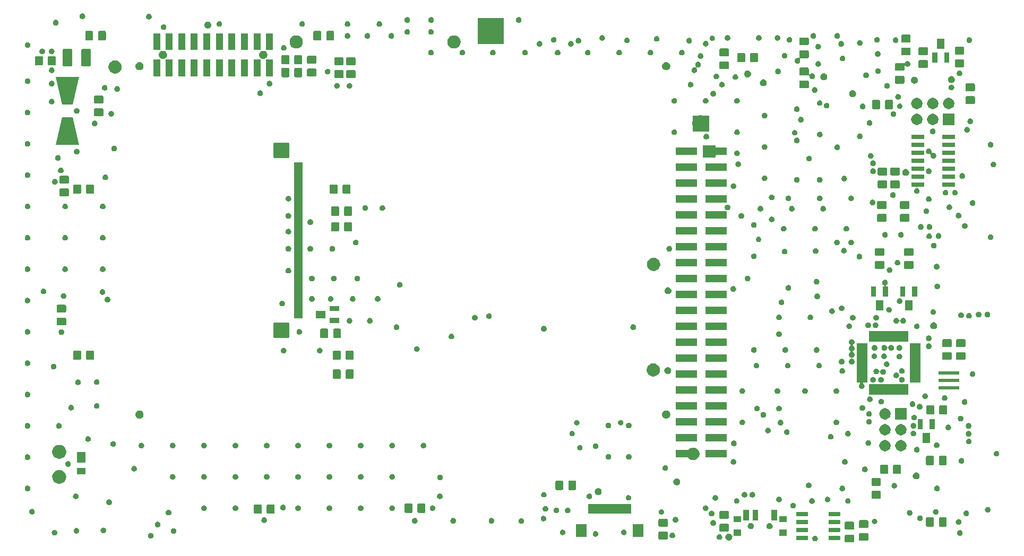
<source format=gbs>
G04 #@! TF.GenerationSoftware,KiCad,Pcbnew,(5.1.5)-3*
G04 #@! TF.CreationDate,2020-07-17T16:25:31-04:00*
G04 #@! TF.ProjectId,CPU,4350552e-6b69-4636-9164-5f7063625858,rev?*
G04 #@! TF.SameCoordinates,Original*
G04 #@! TF.FileFunction,Soldermask,Bot*
G04 #@! TF.FilePolarity,Negative*
%FSLAX46Y46*%
G04 Gerber Fmt 4.6, Leading zero omitted, Abs format (unit mm)*
G04 Created by KiCad (PCBNEW (5.1.5)-3) date 2020-07-17 16:25:31*
%MOMM*%
%LPD*%
G04 APERTURE LIST*
%ADD10C,0.100000*%
G04 APERTURE END LIST*
D10*
G36*
X140750000Y-64750000D02*
G01*
X138250000Y-64750000D01*
X138250000Y-62250000D01*
X140750000Y-62250000D01*
X140750000Y-64750000D01*
G37*
X140750000Y-64750000D02*
X138250000Y-64750000D01*
X138250000Y-62250000D01*
X140750000Y-62250000D01*
X140750000Y-64750000D01*
G36*
X163838674Y-129128465D02*
G01*
X163876367Y-129139899D01*
X163911103Y-129158466D01*
X163941548Y-129183452D01*
X163966534Y-129213897D01*
X163985101Y-129248633D01*
X163996535Y-129286326D01*
X164001000Y-129331661D01*
X164001000Y-130168339D01*
X163996535Y-130213674D01*
X163985101Y-130251367D01*
X163966534Y-130286103D01*
X163941548Y-130316548D01*
X163911103Y-130341534D01*
X163876367Y-130360101D01*
X163838674Y-130371535D01*
X163793339Y-130376000D01*
X162706661Y-130376000D01*
X162661326Y-130371535D01*
X162623633Y-130360101D01*
X162588897Y-130341534D01*
X162558452Y-130316548D01*
X162533466Y-130286103D01*
X162514899Y-130251367D01*
X162503465Y-130213674D01*
X162499000Y-130168339D01*
X162499000Y-129331661D01*
X162503465Y-129286326D01*
X162514899Y-129248633D01*
X162533466Y-129213897D01*
X162558452Y-129183452D01*
X162588897Y-129158466D01*
X162623633Y-129139899D01*
X162661326Y-129128465D01*
X162706661Y-129124000D01*
X163793339Y-129124000D01*
X163838674Y-129128465D01*
G37*
G36*
X157881552Y-129316331D02*
G01*
X157963627Y-129350328D01*
X157963629Y-129350329D01*
X157983378Y-129363525D01*
X158037495Y-129399685D01*
X158100315Y-129462505D01*
X158149672Y-129536373D01*
X158183669Y-129618448D01*
X158201000Y-129705579D01*
X158201000Y-129794421D01*
X158183669Y-129881552D01*
X158154902Y-129951000D01*
X158149671Y-129963629D01*
X158127480Y-129996840D01*
X158100315Y-130037495D01*
X158037495Y-130100315D01*
X158030061Y-130105282D01*
X157963629Y-130149671D01*
X157963628Y-130149672D01*
X157963627Y-130149672D01*
X157881552Y-130183669D01*
X157794421Y-130201000D01*
X157705579Y-130201000D01*
X157618448Y-130183669D01*
X157536373Y-130149672D01*
X157536372Y-130149672D01*
X157536371Y-130149671D01*
X157469939Y-130105282D01*
X157462505Y-130100315D01*
X157399685Y-130037495D01*
X157372520Y-129996840D01*
X157350329Y-129963629D01*
X157345098Y-129951000D01*
X157316331Y-129881552D01*
X157299000Y-129794421D01*
X157299000Y-129705579D01*
X157316331Y-129618448D01*
X157350328Y-129536373D01*
X157399685Y-129462505D01*
X157462505Y-129399685D01*
X157516622Y-129363525D01*
X157536371Y-129350329D01*
X157536373Y-129350328D01*
X157618448Y-129316331D01*
X157705579Y-129299000D01*
X157794421Y-129299000D01*
X157881552Y-129316331D01*
G37*
G36*
X166088674Y-128878465D02*
G01*
X166126367Y-128889899D01*
X166161103Y-128908466D01*
X166191548Y-128933452D01*
X166216534Y-128963897D01*
X166235101Y-128998633D01*
X166246535Y-129036326D01*
X166251000Y-129081661D01*
X166251000Y-129918339D01*
X166246535Y-129963674D01*
X166235101Y-130001367D01*
X166216534Y-130036103D01*
X166191548Y-130066548D01*
X166161103Y-130091534D01*
X166126367Y-130110101D01*
X166088674Y-130121535D01*
X166043339Y-130126000D01*
X164956661Y-130126000D01*
X164911326Y-130121535D01*
X164873633Y-130110101D01*
X164838897Y-130091534D01*
X164808452Y-130066548D01*
X164783466Y-130036103D01*
X164764899Y-130001367D01*
X164753465Y-129963674D01*
X164749000Y-129918339D01*
X164749000Y-129081661D01*
X164753465Y-129036326D01*
X164764899Y-128998633D01*
X164783466Y-128963897D01*
X164808452Y-128933452D01*
X164838897Y-128908466D01*
X164873633Y-128889899D01*
X164911326Y-128878465D01*
X164956661Y-128874000D01*
X166043339Y-128874000D01*
X166088674Y-128878465D01*
G37*
G36*
X144160721Y-128970174D02*
G01*
X144260995Y-129011709D01*
X144262186Y-129012505D01*
X144351242Y-129072010D01*
X144427990Y-129148758D01*
X144441146Y-129168448D01*
X144488291Y-129239005D01*
X144507917Y-129286386D01*
X144519468Y-129307997D01*
X144535013Y-129326939D01*
X144553955Y-129342484D01*
X144575566Y-129354035D01*
X144599015Y-129361148D01*
X144623401Y-129363550D01*
X144623655Y-129363525D01*
X144606553Y-129372666D01*
X144587611Y-129388211D01*
X144572066Y-129407153D01*
X144560515Y-129428764D01*
X144553402Y-129452213D01*
X144551000Y-129476599D01*
X144551000Y-129554270D01*
X144529826Y-129660721D01*
X144488291Y-129760995D01*
X144465957Y-129794420D01*
X144427990Y-129851242D01*
X144351242Y-129927990D01*
X144310152Y-129955445D01*
X144260995Y-129988291D01*
X144160721Y-130029826D01*
X144054270Y-130051000D01*
X143945730Y-130051000D01*
X143839279Y-130029826D01*
X143739005Y-129988291D01*
X143689848Y-129955445D01*
X143648758Y-129927990D01*
X143572010Y-129851242D01*
X143534043Y-129794420D01*
X143511709Y-129760995D01*
X143470174Y-129660721D01*
X143449000Y-129554270D01*
X143449000Y-129445730D01*
X143470174Y-129339279D01*
X143511709Y-129239005D01*
X143558854Y-129168448D01*
X143572010Y-129148758D01*
X143648758Y-129072010D01*
X143737814Y-129012505D01*
X143739005Y-129011709D01*
X143839279Y-128970174D01*
X143945730Y-128949000D01*
X144054270Y-128949000D01*
X144160721Y-128970174D01*
G37*
G36*
X161659928Y-129306764D02*
G01*
X161681009Y-129313160D01*
X161700445Y-129323548D01*
X161717476Y-129337524D01*
X161731452Y-129354555D01*
X161741840Y-129373991D01*
X161748236Y-129395072D01*
X161751000Y-129423140D01*
X161751000Y-129886860D01*
X161748236Y-129914928D01*
X161741840Y-129936009D01*
X161731452Y-129955445D01*
X161717476Y-129972476D01*
X161700445Y-129986452D01*
X161681009Y-129996840D01*
X161659928Y-130003236D01*
X161631860Y-130006000D01*
X160018140Y-130006000D01*
X159990072Y-130003236D01*
X159968991Y-129996840D01*
X159949555Y-129986452D01*
X159932524Y-129972476D01*
X159918548Y-129955445D01*
X159908160Y-129936009D01*
X159901764Y-129914928D01*
X159899000Y-129886860D01*
X159899000Y-129423140D01*
X159901764Y-129395072D01*
X159908160Y-129373991D01*
X159918548Y-129354555D01*
X159932524Y-129337524D01*
X159949555Y-129323548D01*
X159968991Y-129313160D01*
X159990072Y-129306764D01*
X160018140Y-129304000D01*
X161631860Y-129304000D01*
X161659928Y-129306764D01*
G37*
G36*
X156509928Y-129306764D02*
G01*
X156531009Y-129313160D01*
X156550445Y-129323548D01*
X156567476Y-129337524D01*
X156581452Y-129354555D01*
X156591840Y-129373991D01*
X156598236Y-129395072D01*
X156601000Y-129423140D01*
X156601000Y-129886860D01*
X156598236Y-129914928D01*
X156591840Y-129936009D01*
X156581452Y-129955445D01*
X156567476Y-129972476D01*
X156550445Y-129986452D01*
X156531009Y-129996840D01*
X156509928Y-130003236D01*
X156481860Y-130006000D01*
X154868140Y-130006000D01*
X154840072Y-130003236D01*
X154818991Y-129996840D01*
X154799555Y-129986452D01*
X154782524Y-129972476D01*
X154768548Y-129955445D01*
X154758160Y-129936009D01*
X154751764Y-129914928D01*
X154749000Y-129886860D01*
X154749000Y-129423140D01*
X154751764Y-129395072D01*
X154758160Y-129373991D01*
X154768548Y-129354555D01*
X154782524Y-129337524D01*
X154799555Y-129323548D01*
X154818991Y-129313160D01*
X154840072Y-129306764D01*
X154868140Y-129304000D01*
X156481860Y-129304000D01*
X156509928Y-129306764D01*
G37*
G36*
X142631552Y-129066331D02*
G01*
X142713627Y-129100328D01*
X142713629Y-129100329D01*
X142740746Y-129118448D01*
X142787495Y-129149685D01*
X142850315Y-129212505D01*
X142851066Y-129213629D01*
X142897866Y-129283669D01*
X142899672Y-129286373D01*
X142933669Y-129368448D01*
X142951000Y-129455579D01*
X142951000Y-129544421D01*
X142933669Y-129631552D01*
X142903005Y-129705580D01*
X142899671Y-129713629D01*
X142882936Y-129738674D01*
X142850315Y-129787495D01*
X142787495Y-129850315D01*
X142750813Y-129874825D01*
X142713629Y-129899671D01*
X142713628Y-129899672D01*
X142713627Y-129899672D01*
X142631552Y-129933669D01*
X142544421Y-129951000D01*
X142455579Y-129951000D01*
X142368448Y-129933669D01*
X142286373Y-129899672D01*
X142286372Y-129899672D01*
X142286371Y-129899671D01*
X142249187Y-129874825D01*
X142212505Y-129850315D01*
X142149685Y-129787495D01*
X142117064Y-129738674D01*
X142100329Y-129713629D01*
X142096995Y-129705580D01*
X142066331Y-129631552D01*
X142049000Y-129544421D01*
X142049000Y-129455579D01*
X142066331Y-129368448D01*
X142100328Y-129286373D01*
X142102135Y-129283669D01*
X142148934Y-129213629D01*
X142149685Y-129212505D01*
X142212505Y-129149685D01*
X142259254Y-129118448D01*
X142286371Y-129100329D01*
X142286373Y-129100328D01*
X142368448Y-129066331D01*
X142455579Y-129049000D01*
X142544421Y-129049000D01*
X142631552Y-129066331D01*
G37*
G36*
X134113674Y-128653465D02*
G01*
X134151367Y-128664899D01*
X134186103Y-128683466D01*
X134216548Y-128708452D01*
X134241534Y-128738897D01*
X134260101Y-128773633D01*
X134271535Y-128811326D01*
X134276000Y-128856661D01*
X134276000Y-129693339D01*
X134271535Y-129738674D01*
X134260101Y-129776367D01*
X134241534Y-129811103D01*
X134216548Y-129841548D01*
X134186103Y-129866534D01*
X134151367Y-129885101D01*
X134113674Y-129896535D01*
X134068339Y-129901000D01*
X132981661Y-129901000D01*
X132936326Y-129896535D01*
X132898633Y-129885101D01*
X132863897Y-129866534D01*
X132833452Y-129841548D01*
X132808466Y-129811103D01*
X132789899Y-129776367D01*
X132778465Y-129738674D01*
X132774000Y-129693339D01*
X132774000Y-128856661D01*
X132778465Y-128811326D01*
X132789899Y-128773633D01*
X132808466Y-128738897D01*
X132833452Y-128708452D01*
X132863897Y-128683466D01*
X132898633Y-128664899D01*
X132936326Y-128653465D01*
X132981661Y-128649000D01*
X134068339Y-128649000D01*
X134113674Y-128653465D01*
G37*
G36*
X51931552Y-128866331D02*
G01*
X52013627Y-128900328D01*
X52013629Y-128900329D01*
X52042872Y-128919869D01*
X52087495Y-128949685D01*
X52150315Y-129012505D01*
X52151066Y-129013629D01*
X52186281Y-129066331D01*
X52199672Y-129086373D01*
X52233669Y-129168448D01*
X52251000Y-129255579D01*
X52251000Y-129344421D01*
X52233669Y-129431552D01*
X52213808Y-129479500D01*
X52199671Y-129513629D01*
X52150314Y-129587496D01*
X52087496Y-129650314D01*
X52013629Y-129699671D01*
X52013628Y-129699672D01*
X52013627Y-129699672D01*
X51931552Y-129733669D01*
X51844421Y-129751000D01*
X51755579Y-129751000D01*
X51668448Y-129733669D01*
X51586373Y-129699672D01*
X51586372Y-129699672D01*
X51586371Y-129699671D01*
X51512504Y-129650314D01*
X51449686Y-129587496D01*
X51400329Y-129513629D01*
X51386192Y-129479500D01*
X51366331Y-129431552D01*
X51349000Y-129344421D01*
X51349000Y-129255579D01*
X51366331Y-129168448D01*
X51400328Y-129086373D01*
X51413720Y-129066331D01*
X51448934Y-129013629D01*
X51449685Y-129012505D01*
X51512505Y-128949685D01*
X51557128Y-128919869D01*
X51586371Y-128900329D01*
X51586373Y-128900328D01*
X51668448Y-128866331D01*
X51755579Y-128849000D01*
X51844421Y-128849000D01*
X51931552Y-128866331D01*
G37*
G36*
X135131552Y-128816331D02*
G01*
X135213627Y-128850328D01*
X135213629Y-128850329D01*
X135223105Y-128856661D01*
X135287495Y-128899685D01*
X135350315Y-128962505D01*
X135399672Y-129036373D01*
X135433669Y-129118448D01*
X135451000Y-129205579D01*
X135451000Y-129294421D01*
X135433669Y-129381552D01*
X135403005Y-129455580D01*
X135399671Y-129463629D01*
X135389066Y-129479500D01*
X135351065Y-129536373D01*
X135350314Y-129537496D01*
X135287496Y-129600314D01*
X135213629Y-129649671D01*
X135213628Y-129649672D01*
X135213627Y-129649672D01*
X135131552Y-129683669D01*
X135044421Y-129701000D01*
X134955579Y-129701000D01*
X134868448Y-129683669D01*
X134786373Y-129649672D01*
X134786372Y-129649672D01*
X134786371Y-129649671D01*
X134712504Y-129600314D01*
X134649686Y-129537496D01*
X134648936Y-129536373D01*
X134610934Y-129479500D01*
X134600329Y-129463629D01*
X134596995Y-129455580D01*
X134566331Y-129381552D01*
X134549000Y-129294421D01*
X134549000Y-129205579D01*
X134566331Y-129118448D01*
X134600328Y-129036373D01*
X134649685Y-128962505D01*
X134712505Y-128899685D01*
X134776895Y-128856661D01*
X134786371Y-128850329D01*
X134786373Y-128850328D01*
X134868448Y-128816331D01*
X134955579Y-128799000D01*
X135044421Y-128799000D01*
X135131552Y-128816331D01*
G37*
G36*
X121351600Y-129526600D02*
G01*
X119648400Y-129526600D01*
X119648400Y-127423400D01*
X121351600Y-127423400D01*
X121351600Y-129526600D01*
G37*
G36*
X130351600Y-129526600D02*
G01*
X128648400Y-129526600D01*
X128648400Y-127423400D01*
X130351600Y-127423400D01*
X130351600Y-129526600D01*
G37*
G36*
X122881552Y-128566331D02*
G01*
X122963627Y-128600328D01*
X122963629Y-128600329D01*
X122987881Y-128616534D01*
X123037495Y-128649685D01*
X123100315Y-128712505D01*
X123124825Y-128749187D01*
X123141160Y-128773633D01*
X123149672Y-128786373D01*
X123183669Y-128868448D01*
X123201000Y-128955579D01*
X123201000Y-129044421D01*
X123183669Y-129131552D01*
X123153005Y-129205580D01*
X123149671Y-129213629D01*
X123133018Y-129238551D01*
X123100315Y-129287495D01*
X123037495Y-129350315D01*
X123031149Y-129354555D01*
X122963629Y-129399671D01*
X122963628Y-129399672D01*
X122963627Y-129399672D01*
X122881552Y-129433669D01*
X122794421Y-129451000D01*
X122705579Y-129451000D01*
X122618448Y-129433669D01*
X122536373Y-129399672D01*
X122536372Y-129399672D01*
X122536371Y-129399671D01*
X122468851Y-129354555D01*
X122462505Y-129350315D01*
X122399685Y-129287495D01*
X122366982Y-129238551D01*
X122350329Y-129213629D01*
X122346995Y-129205580D01*
X122316331Y-129131552D01*
X122299000Y-129044421D01*
X122299000Y-128955579D01*
X122316331Y-128868448D01*
X122350328Y-128786373D01*
X122358841Y-128773633D01*
X122375175Y-128749187D01*
X122399685Y-128712505D01*
X122462505Y-128649685D01*
X122512119Y-128616534D01*
X122536371Y-128600329D01*
X122536373Y-128600328D01*
X122618448Y-128566331D01*
X122705579Y-128549000D01*
X122794421Y-128549000D01*
X122881552Y-128566331D01*
G37*
G36*
X145951600Y-129351600D02*
G01*
X144675999Y-129351600D01*
X144675745Y-129351625D01*
X144692847Y-129342484D01*
X144711789Y-129326939D01*
X144727334Y-129307997D01*
X144738885Y-129286386D01*
X144745998Y-129262937D01*
X144748400Y-129238551D01*
X144748400Y-128348400D01*
X145951600Y-128348400D01*
X145951600Y-129351600D01*
G37*
G36*
X153251600Y-129351600D02*
G01*
X152048400Y-129351600D01*
X152048400Y-128348400D01*
X153251600Y-128348400D01*
X153251600Y-129351600D01*
G37*
G36*
X180981552Y-128416331D02*
G01*
X181062077Y-128449686D01*
X181063629Y-128450329D01*
X181081850Y-128462504D01*
X181137495Y-128499685D01*
X181200315Y-128562505D01*
X181249672Y-128636373D01*
X181283669Y-128718448D01*
X181301000Y-128805579D01*
X181301000Y-128894421D01*
X181283669Y-128981552D01*
X181249672Y-129063627D01*
X181249671Y-129063629D01*
X181225159Y-129100314D01*
X181200315Y-129137495D01*
X181137495Y-129200315D01*
X181129615Y-129205580D01*
X181063629Y-129249671D01*
X181063628Y-129249672D01*
X181063627Y-129249672D01*
X180981552Y-129283669D01*
X180894421Y-129301000D01*
X180805579Y-129301000D01*
X180718448Y-129283669D01*
X180636373Y-129249672D01*
X180636372Y-129249672D01*
X180636371Y-129249671D01*
X180570385Y-129205580D01*
X180562505Y-129200315D01*
X180499685Y-129137495D01*
X180474841Y-129100314D01*
X180450329Y-129063629D01*
X180450328Y-129063627D01*
X180416331Y-128981552D01*
X180399000Y-128894421D01*
X180399000Y-128805579D01*
X180416331Y-128718448D01*
X180450328Y-128636373D01*
X180499685Y-128562505D01*
X180562505Y-128499685D01*
X180618150Y-128462504D01*
X180636371Y-128450329D01*
X180637923Y-128449686D01*
X180718448Y-128416331D01*
X180805579Y-128399000D01*
X180894421Y-128399000D01*
X180981552Y-128416331D01*
G37*
G36*
X36581552Y-128366331D02*
G01*
X36662077Y-128399686D01*
X36663629Y-128400329D01*
X36687577Y-128416331D01*
X36727998Y-128443339D01*
X36737496Y-128449686D01*
X36800314Y-128512504D01*
X36836281Y-128566331D01*
X36849672Y-128586373D01*
X36883669Y-128668448D01*
X36901000Y-128755579D01*
X36901000Y-128844421D01*
X36883669Y-128931552D01*
X36849672Y-129013627D01*
X36801065Y-129086373D01*
X36800314Y-129087496D01*
X36737496Y-129150314D01*
X36663629Y-129199671D01*
X36663628Y-129199672D01*
X36663627Y-129199672D01*
X36581552Y-129233669D01*
X36494421Y-129251000D01*
X36405579Y-129251000D01*
X36318448Y-129233669D01*
X36236373Y-129199672D01*
X36236372Y-129199672D01*
X36236371Y-129199671D01*
X36162504Y-129150314D01*
X36099686Y-129087496D01*
X36098936Y-129086373D01*
X36050328Y-129013627D01*
X36016331Y-128931552D01*
X35999000Y-128844421D01*
X35999000Y-128755579D01*
X36016331Y-128668448D01*
X36050328Y-128586373D01*
X36063720Y-128566331D01*
X36099686Y-128512504D01*
X36162504Y-128449686D01*
X36172003Y-128443339D01*
X36212423Y-128416331D01*
X36236371Y-128400329D01*
X36237923Y-128399686D01*
X36318448Y-128366331D01*
X36405579Y-128349000D01*
X36494421Y-128349000D01*
X36581552Y-128366331D01*
G37*
G36*
X117631552Y-128316331D02*
G01*
X117713627Y-128350328D01*
X117713629Y-128350329D01*
X117737577Y-128366331D01*
X117787495Y-128399685D01*
X117850315Y-128462505D01*
X117899672Y-128536373D01*
X117933669Y-128618448D01*
X117951000Y-128705579D01*
X117951000Y-128794421D01*
X117933669Y-128881552D01*
X117903005Y-128955580D01*
X117899671Y-128963629D01*
X117878735Y-128994962D01*
X117850315Y-129037495D01*
X117787495Y-129100315D01*
X117787474Y-129100329D01*
X117713629Y-129149671D01*
X117713628Y-129149672D01*
X117713627Y-129149672D01*
X117631552Y-129183669D01*
X117544421Y-129201000D01*
X117455579Y-129201000D01*
X117368448Y-129183669D01*
X117286373Y-129149672D01*
X117286372Y-129149672D01*
X117286371Y-129149671D01*
X117212526Y-129100329D01*
X117212505Y-129100315D01*
X117149685Y-129037495D01*
X117121265Y-128994962D01*
X117100329Y-128963629D01*
X117096995Y-128955580D01*
X117066331Y-128881552D01*
X117049000Y-128794421D01*
X117049000Y-128705579D01*
X117066331Y-128618448D01*
X117100328Y-128536373D01*
X117149685Y-128462505D01*
X117212505Y-128399685D01*
X117262423Y-128366331D01*
X117286371Y-128350329D01*
X117286373Y-128350328D01*
X117368448Y-128316331D01*
X117455579Y-128299000D01*
X117544421Y-128299000D01*
X117631552Y-128316331D01*
G37*
G36*
X127381552Y-128316331D02*
G01*
X127463627Y-128350328D01*
X127463629Y-128350329D01*
X127487577Y-128366331D01*
X127537495Y-128399685D01*
X127600315Y-128462505D01*
X127649672Y-128536373D01*
X127683669Y-128618448D01*
X127701000Y-128705579D01*
X127701000Y-128794421D01*
X127683669Y-128881552D01*
X127653005Y-128955580D01*
X127649671Y-128963629D01*
X127628735Y-128994962D01*
X127600315Y-129037495D01*
X127537495Y-129100315D01*
X127537474Y-129100329D01*
X127463629Y-129149671D01*
X127463628Y-129149672D01*
X127463627Y-129149672D01*
X127381552Y-129183669D01*
X127294421Y-129201000D01*
X127205579Y-129201000D01*
X127118448Y-129183669D01*
X127036373Y-129149672D01*
X127036372Y-129149672D01*
X127036371Y-129149671D01*
X126962526Y-129100329D01*
X126962505Y-129100315D01*
X126899685Y-129037495D01*
X126871265Y-128994962D01*
X126850329Y-128963629D01*
X126846995Y-128955580D01*
X126816331Y-128881552D01*
X126799000Y-128794421D01*
X126799000Y-128705579D01*
X126816331Y-128618448D01*
X126850328Y-128536373D01*
X126899685Y-128462505D01*
X126962505Y-128399685D01*
X127012423Y-128366331D01*
X127036371Y-128350329D01*
X127036373Y-128350328D01*
X127118448Y-128316331D01*
X127205579Y-128299000D01*
X127294421Y-128299000D01*
X127381552Y-128316331D01*
G37*
G36*
X55581552Y-128116331D02*
G01*
X55662077Y-128149686D01*
X55663629Y-128150329D01*
X55675084Y-128157983D01*
X55737495Y-128199685D01*
X55800315Y-128262505D01*
X55824700Y-128299000D01*
X55839247Y-128320770D01*
X55849672Y-128336373D01*
X55883669Y-128418448D01*
X55901000Y-128505579D01*
X55901000Y-128594421D01*
X55883669Y-128681552D01*
X55849672Y-128763627D01*
X55800315Y-128837495D01*
X55737495Y-128900315D01*
X55725296Y-128908466D01*
X55663629Y-128949671D01*
X55663628Y-128949672D01*
X55663627Y-128949672D01*
X55581552Y-128983669D01*
X55494421Y-129001000D01*
X55405579Y-129001000D01*
X55318448Y-128983669D01*
X55236373Y-128949672D01*
X55236372Y-128949672D01*
X55236371Y-128949671D01*
X55174704Y-128908466D01*
X55162505Y-128900315D01*
X55099685Y-128837495D01*
X55050328Y-128763627D01*
X55016331Y-128681552D01*
X54999000Y-128594421D01*
X54999000Y-128505579D01*
X55016331Y-128418448D01*
X55050328Y-128336373D01*
X55060754Y-128320770D01*
X55075300Y-128299000D01*
X55099685Y-128262505D01*
X55162505Y-128199685D01*
X55224916Y-128157983D01*
X55236371Y-128150329D01*
X55237923Y-128149686D01*
X55318448Y-128116331D01*
X55405579Y-128099000D01*
X55494421Y-128099000D01*
X55581552Y-128116331D01*
G37*
G36*
X40081552Y-128066331D02*
G01*
X40162077Y-128099686D01*
X40163629Y-128100329D01*
X40200659Y-128125072D01*
X40221733Y-128139153D01*
X40237496Y-128149686D01*
X40300314Y-128212504D01*
X40345502Y-128280131D01*
X40349672Y-128286373D01*
X40383669Y-128368448D01*
X40401000Y-128455579D01*
X40401000Y-128544421D01*
X40383669Y-128631552D01*
X40350137Y-128712504D01*
X40349671Y-128713629D01*
X40339589Y-128728718D01*
X40300315Y-128787495D01*
X40237495Y-128850315D01*
X40213525Y-128866331D01*
X40163629Y-128899671D01*
X40163628Y-128899672D01*
X40163627Y-128899672D01*
X40081552Y-128933669D01*
X39994421Y-128951000D01*
X39905579Y-128951000D01*
X39818448Y-128933669D01*
X39736373Y-128899672D01*
X39736372Y-128899672D01*
X39736371Y-128899671D01*
X39686475Y-128866331D01*
X39662505Y-128850315D01*
X39599685Y-128787495D01*
X39560411Y-128728718D01*
X39550329Y-128713629D01*
X39549863Y-128712504D01*
X39516331Y-128631552D01*
X39499000Y-128544421D01*
X39499000Y-128455579D01*
X39516331Y-128368448D01*
X39550328Y-128286373D01*
X39554499Y-128280131D01*
X39599686Y-128212504D01*
X39662504Y-128149686D01*
X39678268Y-128139153D01*
X39699341Y-128125072D01*
X39736371Y-128100329D01*
X39737923Y-128099686D01*
X39818448Y-128066331D01*
X39905579Y-128049000D01*
X39994421Y-128049000D01*
X40081552Y-128066331D01*
G37*
G36*
X44381552Y-128016331D02*
G01*
X44463627Y-128050328D01*
X44463629Y-128050329D01*
X44483456Y-128063577D01*
X44537495Y-128099685D01*
X44600315Y-128162505D01*
X44649672Y-128236373D01*
X44683669Y-128318448D01*
X44701000Y-128405579D01*
X44701000Y-128494421D01*
X44683669Y-128581552D01*
X44649672Y-128663627D01*
X44649671Y-128663629D01*
X44646451Y-128668448D01*
X44600315Y-128737495D01*
X44537495Y-128800315D01*
X44529615Y-128805580D01*
X44463629Y-128849671D01*
X44463628Y-128849672D01*
X44463627Y-128849672D01*
X44381552Y-128883669D01*
X44294421Y-128901000D01*
X44205579Y-128901000D01*
X44118448Y-128883669D01*
X44036373Y-128849672D01*
X44036372Y-128849672D01*
X44036371Y-128849671D01*
X43970385Y-128805580D01*
X43962505Y-128800315D01*
X43899685Y-128737495D01*
X43853549Y-128668448D01*
X43850329Y-128663629D01*
X43850328Y-128663627D01*
X43816331Y-128581552D01*
X43799000Y-128494421D01*
X43799000Y-128405579D01*
X43816331Y-128318448D01*
X43850328Y-128236373D01*
X43899685Y-128162505D01*
X43962505Y-128099685D01*
X44016544Y-128063577D01*
X44036371Y-128050329D01*
X44036373Y-128050328D01*
X44118448Y-128016331D01*
X44205579Y-127999000D01*
X44294421Y-127999000D01*
X44381552Y-128016331D01*
G37*
G36*
X161659928Y-128036764D02*
G01*
X161681009Y-128043160D01*
X161700445Y-128053548D01*
X161717476Y-128067524D01*
X161731452Y-128084555D01*
X161741840Y-128103991D01*
X161748236Y-128125072D01*
X161751000Y-128153140D01*
X161751000Y-128616860D01*
X161748236Y-128644928D01*
X161741840Y-128666009D01*
X161731452Y-128685445D01*
X161717476Y-128702476D01*
X161700445Y-128716452D01*
X161681009Y-128726840D01*
X161659928Y-128733236D01*
X161631860Y-128736000D01*
X160018140Y-128736000D01*
X159990072Y-128733236D01*
X159968991Y-128726840D01*
X159949555Y-128716452D01*
X159932524Y-128702476D01*
X159918548Y-128685445D01*
X159908160Y-128666009D01*
X159901764Y-128644928D01*
X159899000Y-128616860D01*
X159899000Y-128153140D01*
X159901764Y-128125072D01*
X159908160Y-128103991D01*
X159918548Y-128084555D01*
X159932524Y-128067524D01*
X159949555Y-128053548D01*
X159968991Y-128043160D01*
X159990072Y-128036764D01*
X160018140Y-128034000D01*
X161631860Y-128034000D01*
X161659928Y-128036764D01*
G37*
G36*
X156509928Y-128036764D02*
G01*
X156531009Y-128043160D01*
X156550445Y-128053548D01*
X156567476Y-128067524D01*
X156581452Y-128084555D01*
X156591840Y-128103991D01*
X156598236Y-128125072D01*
X156601000Y-128153140D01*
X156601000Y-128616860D01*
X156598236Y-128644928D01*
X156591840Y-128666009D01*
X156581452Y-128685445D01*
X156567476Y-128702476D01*
X156550445Y-128716452D01*
X156531009Y-128726840D01*
X156509928Y-128733236D01*
X156481860Y-128736000D01*
X154868140Y-128736000D01*
X154840072Y-128733236D01*
X154818991Y-128726840D01*
X154799555Y-128716452D01*
X154782524Y-128702476D01*
X154768548Y-128685445D01*
X154758160Y-128666009D01*
X154751764Y-128644928D01*
X154749000Y-128616860D01*
X154749000Y-128153140D01*
X154751764Y-128125072D01*
X154758160Y-128103991D01*
X154768548Y-128084555D01*
X154782524Y-128067524D01*
X154799555Y-128053548D01*
X154818991Y-128043160D01*
X154840072Y-128036764D01*
X154868140Y-128034000D01*
X156481860Y-128034000D01*
X156509928Y-128036764D01*
G37*
G36*
X143838674Y-127403465D02*
G01*
X143876367Y-127414899D01*
X143911103Y-127433466D01*
X143941548Y-127458452D01*
X143966534Y-127488897D01*
X143985101Y-127523633D01*
X143996535Y-127561326D01*
X144001000Y-127606661D01*
X144001000Y-128443339D01*
X143996535Y-128488674D01*
X143985101Y-128526367D01*
X143966534Y-128561103D01*
X143941548Y-128591548D01*
X143911103Y-128616534D01*
X143876367Y-128635101D01*
X143838674Y-128646535D01*
X143793339Y-128651000D01*
X142706661Y-128651000D01*
X142661326Y-128646535D01*
X142623633Y-128635101D01*
X142588897Y-128616534D01*
X142558452Y-128591548D01*
X142533466Y-128561103D01*
X142514899Y-128526367D01*
X142503465Y-128488674D01*
X142499000Y-128443339D01*
X142499000Y-127606661D01*
X142503465Y-127561326D01*
X142514899Y-127523633D01*
X142533466Y-127488897D01*
X142558452Y-127458452D01*
X142588897Y-127433466D01*
X142623633Y-127414899D01*
X142661326Y-127403465D01*
X142706661Y-127399000D01*
X143793339Y-127399000D01*
X143838674Y-127403465D01*
G37*
G36*
X163838674Y-127078465D02*
G01*
X163876367Y-127089899D01*
X163911103Y-127108466D01*
X163941548Y-127133452D01*
X163966534Y-127163897D01*
X163985101Y-127198633D01*
X163996535Y-127236326D01*
X164001000Y-127281661D01*
X164001000Y-128118339D01*
X163996535Y-128163674D01*
X163985101Y-128201367D01*
X163966534Y-128236103D01*
X163941548Y-128266548D01*
X163911103Y-128291534D01*
X163876367Y-128310101D01*
X163838674Y-128321535D01*
X163793339Y-128326000D01*
X162706661Y-128326000D01*
X162661326Y-128321535D01*
X162623633Y-128310101D01*
X162588897Y-128291534D01*
X162558452Y-128266548D01*
X162533466Y-128236103D01*
X162514899Y-128201367D01*
X162503465Y-128163674D01*
X162499000Y-128118339D01*
X162499000Y-127281661D01*
X162503465Y-127236326D01*
X162514899Y-127198633D01*
X162533466Y-127163897D01*
X162558452Y-127133452D01*
X162588897Y-127108466D01*
X162623633Y-127089899D01*
X162661326Y-127078465D01*
X162706661Y-127074000D01*
X163793339Y-127074000D01*
X163838674Y-127078465D01*
G37*
G36*
X150597740Y-127258627D02*
G01*
X150646136Y-127268253D01*
X150678505Y-127281661D01*
X150737311Y-127306019D01*
X150737312Y-127306020D01*
X150819369Y-127360848D01*
X150889152Y-127430631D01*
X150902304Y-127450315D01*
X150943981Y-127512689D01*
X150959850Y-127551000D01*
X150981747Y-127603864D01*
X151001000Y-127700656D01*
X151001000Y-127799344D01*
X150981747Y-127896136D01*
X150974482Y-127913674D01*
X150943981Y-127987311D01*
X150924590Y-128016331D01*
X150889152Y-128069369D01*
X150819369Y-128139152D01*
X150802641Y-128150329D01*
X150737311Y-128193981D01*
X150683902Y-128216104D01*
X150646136Y-128231747D01*
X150622889Y-128236371D01*
X150549345Y-128251000D01*
X150450655Y-128251000D01*
X150377111Y-128236371D01*
X150353864Y-128231747D01*
X150316098Y-128216104D01*
X150262689Y-128193981D01*
X150197359Y-128150329D01*
X150180631Y-128139152D01*
X150110848Y-128069369D01*
X150075410Y-128016331D01*
X150056019Y-127987311D01*
X150025518Y-127913674D01*
X150018253Y-127896136D01*
X149999000Y-127799344D01*
X149999000Y-127700656D01*
X150018253Y-127603864D01*
X150040150Y-127551000D01*
X150056019Y-127512689D01*
X150097696Y-127450315D01*
X150110848Y-127430631D01*
X150180631Y-127360848D01*
X150262688Y-127306020D01*
X150262689Y-127306019D01*
X150321495Y-127281661D01*
X150353864Y-127268253D01*
X150402260Y-127258627D01*
X150450655Y-127249000D01*
X150549345Y-127249000D01*
X150597740Y-127258627D01*
G37*
G36*
X147597740Y-127258627D02*
G01*
X147646136Y-127268253D01*
X147678505Y-127281661D01*
X147737311Y-127306019D01*
X147737312Y-127306020D01*
X147819369Y-127360848D01*
X147889152Y-127430631D01*
X147902304Y-127450315D01*
X147943981Y-127512689D01*
X147959850Y-127551000D01*
X147981747Y-127603864D01*
X148001000Y-127700656D01*
X148001000Y-127799344D01*
X147981747Y-127896136D01*
X147974482Y-127913674D01*
X147943981Y-127987311D01*
X147924590Y-128016331D01*
X147889152Y-128069369D01*
X147819369Y-128139152D01*
X147802641Y-128150329D01*
X147737311Y-128193981D01*
X147683902Y-128216104D01*
X147646136Y-128231747D01*
X147622889Y-128236371D01*
X147549345Y-128251000D01*
X147450655Y-128251000D01*
X147377111Y-128236371D01*
X147353864Y-128231747D01*
X147316098Y-128216104D01*
X147262689Y-128193981D01*
X147197359Y-128150329D01*
X147180631Y-128139152D01*
X147110848Y-128069369D01*
X147075410Y-128016331D01*
X147056019Y-127987311D01*
X147025518Y-127913674D01*
X147018253Y-127896136D01*
X146999000Y-127799344D01*
X146999000Y-127700656D01*
X147018253Y-127603864D01*
X147040150Y-127551000D01*
X147056019Y-127512689D01*
X147097696Y-127450315D01*
X147110848Y-127430631D01*
X147180631Y-127360848D01*
X147262688Y-127306020D01*
X147262689Y-127306019D01*
X147321495Y-127281661D01*
X147353864Y-127268253D01*
X147402260Y-127258627D01*
X147450655Y-127249000D01*
X147549345Y-127249000D01*
X147597740Y-127258627D01*
G37*
G36*
X166088674Y-126828465D02*
G01*
X166126367Y-126839899D01*
X166161103Y-126858466D01*
X166191548Y-126883452D01*
X166216534Y-126913897D01*
X166235101Y-126948633D01*
X166246535Y-126986326D01*
X166251000Y-127031661D01*
X166251000Y-127868339D01*
X166246535Y-127913674D01*
X166235101Y-127951367D01*
X166216534Y-127986103D01*
X166191548Y-128016548D01*
X166161103Y-128041534D01*
X166126367Y-128060101D01*
X166088674Y-128071535D01*
X166043339Y-128076000D01*
X164956661Y-128076000D01*
X164911326Y-128071535D01*
X164873633Y-128060101D01*
X164838897Y-128041534D01*
X164808452Y-128016548D01*
X164783466Y-127986103D01*
X164764899Y-127951367D01*
X164753465Y-127913674D01*
X164749000Y-127868339D01*
X164749000Y-127031661D01*
X164753465Y-126986326D01*
X164764899Y-126948633D01*
X164783466Y-126913897D01*
X164808452Y-126883452D01*
X164838897Y-126858466D01*
X164873633Y-126839899D01*
X164911326Y-126828465D01*
X164956661Y-126824000D01*
X166043339Y-126824000D01*
X166088674Y-126828465D01*
G37*
G36*
X53031552Y-127066331D02*
G01*
X53113627Y-127100328D01*
X53113629Y-127100329D01*
X53140746Y-127118448D01*
X53187495Y-127149685D01*
X53250315Y-127212505D01*
X53299672Y-127286373D01*
X53333669Y-127368448D01*
X53351000Y-127455579D01*
X53351000Y-127544421D01*
X53333669Y-127631552D01*
X53312081Y-127683669D01*
X53299671Y-127713629D01*
X53288707Y-127730038D01*
X53250315Y-127787495D01*
X53187495Y-127850315D01*
X53177602Y-127856925D01*
X53113629Y-127899671D01*
X53113628Y-127899672D01*
X53113627Y-127899672D01*
X53031552Y-127933669D01*
X52944421Y-127951000D01*
X52855579Y-127951000D01*
X52768448Y-127933669D01*
X52686373Y-127899672D01*
X52686372Y-127899672D01*
X52686371Y-127899671D01*
X52622398Y-127856925D01*
X52612505Y-127850315D01*
X52549685Y-127787495D01*
X52511293Y-127730038D01*
X52500329Y-127713629D01*
X52487919Y-127683669D01*
X52466331Y-127631552D01*
X52449000Y-127544421D01*
X52449000Y-127455579D01*
X52466331Y-127368448D01*
X52500328Y-127286373D01*
X52549685Y-127212505D01*
X52612505Y-127149685D01*
X52659254Y-127118448D01*
X52686371Y-127100329D01*
X52686373Y-127100328D01*
X52768448Y-127066331D01*
X52855579Y-127049000D01*
X52944421Y-127049000D01*
X53031552Y-127066331D01*
G37*
G36*
X176538674Y-126353465D02*
G01*
X176576367Y-126364899D01*
X176611103Y-126383466D01*
X176641548Y-126408452D01*
X176666534Y-126438897D01*
X176685101Y-126473633D01*
X176696535Y-126511326D01*
X176701000Y-126556661D01*
X176701000Y-127643339D01*
X176696535Y-127688674D01*
X176685101Y-127726367D01*
X176666534Y-127761103D01*
X176641548Y-127791548D01*
X176611103Y-127816534D01*
X176576367Y-127835101D01*
X176538674Y-127846535D01*
X176493339Y-127851000D01*
X175656661Y-127851000D01*
X175611326Y-127846535D01*
X175573633Y-127835101D01*
X175538897Y-127816534D01*
X175508452Y-127791548D01*
X175483466Y-127761103D01*
X175464899Y-127726367D01*
X175453465Y-127688674D01*
X175449000Y-127643339D01*
X175449000Y-126556661D01*
X175453465Y-126511326D01*
X175464899Y-126473633D01*
X175483466Y-126438897D01*
X175508452Y-126408452D01*
X175538897Y-126383466D01*
X175573633Y-126364899D01*
X175611326Y-126353465D01*
X175656661Y-126349000D01*
X176493339Y-126349000D01*
X176538674Y-126353465D01*
G37*
G36*
X178588674Y-126353465D02*
G01*
X178626367Y-126364899D01*
X178661103Y-126383466D01*
X178691548Y-126408452D01*
X178716534Y-126438897D01*
X178735101Y-126473633D01*
X178746535Y-126511326D01*
X178751000Y-126556661D01*
X178751000Y-127643339D01*
X178746535Y-127688674D01*
X178735101Y-127726367D01*
X178716534Y-127761103D01*
X178691548Y-127791548D01*
X178661103Y-127816534D01*
X178626367Y-127835101D01*
X178588674Y-127846535D01*
X178543339Y-127851000D01*
X177706661Y-127851000D01*
X177661326Y-127846535D01*
X177623633Y-127835101D01*
X177588897Y-127816534D01*
X177558452Y-127791548D01*
X177533466Y-127761103D01*
X177514899Y-127726367D01*
X177503465Y-127688674D01*
X177499000Y-127643339D01*
X177499000Y-126556661D01*
X177503465Y-126511326D01*
X177514899Y-126473633D01*
X177533466Y-126438897D01*
X177558452Y-126408452D01*
X177588897Y-126383466D01*
X177623633Y-126364899D01*
X177661326Y-126353465D01*
X177706661Y-126349000D01*
X178543339Y-126349000D01*
X178588674Y-126353465D01*
G37*
G36*
X134113674Y-126603465D02*
G01*
X134151367Y-126614899D01*
X134186103Y-126633466D01*
X134216548Y-126658452D01*
X134241534Y-126688897D01*
X134260101Y-126723633D01*
X134271535Y-126761326D01*
X134276000Y-126806661D01*
X134276000Y-127643339D01*
X134271535Y-127688674D01*
X134260101Y-127726367D01*
X134241534Y-127761103D01*
X134216548Y-127791548D01*
X134186103Y-127816534D01*
X134151367Y-127835101D01*
X134113674Y-127846535D01*
X134068339Y-127851000D01*
X132981661Y-127851000D01*
X132936326Y-127846535D01*
X132898633Y-127835101D01*
X132863897Y-127816534D01*
X132833452Y-127791548D01*
X132808466Y-127761103D01*
X132789899Y-127726367D01*
X132778465Y-127688674D01*
X132774000Y-127643339D01*
X132774000Y-126806661D01*
X132778465Y-126761326D01*
X132789899Y-126723633D01*
X132808466Y-126688897D01*
X132833452Y-126658452D01*
X132863897Y-126633466D01*
X132898633Y-126614899D01*
X132936326Y-126603465D01*
X132981661Y-126599000D01*
X134068339Y-126599000D01*
X134113674Y-126603465D01*
G37*
G36*
X141631552Y-126816331D02*
G01*
X141713627Y-126850328D01*
X141713629Y-126850329D01*
X141742872Y-126869869D01*
X141787495Y-126899685D01*
X141850315Y-126962505D01*
X141899672Y-127036373D01*
X141933669Y-127118448D01*
X141951000Y-127205579D01*
X141951000Y-127294421D01*
X141933669Y-127381552D01*
X141900086Y-127462628D01*
X141899671Y-127463629D01*
X141889589Y-127478718D01*
X141850315Y-127537495D01*
X141787495Y-127600315D01*
X141760915Y-127618075D01*
X141713629Y-127649671D01*
X141713628Y-127649672D01*
X141713627Y-127649672D01*
X141631552Y-127683669D01*
X141544421Y-127701000D01*
X141455579Y-127701000D01*
X141368448Y-127683669D01*
X141286373Y-127649672D01*
X141286372Y-127649672D01*
X141286371Y-127649671D01*
X141239085Y-127618075D01*
X141212505Y-127600315D01*
X141149685Y-127537495D01*
X141110411Y-127478718D01*
X141100329Y-127463629D01*
X141099914Y-127462628D01*
X141066331Y-127381552D01*
X141049000Y-127294421D01*
X141049000Y-127205579D01*
X141066331Y-127118448D01*
X141100328Y-127036373D01*
X141149685Y-126962505D01*
X141212505Y-126899685D01*
X141257128Y-126869869D01*
X141286371Y-126850329D01*
X141286373Y-126850328D01*
X141368448Y-126816331D01*
X141455579Y-126799000D01*
X141544421Y-126799000D01*
X141631552Y-126816331D01*
G37*
G36*
X180781552Y-126666331D02*
G01*
X180863627Y-126700328D01*
X180863629Y-126700329D01*
X180893011Y-126719962D01*
X180937495Y-126749685D01*
X181000315Y-126812505D01*
X181010979Y-126828465D01*
X181047721Y-126883452D01*
X181049672Y-126886373D01*
X181083669Y-126968448D01*
X181101000Y-127055579D01*
X181101000Y-127144421D01*
X181083669Y-127231552D01*
X181058185Y-127293075D01*
X181049671Y-127313629D01*
X181027466Y-127346860D01*
X181000315Y-127387495D01*
X180937495Y-127450315D01*
X180925317Y-127458452D01*
X180863629Y-127499671D01*
X180863628Y-127499672D01*
X180863627Y-127499672D01*
X180781552Y-127533669D01*
X180694421Y-127551000D01*
X180605579Y-127551000D01*
X180518448Y-127533669D01*
X180436373Y-127499672D01*
X180436372Y-127499672D01*
X180436371Y-127499671D01*
X180374683Y-127458452D01*
X180362505Y-127450315D01*
X180299685Y-127387495D01*
X180272534Y-127346860D01*
X180250329Y-127313629D01*
X180241815Y-127293075D01*
X180216331Y-127231552D01*
X180199000Y-127144421D01*
X180199000Y-127055579D01*
X180216331Y-126968448D01*
X180250328Y-126886373D01*
X180252280Y-126883452D01*
X180289021Y-126828465D01*
X180299685Y-126812505D01*
X180362505Y-126749685D01*
X180406989Y-126719962D01*
X180436371Y-126700329D01*
X180436373Y-126700328D01*
X180518448Y-126666331D01*
X180605579Y-126649000D01*
X180694421Y-126649000D01*
X180781552Y-126666331D01*
G37*
G36*
X156509928Y-126766764D02*
G01*
X156531009Y-126773160D01*
X156550445Y-126783548D01*
X156567476Y-126797524D01*
X156581452Y-126814555D01*
X156591840Y-126833991D01*
X156598236Y-126855072D01*
X156601000Y-126883140D01*
X156601000Y-127346860D01*
X156598236Y-127374928D01*
X156591840Y-127396009D01*
X156581452Y-127415445D01*
X156567476Y-127432476D01*
X156550445Y-127446452D01*
X156531009Y-127456840D01*
X156509928Y-127463236D01*
X156481860Y-127466000D01*
X154868140Y-127466000D01*
X154840072Y-127463236D01*
X154818991Y-127456840D01*
X154799555Y-127446452D01*
X154782524Y-127432476D01*
X154768548Y-127415445D01*
X154758160Y-127396009D01*
X154751764Y-127374928D01*
X154749000Y-127346860D01*
X154749000Y-126883140D01*
X154751764Y-126855072D01*
X154758160Y-126833991D01*
X154768548Y-126814555D01*
X154782524Y-126797524D01*
X154799555Y-126783548D01*
X154818991Y-126773160D01*
X154840072Y-126766764D01*
X154868140Y-126764000D01*
X156481860Y-126764000D01*
X156509928Y-126766764D01*
G37*
G36*
X161659928Y-126766764D02*
G01*
X161681009Y-126773160D01*
X161700445Y-126783548D01*
X161717476Y-126797524D01*
X161731452Y-126814555D01*
X161741840Y-126833991D01*
X161748236Y-126855072D01*
X161751000Y-126883140D01*
X161751000Y-127346860D01*
X161748236Y-127374928D01*
X161741840Y-127396009D01*
X161731452Y-127415445D01*
X161717476Y-127432476D01*
X161700445Y-127446452D01*
X161681009Y-127456840D01*
X161659928Y-127463236D01*
X161631860Y-127466000D01*
X160018140Y-127466000D01*
X159990072Y-127463236D01*
X159968991Y-127456840D01*
X159949555Y-127446452D01*
X159932524Y-127432476D01*
X159918548Y-127415445D01*
X159908160Y-127396009D01*
X159901764Y-127374928D01*
X159899000Y-127346860D01*
X159899000Y-126883140D01*
X159901764Y-126855072D01*
X159908160Y-126833991D01*
X159918548Y-126814555D01*
X159932524Y-126797524D01*
X159949555Y-126783548D01*
X159968991Y-126773160D01*
X159990072Y-126766764D01*
X160018140Y-126764000D01*
X161631860Y-126764000D01*
X161659928Y-126766764D01*
G37*
G36*
X167374260Y-126590371D02*
G01*
X167396748Y-126599686D01*
X167451784Y-126622482D01*
X167451787Y-126622484D01*
X167521559Y-126669104D01*
X167580896Y-126728441D01*
X167606909Y-126767372D01*
X167627518Y-126798216D01*
X167640047Y-126828465D01*
X167659629Y-126875740D01*
X167676000Y-126958043D01*
X167676000Y-127041957D01*
X167659629Y-127124260D01*
X167648304Y-127151600D01*
X167627518Y-127201784D01*
X167627516Y-127201787D01*
X167580896Y-127271559D01*
X167521559Y-127330896D01*
X167465358Y-127368448D01*
X167451784Y-127377518D01*
X167408071Y-127395624D01*
X167374260Y-127409629D01*
X167291957Y-127426000D01*
X167208043Y-127426000D01*
X167125740Y-127409629D01*
X167091929Y-127395624D01*
X167048216Y-127377518D01*
X167034642Y-127368448D01*
X166978441Y-127330896D01*
X166919104Y-127271559D01*
X166872484Y-127201787D01*
X166872482Y-127201784D01*
X166851696Y-127151600D01*
X166840371Y-127124260D01*
X166824000Y-127041957D01*
X166824000Y-126958043D01*
X166840371Y-126875740D01*
X166859953Y-126828465D01*
X166872482Y-126798216D01*
X166893091Y-126767372D01*
X166919104Y-126728441D01*
X166978441Y-126669104D01*
X167048213Y-126622484D01*
X167048216Y-126622482D01*
X167103252Y-126599686D01*
X167125740Y-126590371D01*
X167208043Y-126574000D01*
X167291957Y-126574000D01*
X167374260Y-126590371D01*
G37*
G36*
X111031552Y-126516331D02*
G01*
X111112077Y-126549686D01*
X111113629Y-126550329D01*
X111123105Y-126556661D01*
X111187495Y-126599685D01*
X111250315Y-126662505D01*
X111274825Y-126699187D01*
X111294374Y-126728443D01*
X111299672Y-126736373D01*
X111333669Y-126818448D01*
X111351000Y-126905579D01*
X111351000Y-126994421D01*
X111333669Y-127081552D01*
X111305186Y-127150314D01*
X111299671Y-127163629D01*
X111283724Y-127187495D01*
X111250315Y-127237495D01*
X111187495Y-127300315D01*
X111167572Y-127313627D01*
X111113629Y-127349671D01*
X111113628Y-127349672D01*
X111113627Y-127349672D01*
X111031552Y-127383669D01*
X110944421Y-127401000D01*
X110855579Y-127401000D01*
X110768448Y-127383669D01*
X110686373Y-127349672D01*
X110686372Y-127349672D01*
X110686371Y-127349671D01*
X110632428Y-127313627D01*
X110612505Y-127300315D01*
X110549685Y-127237495D01*
X110516276Y-127187495D01*
X110500329Y-127163629D01*
X110494814Y-127150314D01*
X110466331Y-127081552D01*
X110449000Y-126994421D01*
X110449000Y-126905579D01*
X110466331Y-126818448D01*
X110500328Y-126736373D01*
X110505627Y-126728443D01*
X110525175Y-126699187D01*
X110549685Y-126662505D01*
X110612505Y-126599685D01*
X110676895Y-126556661D01*
X110686371Y-126550329D01*
X110687923Y-126549686D01*
X110768448Y-126516331D01*
X110855579Y-126499000D01*
X110944421Y-126499000D01*
X111031552Y-126516331D01*
G37*
G36*
X106281552Y-126466331D02*
G01*
X106363627Y-126500328D01*
X106363629Y-126500329D01*
X106379753Y-126511103D01*
X106437495Y-126549685D01*
X106500315Y-126612505D01*
X106506107Y-126621173D01*
X106536281Y-126666331D01*
X106549672Y-126686373D01*
X106583669Y-126768448D01*
X106601000Y-126855579D01*
X106601000Y-126944421D01*
X106583669Y-127031552D01*
X106555180Y-127100329D01*
X106549671Y-127113629D01*
X106529097Y-127144420D01*
X106500315Y-127187495D01*
X106437495Y-127250315D01*
X106410649Y-127268253D01*
X106363629Y-127299671D01*
X106363628Y-127299672D01*
X106363627Y-127299672D01*
X106281552Y-127333669D01*
X106194421Y-127351000D01*
X106105579Y-127351000D01*
X106018448Y-127333669D01*
X105936373Y-127299672D01*
X105936372Y-127299672D01*
X105936371Y-127299671D01*
X105889351Y-127268253D01*
X105862505Y-127250315D01*
X105799685Y-127187495D01*
X105770903Y-127144420D01*
X105750329Y-127113629D01*
X105744820Y-127100329D01*
X105716331Y-127031552D01*
X105699000Y-126944421D01*
X105699000Y-126855579D01*
X105716331Y-126768448D01*
X105750328Y-126686373D01*
X105763720Y-126666331D01*
X105793893Y-126621173D01*
X105799685Y-126612505D01*
X105862505Y-126549685D01*
X105920247Y-126511103D01*
X105936371Y-126500329D01*
X105936373Y-126500328D01*
X106018448Y-126466331D01*
X106105579Y-126449000D01*
X106194421Y-126449000D01*
X106281552Y-126466331D01*
G37*
G36*
X100181552Y-126466331D02*
G01*
X100263627Y-126500328D01*
X100263629Y-126500329D01*
X100279753Y-126511103D01*
X100337495Y-126549685D01*
X100400315Y-126612505D01*
X100406107Y-126621173D01*
X100436281Y-126666331D01*
X100449672Y-126686373D01*
X100483669Y-126768448D01*
X100501000Y-126855579D01*
X100501000Y-126944421D01*
X100483669Y-127031552D01*
X100455180Y-127100329D01*
X100449671Y-127113629D01*
X100429097Y-127144420D01*
X100400315Y-127187495D01*
X100337495Y-127250315D01*
X100310649Y-127268253D01*
X100263629Y-127299671D01*
X100263628Y-127299672D01*
X100263627Y-127299672D01*
X100181552Y-127333669D01*
X100094421Y-127351000D01*
X100005579Y-127351000D01*
X99918448Y-127333669D01*
X99836373Y-127299672D01*
X99836372Y-127299672D01*
X99836371Y-127299671D01*
X99789351Y-127268253D01*
X99762505Y-127250315D01*
X99699685Y-127187495D01*
X99670903Y-127144420D01*
X99650329Y-127113629D01*
X99644820Y-127100329D01*
X99616331Y-127031552D01*
X99599000Y-126944421D01*
X99599000Y-126855579D01*
X99616331Y-126768448D01*
X99650328Y-126686373D01*
X99663720Y-126666331D01*
X99693893Y-126621173D01*
X99699685Y-126612505D01*
X99762505Y-126549685D01*
X99820247Y-126511103D01*
X99836371Y-126500329D01*
X99836373Y-126500328D01*
X99918448Y-126466331D01*
X100005579Y-126449000D01*
X100094421Y-126449000D01*
X100181552Y-126466331D01*
G37*
G36*
X94031552Y-126466331D02*
G01*
X94113627Y-126500328D01*
X94113629Y-126500329D01*
X94129753Y-126511103D01*
X94187495Y-126549685D01*
X94250315Y-126612505D01*
X94256107Y-126621173D01*
X94286281Y-126666331D01*
X94299672Y-126686373D01*
X94333669Y-126768448D01*
X94351000Y-126855579D01*
X94351000Y-126944421D01*
X94333669Y-127031552D01*
X94305180Y-127100329D01*
X94299671Y-127113629D01*
X94279097Y-127144420D01*
X94250315Y-127187495D01*
X94187495Y-127250315D01*
X94160649Y-127268253D01*
X94113629Y-127299671D01*
X94113628Y-127299672D01*
X94113627Y-127299672D01*
X94031552Y-127333669D01*
X93944421Y-127351000D01*
X93855579Y-127351000D01*
X93768448Y-127333669D01*
X93686373Y-127299672D01*
X93686372Y-127299672D01*
X93686371Y-127299671D01*
X93639351Y-127268253D01*
X93612505Y-127250315D01*
X93549685Y-127187495D01*
X93520903Y-127144420D01*
X93500329Y-127113629D01*
X93494820Y-127100329D01*
X93466331Y-127031552D01*
X93449000Y-126944421D01*
X93449000Y-126855579D01*
X93466331Y-126768448D01*
X93500328Y-126686373D01*
X93513720Y-126666331D01*
X93543893Y-126621173D01*
X93549685Y-126612505D01*
X93612505Y-126549685D01*
X93670247Y-126511103D01*
X93686371Y-126500329D01*
X93686373Y-126500328D01*
X93768448Y-126466331D01*
X93855579Y-126449000D01*
X93944421Y-126449000D01*
X94031552Y-126466331D01*
G37*
G36*
X70031552Y-126366331D02*
G01*
X70112077Y-126399686D01*
X70113629Y-126400329D01*
X70140746Y-126418448D01*
X70187495Y-126449685D01*
X70250315Y-126512505D01*
X70299672Y-126586373D01*
X70333669Y-126668448D01*
X70351000Y-126755579D01*
X70351000Y-126844421D01*
X70333669Y-126931552D01*
X70308623Y-126992017D01*
X70299671Y-127013629D01*
X70276037Y-127049000D01*
X70250315Y-127087495D01*
X70187495Y-127150315D01*
X70182402Y-127153718D01*
X70113629Y-127199671D01*
X70113628Y-127199672D01*
X70113627Y-127199672D01*
X70031552Y-127233669D01*
X69944421Y-127251000D01*
X69855579Y-127251000D01*
X69768448Y-127233669D01*
X69686373Y-127199672D01*
X69686372Y-127199672D01*
X69686371Y-127199671D01*
X69617598Y-127153718D01*
X69612505Y-127150315D01*
X69549685Y-127087495D01*
X69523963Y-127049000D01*
X69500329Y-127013629D01*
X69491377Y-126992017D01*
X69466331Y-126931552D01*
X69449000Y-126844421D01*
X69449000Y-126755579D01*
X69466331Y-126668448D01*
X69500328Y-126586373D01*
X69549685Y-126512505D01*
X69612505Y-126449685D01*
X69659254Y-126418448D01*
X69686371Y-126400329D01*
X69687923Y-126399686D01*
X69768448Y-126366331D01*
X69855579Y-126349000D01*
X69944421Y-126349000D01*
X70031552Y-126366331D01*
G37*
G36*
X135631552Y-126316331D02*
G01*
X135713627Y-126350328D01*
X135713629Y-126350329D01*
X135718322Y-126353465D01*
X135787495Y-126399685D01*
X135850315Y-126462505D01*
X135857750Y-126473633D01*
X135886281Y-126516331D01*
X135899672Y-126536373D01*
X135933669Y-126618448D01*
X135951000Y-126705579D01*
X135951000Y-126794421D01*
X135933669Y-126881552D01*
X135905453Y-126949671D01*
X135899671Y-126963629D01*
X135884505Y-126986326D01*
X135850315Y-127037495D01*
X135787495Y-127100315D01*
X135787474Y-127100329D01*
X135713629Y-127149671D01*
X135713628Y-127149672D01*
X135713627Y-127149672D01*
X135631552Y-127183669D01*
X135544421Y-127201000D01*
X135455579Y-127201000D01*
X135368448Y-127183669D01*
X135286373Y-127149672D01*
X135286372Y-127149672D01*
X135286371Y-127149671D01*
X135212526Y-127100329D01*
X135212505Y-127100315D01*
X135149685Y-127037495D01*
X135115495Y-126986326D01*
X135100329Y-126963629D01*
X135094547Y-126949671D01*
X135066331Y-126881552D01*
X135049000Y-126794421D01*
X135049000Y-126705579D01*
X135066331Y-126618448D01*
X135100328Y-126536373D01*
X135113720Y-126516331D01*
X135142250Y-126473633D01*
X135149685Y-126462505D01*
X135212505Y-126399685D01*
X135281678Y-126353465D01*
X135286371Y-126350329D01*
X135286373Y-126350328D01*
X135368448Y-126316331D01*
X135455579Y-126299000D01*
X135544421Y-126299000D01*
X135631552Y-126316331D01*
G37*
G36*
X153251600Y-127151600D02*
G01*
X152048400Y-127151600D01*
X152048400Y-126148400D01*
X153251600Y-126148400D01*
X153251600Y-127151600D01*
G37*
G36*
X145951600Y-127151600D02*
G01*
X144748400Y-127151600D01*
X144748400Y-126148400D01*
X145951600Y-126148400D01*
X145951600Y-127151600D01*
G37*
G36*
X114581552Y-126116331D02*
G01*
X114662077Y-126149686D01*
X114663629Y-126150329D01*
X114737496Y-126199686D01*
X114800314Y-126262504D01*
X114836281Y-126316331D01*
X114849672Y-126336373D01*
X114883669Y-126418448D01*
X114901000Y-126505579D01*
X114901000Y-126594421D01*
X114883669Y-126681552D01*
X114853005Y-126755580D01*
X114849671Y-126763629D01*
X114840497Y-126777359D01*
X114800315Y-126837495D01*
X114737495Y-126900315D01*
X114729615Y-126905580D01*
X114663629Y-126949671D01*
X114663628Y-126949672D01*
X114663627Y-126949672D01*
X114581552Y-126983669D01*
X114494421Y-127001000D01*
X114405579Y-127001000D01*
X114318448Y-126983669D01*
X114236373Y-126949672D01*
X114236372Y-126949672D01*
X114236371Y-126949671D01*
X114170385Y-126905580D01*
X114162505Y-126900315D01*
X114099685Y-126837495D01*
X114059503Y-126777359D01*
X114050329Y-126763629D01*
X114046995Y-126755580D01*
X114016331Y-126681552D01*
X113999000Y-126594421D01*
X113999000Y-126505579D01*
X114016331Y-126418448D01*
X114050328Y-126336373D01*
X114063720Y-126316331D01*
X114099686Y-126262504D01*
X114162504Y-126199686D01*
X114236371Y-126150329D01*
X114237923Y-126149686D01*
X114318448Y-126116331D01*
X114405579Y-126099000D01*
X114494421Y-126099000D01*
X114581552Y-126116331D01*
G37*
G36*
X174631552Y-126066331D02*
G01*
X174713627Y-126100328D01*
X174713629Y-126100329D01*
X174737577Y-126116331D01*
X174787495Y-126149685D01*
X174850315Y-126212505D01*
X174899672Y-126286373D01*
X174933669Y-126368448D01*
X174951000Y-126455579D01*
X174951000Y-126544421D01*
X174933669Y-126631552D01*
X174899672Y-126713627D01*
X174850315Y-126787495D01*
X174787495Y-126850315D01*
X174779615Y-126855580D01*
X174713629Y-126899671D01*
X174713628Y-126899672D01*
X174713627Y-126899672D01*
X174631552Y-126933669D01*
X174544421Y-126951000D01*
X174455579Y-126951000D01*
X174368448Y-126933669D01*
X174286373Y-126899672D01*
X174286372Y-126899672D01*
X174286371Y-126899671D01*
X174220385Y-126855580D01*
X174212505Y-126850315D01*
X174149685Y-126787495D01*
X174100328Y-126713627D01*
X174066331Y-126631552D01*
X174049000Y-126544421D01*
X174049000Y-126455579D01*
X174066331Y-126368448D01*
X174100328Y-126286373D01*
X174149685Y-126212505D01*
X174212505Y-126149685D01*
X174262423Y-126116331D01*
X174286371Y-126100329D01*
X174286373Y-126100328D01*
X174368448Y-126066331D01*
X174455579Y-126049000D01*
X174544421Y-126049000D01*
X174631552Y-126066331D01*
G37*
G36*
X151701600Y-126851600D02*
G01*
X150798400Y-126851600D01*
X150798400Y-125148400D01*
X151701600Y-125148400D01*
X151701600Y-126851600D01*
G37*
G36*
X148701600Y-126851600D02*
G01*
X147798400Y-126851600D01*
X147798400Y-125148400D01*
X148701600Y-125148400D01*
X148701600Y-126851600D01*
G37*
G36*
X147201600Y-126851600D02*
G01*
X146298400Y-126851600D01*
X146298400Y-125148400D01*
X147201600Y-125148400D01*
X147201600Y-126851600D01*
G37*
G36*
X143838674Y-125353465D02*
G01*
X143876367Y-125364899D01*
X143911103Y-125383466D01*
X143941548Y-125408452D01*
X143966534Y-125438897D01*
X143985101Y-125473633D01*
X143996535Y-125511326D01*
X144001000Y-125556661D01*
X144001000Y-126393339D01*
X143996535Y-126438674D01*
X143985101Y-126476367D01*
X143966534Y-126511103D01*
X143941548Y-126541548D01*
X143911103Y-126566534D01*
X143876367Y-126585101D01*
X143838674Y-126596535D01*
X143793339Y-126601000D01*
X142706661Y-126601000D01*
X142661326Y-126596535D01*
X142623633Y-126585101D01*
X142588897Y-126566534D01*
X142558452Y-126541548D01*
X142533466Y-126511103D01*
X142514899Y-126476367D01*
X142503465Y-126438674D01*
X142499000Y-126393339D01*
X142499000Y-125556661D01*
X142503465Y-125511326D01*
X142514899Y-125473633D01*
X142533466Y-125438897D01*
X142558452Y-125408452D01*
X142588897Y-125383466D01*
X142623633Y-125364899D01*
X142661326Y-125353465D01*
X142706661Y-125349000D01*
X143793339Y-125349000D01*
X143838674Y-125353465D01*
G37*
G36*
X141381552Y-125316331D02*
G01*
X141463627Y-125350328D01*
X141463629Y-125350329D01*
X141485434Y-125364899D01*
X141537495Y-125399685D01*
X141600315Y-125462505D01*
X141621359Y-125494000D01*
X141643760Y-125527524D01*
X141649672Y-125536373D01*
X141683669Y-125618448D01*
X141701000Y-125705579D01*
X141701000Y-125794421D01*
X141683669Y-125881552D01*
X141649672Y-125963627D01*
X141600315Y-126037495D01*
X141537495Y-126100315D01*
X141530591Y-126104928D01*
X141463629Y-126149671D01*
X141463628Y-126149672D01*
X141463627Y-126149672D01*
X141381552Y-126183669D01*
X141294421Y-126201000D01*
X141205579Y-126201000D01*
X141118448Y-126183669D01*
X141036373Y-126149672D01*
X141036372Y-126149672D01*
X141036371Y-126149671D01*
X140969409Y-126104928D01*
X140962505Y-126100315D01*
X140899685Y-126037495D01*
X140850328Y-125963627D01*
X140816331Y-125881552D01*
X140799000Y-125794421D01*
X140799000Y-125705579D01*
X140816331Y-125618448D01*
X140850328Y-125536373D01*
X140856241Y-125527524D01*
X140878641Y-125494000D01*
X140899685Y-125462505D01*
X140962505Y-125399685D01*
X141014566Y-125364899D01*
X141036371Y-125350329D01*
X141036373Y-125350328D01*
X141118448Y-125316331D01*
X141205579Y-125299000D01*
X141294421Y-125299000D01*
X141381552Y-125316331D01*
G37*
G36*
X156509928Y-125496764D02*
G01*
X156531009Y-125503160D01*
X156550445Y-125513548D01*
X156567476Y-125527524D01*
X156581452Y-125544555D01*
X156591840Y-125563991D01*
X156598236Y-125585072D01*
X156601000Y-125613140D01*
X156601000Y-126076860D01*
X156598236Y-126104928D01*
X156591840Y-126126009D01*
X156581452Y-126145445D01*
X156567476Y-126162476D01*
X156550445Y-126176452D01*
X156531009Y-126186840D01*
X156509928Y-126193236D01*
X156481860Y-126196000D01*
X154868140Y-126196000D01*
X154840072Y-126193236D01*
X154818991Y-126186840D01*
X154799555Y-126176452D01*
X154782524Y-126162476D01*
X154768548Y-126145445D01*
X154758160Y-126126009D01*
X154751764Y-126104928D01*
X154749000Y-126076860D01*
X154749000Y-125613140D01*
X154751764Y-125585072D01*
X154758160Y-125563991D01*
X154768548Y-125544555D01*
X154782524Y-125527524D01*
X154799555Y-125513548D01*
X154818991Y-125503160D01*
X154840072Y-125496764D01*
X154868140Y-125494000D01*
X156481860Y-125494000D01*
X156509928Y-125496764D01*
G37*
G36*
X161659928Y-125496764D02*
G01*
X161681009Y-125503160D01*
X161700445Y-125513548D01*
X161717476Y-125527524D01*
X161731452Y-125544555D01*
X161741840Y-125563991D01*
X161748236Y-125585072D01*
X161751000Y-125613140D01*
X161751000Y-126076860D01*
X161748236Y-126104928D01*
X161741840Y-126126009D01*
X161731452Y-126145445D01*
X161717476Y-126162476D01*
X161700445Y-126176452D01*
X161681009Y-126186840D01*
X161659928Y-126193236D01*
X161631860Y-126196000D01*
X160018140Y-126196000D01*
X159990072Y-126193236D01*
X159968991Y-126186840D01*
X159949555Y-126176452D01*
X159932524Y-126162476D01*
X159918548Y-126145445D01*
X159908160Y-126126009D01*
X159901764Y-126104928D01*
X159899000Y-126076860D01*
X159899000Y-125613140D01*
X159901764Y-125585072D01*
X159908160Y-125563991D01*
X159918548Y-125544555D01*
X159932524Y-125527524D01*
X159949555Y-125513548D01*
X159968991Y-125503160D01*
X159990072Y-125496764D01*
X160018140Y-125494000D01*
X161631860Y-125494000D01*
X161659928Y-125496764D01*
G37*
G36*
X181995552Y-125296331D02*
G01*
X182077627Y-125330328D01*
X182077629Y-125330329D01*
X182105572Y-125349000D01*
X182151495Y-125379685D01*
X182214315Y-125442505D01*
X182232661Y-125469962D01*
X182261785Y-125513548D01*
X182263672Y-125516373D01*
X182297669Y-125598448D01*
X182315000Y-125685579D01*
X182315000Y-125774421D01*
X182297669Y-125861552D01*
X182263672Y-125943627D01*
X182263671Y-125943629D01*
X182250307Y-125963629D01*
X182214315Y-126017495D01*
X182151495Y-126080315D01*
X182146475Y-126083669D01*
X182077629Y-126129671D01*
X182077628Y-126129672D01*
X182077627Y-126129672D01*
X181995552Y-126163669D01*
X181908421Y-126181000D01*
X181819579Y-126181000D01*
X181732448Y-126163669D01*
X181650373Y-126129672D01*
X181650372Y-126129672D01*
X181650371Y-126129671D01*
X181581525Y-126083669D01*
X181576505Y-126080315D01*
X181513685Y-126017495D01*
X181477693Y-125963629D01*
X181464329Y-125943629D01*
X181464328Y-125943627D01*
X181430331Y-125861552D01*
X181413000Y-125774421D01*
X181413000Y-125685579D01*
X181430331Y-125598448D01*
X181464328Y-125516373D01*
X181466216Y-125513548D01*
X181495339Y-125469962D01*
X181513685Y-125442505D01*
X181576505Y-125379685D01*
X181622428Y-125349000D01*
X181650371Y-125330329D01*
X181650373Y-125330328D01*
X181732448Y-125296331D01*
X181819579Y-125279000D01*
X181908421Y-125279000D01*
X181995552Y-125296331D01*
G37*
G36*
X172981552Y-125216331D02*
G01*
X173063627Y-125250328D01*
X173063629Y-125250329D01*
X173100813Y-125275175D01*
X173137495Y-125299685D01*
X173200315Y-125362505D01*
X173209158Y-125375740D01*
X173247866Y-125433669D01*
X173249672Y-125436373D01*
X173283669Y-125518448D01*
X173301000Y-125605579D01*
X173301000Y-125694421D01*
X173283669Y-125781552D01*
X173249672Y-125863627D01*
X173249671Y-125863629D01*
X173233724Y-125887495D01*
X173207996Y-125926000D01*
X173200314Y-125937496D01*
X173137496Y-126000314D01*
X173063629Y-126049671D01*
X173063628Y-126049672D01*
X173063627Y-126049672D01*
X172981552Y-126083669D01*
X172894421Y-126101000D01*
X172805579Y-126101000D01*
X172718448Y-126083669D01*
X172636373Y-126049672D01*
X172636372Y-126049672D01*
X172636371Y-126049671D01*
X172562504Y-126000314D01*
X172499686Y-125937496D01*
X172492005Y-125926000D01*
X172466276Y-125887495D01*
X172450329Y-125863629D01*
X172450328Y-125863627D01*
X172416331Y-125781552D01*
X172399000Y-125694421D01*
X172399000Y-125605579D01*
X172416331Y-125518448D01*
X172450328Y-125436373D01*
X172452135Y-125433669D01*
X172490842Y-125375740D01*
X172499685Y-125362505D01*
X172562505Y-125299685D01*
X172599187Y-125275175D01*
X172636371Y-125250329D01*
X172636373Y-125250328D01*
X172718448Y-125216331D01*
X172805579Y-125199000D01*
X172894421Y-125199000D01*
X172981552Y-125216331D01*
G37*
G36*
X54781552Y-125166331D02*
G01*
X54863627Y-125200328D01*
X54863629Y-125200329D01*
X54894068Y-125220668D01*
X54937495Y-125249685D01*
X55000315Y-125312505D01*
X55014456Y-125333668D01*
X55038544Y-125369718D01*
X55049672Y-125386373D01*
X55083669Y-125468448D01*
X55101000Y-125555579D01*
X55101000Y-125644421D01*
X55083669Y-125731552D01*
X55049672Y-125813627D01*
X55000315Y-125887495D01*
X54937495Y-125950315D01*
X54917572Y-125963627D01*
X54863629Y-125999671D01*
X54863628Y-125999672D01*
X54863627Y-125999672D01*
X54781552Y-126033669D01*
X54694421Y-126051000D01*
X54605579Y-126051000D01*
X54518448Y-126033669D01*
X54436373Y-125999672D01*
X54436372Y-125999672D01*
X54436371Y-125999671D01*
X54382428Y-125963627D01*
X54362505Y-125950315D01*
X54299685Y-125887495D01*
X54250328Y-125813627D01*
X54216331Y-125731552D01*
X54199000Y-125644421D01*
X54199000Y-125555579D01*
X54216331Y-125468448D01*
X54250328Y-125386373D01*
X54261457Y-125369718D01*
X54285544Y-125333668D01*
X54299685Y-125312505D01*
X54362505Y-125249685D01*
X54405932Y-125220668D01*
X54436371Y-125200329D01*
X54436373Y-125200328D01*
X54518448Y-125166331D01*
X54605579Y-125149000D01*
X54694421Y-125149000D01*
X54781552Y-125166331D01*
G37*
G36*
X177131552Y-125066331D02*
G01*
X177212077Y-125099686D01*
X177213629Y-125100329D01*
X177240746Y-125118448D01*
X177287495Y-125149685D01*
X177350315Y-125212505D01*
X177399672Y-125286373D01*
X177433669Y-125368448D01*
X177451000Y-125455579D01*
X177451000Y-125544421D01*
X177433669Y-125631552D01*
X177399672Y-125713627D01*
X177350315Y-125787495D01*
X177287495Y-125850315D01*
X177267572Y-125863627D01*
X177213629Y-125899671D01*
X177213628Y-125899672D01*
X177213627Y-125899672D01*
X177131552Y-125933669D01*
X177044421Y-125951000D01*
X176955579Y-125951000D01*
X176868448Y-125933669D01*
X176786373Y-125899672D01*
X176786372Y-125899672D01*
X176786371Y-125899671D01*
X176732428Y-125863627D01*
X176712505Y-125850315D01*
X176649685Y-125787495D01*
X176600328Y-125713627D01*
X176566331Y-125631552D01*
X176549000Y-125544421D01*
X176549000Y-125455579D01*
X176566331Y-125368448D01*
X176600328Y-125286373D01*
X176649685Y-125212505D01*
X176712505Y-125149685D01*
X176759254Y-125118448D01*
X176786371Y-125100329D01*
X176787923Y-125099686D01*
X176868448Y-125066331D01*
X176955579Y-125049000D01*
X177044421Y-125049000D01*
X177131552Y-125066331D01*
G37*
G36*
X133374260Y-125090371D02*
G01*
X133408071Y-125104376D01*
X133451784Y-125122482D01*
X133451787Y-125122484D01*
X133521559Y-125169104D01*
X133580896Y-125228441D01*
X133619603Y-125286371D01*
X133627518Y-125298216D01*
X133645624Y-125341929D01*
X133659629Y-125375740D01*
X133676000Y-125458043D01*
X133676000Y-125541957D01*
X133659629Y-125624260D01*
X133653658Y-125638674D01*
X133627518Y-125701784D01*
X133627516Y-125701787D01*
X133580896Y-125771559D01*
X133521559Y-125830896D01*
X133492498Y-125850314D01*
X133451784Y-125877518D01*
X133408071Y-125895624D01*
X133374260Y-125909629D01*
X133291957Y-125926000D01*
X133208043Y-125926000D01*
X133125740Y-125909629D01*
X133091929Y-125895624D01*
X133048216Y-125877518D01*
X133007502Y-125850314D01*
X132978441Y-125830896D01*
X132919104Y-125771559D01*
X132872484Y-125701787D01*
X132872482Y-125701784D01*
X132846342Y-125638674D01*
X132840371Y-125624260D01*
X132824000Y-125541957D01*
X132824000Y-125458043D01*
X132840371Y-125375740D01*
X132854376Y-125341929D01*
X132872482Y-125298216D01*
X132880397Y-125286371D01*
X132919104Y-125228441D01*
X132978441Y-125169104D01*
X133048213Y-125122484D01*
X133048216Y-125122482D01*
X133091929Y-125104376D01*
X133125740Y-125090371D01*
X133208043Y-125074000D01*
X133291957Y-125074000D01*
X133374260Y-125090371D01*
G37*
G36*
X32981552Y-125016331D02*
G01*
X33063627Y-125050328D01*
X33063629Y-125050329D01*
X33087577Y-125066331D01*
X33137495Y-125099685D01*
X33200315Y-125162505D01*
X33216462Y-125186671D01*
X33244374Y-125228443D01*
X33249672Y-125236373D01*
X33283669Y-125318448D01*
X33301000Y-125405579D01*
X33301000Y-125494421D01*
X33283669Y-125581552D01*
X33255453Y-125649671D01*
X33249671Y-125663629D01*
X33229097Y-125694420D01*
X33200315Y-125737495D01*
X33137495Y-125800315D01*
X33117572Y-125813627D01*
X33063629Y-125849671D01*
X33063628Y-125849672D01*
X33063627Y-125849672D01*
X32981552Y-125883669D01*
X32894421Y-125901000D01*
X32805579Y-125901000D01*
X32718448Y-125883669D01*
X32636373Y-125849672D01*
X32636372Y-125849672D01*
X32636371Y-125849671D01*
X32582428Y-125813627D01*
X32562505Y-125800315D01*
X32499685Y-125737495D01*
X32470903Y-125694420D01*
X32450329Y-125663629D01*
X32444547Y-125649671D01*
X32416331Y-125581552D01*
X32399000Y-125494421D01*
X32399000Y-125405579D01*
X32416331Y-125318448D01*
X32450328Y-125236373D01*
X32455627Y-125228443D01*
X32483538Y-125186671D01*
X32499685Y-125162505D01*
X32562505Y-125099685D01*
X32612423Y-125066331D01*
X32636371Y-125050329D01*
X32636373Y-125050328D01*
X32718448Y-125016331D01*
X32805579Y-124999000D01*
X32894421Y-124999000D01*
X32981552Y-125016331D01*
G37*
G36*
X69338674Y-124303465D02*
G01*
X69376367Y-124314899D01*
X69411103Y-124333466D01*
X69441548Y-124358452D01*
X69466534Y-124388897D01*
X69485101Y-124423633D01*
X69496535Y-124461326D01*
X69501000Y-124506661D01*
X69501000Y-125593339D01*
X69496535Y-125638674D01*
X69485101Y-125676367D01*
X69466534Y-125711103D01*
X69441548Y-125741548D01*
X69411103Y-125766534D01*
X69376367Y-125785101D01*
X69338674Y-125796535D01*
X69293339Y-125801000D01*
X68456661Y-125801000D01*
X68411326Y-125796535D01*
X68373633Y-125785101D01*
X68338897Y-125766534D01*
X68308452Y-125741548D01*
X68283466Y-125711103D01*
X68264899Y-125676367D01*
X68253465Y-125638674D01*
X68249000Y-125593339D01*
X68249000Y-124506661D01*
X68253465Y-124461326D01*
X68264899Y-124423633D01*
X68283466Y-124388897D01*
X68308452Y-124358452D01*
X68338897Y-124333466D01*
X68373633Y-124314899D01*
X68411326Y-124303465D01*
X68456661Y-124299000D01*
X69293339Y-124299000D01*
X69338674Y-124303465D01*
G37*
G36*
X71388674Y-124303465D02*
G01*
X71426367Y-124314899D01*
X71461103Y-124333466D01*
X71491548Y-124358452D01*
X71516534Y-124388897D01*
X71535101Y-124423633D01*
X71546535Y-124461326D01*
X71551000Y-124506661D01*
X71551000Y-125593339D01*
X71546535Y-125638674D01*
X71535101Y-125676367D01*
X71516534Y-125711103D01*
X71491548Y-125741548D01*
X71461103Y-125766534D01*
X71426367Y-125785101D01*
X71388674Y-125796535D01*
X71343339Y-125801000D01*
X70506661Y-125801000D01*
X70461326Y-125796535D01*
X70423633Y-125785101D01*
X70388897Y-125766534D01*
X70358452Y-125741548D01*
X70333466Y-125711103D01*
X70314899Y-125676367D01*
X70303465Y-125638674D01*
X70299000Y-125593339D01*
X70299000Y-124506661D01*
X70303465Y-124461326D01*
X70314899Y-124423633D01*
X70333466Y-124388897D01*
X70358452Y-124358452D01*
X70388897Y-124333466D01*
X70423633Y-124314899D01*
X70461326Y-124303465D01*
X70506661Y-124299000D01*
X71343339Y-124299000D01*
X71388674Y-124303465D01*
G37*
G36*
X128451600Y-125776600D02*
G01*
X121548400Y-125776600D01*
X121548400Y-124223400D01*
X128451600Y-124223400D01*
X128451600Y-125776600D01*
G37*
G36*
X116631552Y-124816331D02*
G01*
X116713627Y-124850328D01*
X116713629Y-124850329D01*
X116731850Y-124862504D01*
X116787476Y-124899672D01*
X116787496Y-124899686D01*
X116850314Y-124962504D01*
X116886281Y-125016331D01*
X116899672Y-125036373D01*
X116933669Y-125118448D01*
X116951000Y-125205579D01*
X116951000Y-125294421D01*
X116933669Y-125381552D01*
X116899672Y-125463627D01*
X116850315Y-125537495D01*
X116787495Y-125600315D01*
X116760357Y-125618448D01*
X116713629Y-125649671D01*
X116713628Y-125649672D01*
X116713627Y-125649672D01*
X116631552Y-125683669D01*
X116544421Y-125701000D01*
X116455579Y-125701000D01*
X116368448Y-125683669D01*
X116286373Y-125649672D01*
X116286372Y-125649672D01*
X116286371Y-125649671D01*
X116239643Y-125618448D01*
X116212505Y-125600315D01*
X116149685Y-125537495D01*
X116100328Y-125463627D01*
X116066331Y-125381552D01*
X116049000Y-125294421D01*
X116049000Y-125205579D01*
X116066331Y-125118448D01*
X116100328Y-125036373D01*
X116113720Y-125016331D01*
X116149686Y-124962504D01*
X116212504Y-124899686D01*
X116212525Y-124899672D01*
X116268150Y-124862504D01*
X116286371Y-124850329D01*
X116286373Y-124850328D01*
X116368448Y-124816331D01*
X116455579Y-124799000D01*
X116544421Y-124799000D01*
X116631552Y-124816331D01*
G37*
G36*
X118431552Y-124816331D02*
G01*
X118513627Y-124850328D01*
X118513629Y-124850329D01*
X118531850Y-124862504D01*
X118587476Y-124899672D01*
X118587496Y-124899686D01*
X118650314Y-124962504D01*
X118686281Y-125016331D01*
X118699672Y-125036373D01*
X118733669Y-125118448D01*
X118751000Y-125205579D01*
X118751000Y-125294421D01*
X118733669Y-125381552D01*
X118699672Y-125463627D01*
X118650315Y-125537495D01*
X118587495Y-125600315D01*
X118560357Y-125618448D01*
X118513629Y-125649671D01*
X118513628Y-125649672D01*
X118513627Y-125649672D01*
X118431552Y-125683669D01*
X118344421Y-125701000D01*
X118255579Y-125701000D01*
X118168448Y-125683669D01*
X118086373Y-125649672D01*
X118086372Y-125649672D01*
X118086371Y-125649671D01*
X118039643Y-125618448D01*
X118012505Y-125600315D01*
X117949685Y-125537495D01*
X117900328Y-125463627D01*
X117866331Y-125381552D01*
X117849000Y-125294421D01*
X117849000Y-125205579D01*
X117866331Y-125118448D01*
X117900328Y-125036373D01*
X117913720Y-125016331D01*
X117949686Y-124962504D01*
X118012504Y-124899686D01*
X118012525Y-124899672D01*
X118068150Y-124862504D01*
X118086371Y-124850329D01*
X118086373Y-124850328D01*
X118168448Y-124816331D01*
X118255579Y-124799000D01*
X118344421Y-124799000D01*
X118431552Y-124816331D01*
G37*
G36*
X95438674Y-124153465D02*
G01*
X95476367Y-124164899D01*
X95511103Y-124183466D01*
X95541548Y-124208452D01*
X95566534Y-124238897D01*
X95585101Y-124273633D01*
X95596535Y-124311326D01*
X95601000Y-124356661D01*
X95601000Y-125443339D01*
X95596535Y-125488674D01*
X95585101Y-125526367D01*
X95566534Y-125561103D01*
X95541548Y-125591548D01*
X95511103Y-125616534D01*
X95476367Y-125635101D01*
X95438674Y-125646535D01*
X95393339Y-125651000D01*
X94556661Y-125651000D01*
X94511326Y-125646535D01*
X94473633Y-125635101D01*
X94438897Y-125616534D01*
X94408452Y-125591548D01*
X94383466Y-125561103D01*
X94364899Y-125526367D01*
X94353465Y-125488674D01*
X94349000Y-125443339D01*
X94349000Y-124356661D01*
X94353465Y-124311326D01*
X94364899Y-124273633D01*
X94383466Y-124238897D01*
X94408452Y-124208452D01*
X94438897Y-124183466D01*
X94473633Y-124164899D01*
X94511326Y-124153465D01*
X94556661Y-124149000D01*
X95393339Y-124149000D01*
X95438674Y-124153465D01*
G37*
G36*
X93388674Y-124153465D02*
G01*
X93426367Y-124164899D01*
X93461103Y-124183466D01*
X93491548Y-124208452D01*
X93516534Y-124238897D01*
X93535101Y-124273633D01*
X93546535Y-124311326D01*
X93551000Y-124356661D01*
X93551000Y-125443339D01*
X93546535Y-125488674D01*
X93535101Y-125526367D01*
X93516534Y-125561103D01*
X93491548Y-125591548D01*
X93461103Y-125616534D01*
X93426367Y-125635101D01*
X93388674Y-125646535D01*
X93343339Y-125651000D01*
X92506661Y-125651000D01*
X92461326Y-125646535D01*
X92423633Y-125635101D01*
X92388897Y-125616534D01*
X92358452Y-125591548D01*
X92333466Y-125561103D01*
X92314899Y-125526367D01*
X92303465Y-125488674D01*
X92299000Y-125443339D01*
X92299000Y-124356661D01*
X92303465Y-124311326D01*
X92314899Y-124273633D01*
X92333466Y-124238897D01*
X92358452Y-124208452D01*
X92388897Y-124183466D01*
X92423633Y-124164899D01*
X92461326Y-124153465D01*
X92506661Y-124149000D01*
X93343339Y-124149000D01*
X93388674Y-124153465D01*
G37*
G36*
X185431552Y-124716331D02*
G01*
X185494919Y-124742579D01*
X185513629Y-124750329D01*
X185540746Y-124768448D01*
X185586470Y-124799000D01*
X185587496Y-124799686D01*
X185650314Y-124862504D01*
X185697866Y-124933669D01*
X185699672Y-124936373D01*
X185733669Y-125018448D01*
X185751000Y-125105579D01*
X185751000Y-125194421D01*
X185733669Y-125281552D01*
X185705180Y-125350329D01*
X185699671Y-125363629D01*
X185688942Y-125379686D01*
X185651065Y-125436373D01*
X185650314Y-125437496D01*
X185587496Y-125500314D01*
X185513629Y-125549671D01*
X185513628Y-125549672D01*
X185513627Y-125549672D01*
X185431552Y-125583669D01*
X185344421Y-125601000D01*
X185255579Y-125601000D01*
X185168448Y-125583669D01*
X185086373Y-125549672D01*
X185086372Y-125549672D01*
X185086371Y-125549671D01*
X185012504Y-125500314D01*
X184949686Y-125437496D01*
X184948936Y-125436373D01*
X184911058Y-125379686D01*
X184900329Y-125363629D01*
X184894820Y-125350329D01*
X184866331Y-125281552D01*
X184849000Y-125194421D01*
X184849000Y-125105579D01*
X184866331Y-125018448D01*
X184900328Y-124936373D01*
X184902135Y-124933669D01*
X184949686Y-124862504D01*
X185012504Y-124799686D01*
X185013531Y-124799000D01*
X185059254Y-124768448D01*
X185086371Y-124750329D01*
X185105081Y-124742579D01*
X185168448Y-124716331D01*
X185255579Y-124699000D01*
X185344421Y-124699000D01*
X185431552Y-124716331D01*
G37*
G36*
X114881552Y-124566331D02*
G01*
X114963627Y-124600328D01*
X114963629Y-124600329D01*
X114981850Y-124612504D01*
X115037495Y-124649685D01*
X115100315Y-124712505D01*
X115149672Y-124786373D01*
X115183669Y-124868448D01*
X115201000Y-124955579D01*
X115201000Y-125044421D01*
X115183669Y-125131552D01*
X115153005Y-125205580D01*
X115149671Y-125213629D01*
X115139774Y-125228441D01*
X115100315Y-125287495D01*
X115037495Y-125350315D01*
X115019253Y-125362504D01*
X114963629Y-125399671D01*
X114963628Y-125399672D01*
X114963627Y-125399672D01*
X114881552Y-125433669D01*
X114794421Y-125451000D01*
X114705579Y-125451000D01*
X114618448Y-125433669D01*
X114536373Y-125399672D01*
X114536372Y-125399672D01*
X114536371Y-125399671D01*
X114480747Y-125362504D01*
X114462505Y-125350315D01*
X114399685Y-125287495D01*
X114360226Y-125228441D01*
X114350329Y-125213629D01*
X114346995Y-125205580D01*
X114316331Y-125131552D01*
X114299000Y-125044421D01*
X114299000Y-124955579D01*
X114316331Y-124868448D01*
X114350328Y-124786373D01*
X114399685Y-124712505D01*
X114462505Y-124649685D01*
X114518150Y-124612504D01*
X114536371Y-124600329D01*
X114536373Y-124600328D01*
X114618448Y-124566331D01*
X114705579Y-124549000D01*
X114794421Y-124549000D01*
X114881552Y-124566331D01*
G37*
G36*
X65431552Y-124466331D02*
G01*
X65513627Y-124500328D01*
X65513629Y-124500329D01*
X65523105Y-124506661D01*
X65587495Y-124549685D01*
X65650315Y-124612505D01*
X65699672Y-124686373D01*
X65733669Y-124768448D01*
X65751000Y-124855579D01*
X65751000Y-124944421D01*
X65733669Y-125031552D01*
X65703005Y-125105580D01*
X65699671Y-125113629D01*
X65693754Y-125122484D01*
X65650315Y-125187495D01*
X65587495Y-125250315D01*
X65587474Y-125250329D01*
X65513629Y-125299671D01*
X65513628Y-125299672D01*
X65513627Y-125299672D01*
X65431552Y-125333669D01*
X65344421Y-125351000D01*
X65255579Y-125351000D01*
X65168448Y-125333669D01*
X65086373Y-125299672D01*
X65086372Y-125299672D01*
X65086371Y-125299671D01*
X65012526Y-125250329D01*
X65012505Y-125250315D01*
X64949685Y-125187495D01*
X64906246Y-125122484D01*
X64900329Y-125113629D01*
X64896995Y-125105580D01*
X64866331Y-125031552D01*
X64849000Y-124944421D01*
X64849000Y-124855579D01*
X64866331Y-124768448D01*
X64900328Y-124686373D01*
X64949685Y-124612505D01*
X65012505Y-124549685D01*
X65076895Y-124506661D01*
X65086371Y-124500329D01*
X65086373Y-124500328D01*
X65168448Y-124466331D01*
X65255579Y-124449000D01*
X65344421Y-124449000D01*
X65431552Y-124466331D01*
G37*
G36*
X75431552Y-124466331D02*
G01*
X75513627Y-124500328D01*
X75513629Y-124500329D01*
X75523105Y-124506661D01*
X75587495Y-124549685D01*
X75650315Y-124612505D01*
X75699672Y-124686373D01*
X75733669Y-124768448D01*
X75751000Y-124855579D01*
X75751000Y-124944421D01*
X75733669Y-125031552D01*
X75703005Y-125105580D01*
X75699671Y-125113629D01*
X75693754Y-125122484D01*
X75650315Y-125187495D01*
X75587495Y-125250315D01*
X75587474Y-125250329D01*
X75513629Y-125299671D01*
X75513628Y-125299672D01*
X75513627Y-125299672D01*
X75431552Y-125333669D01*
X75344421Y-125351000D01*
X75255579Y-125351000D01*
X75168448Y-125333669D01*
X75086373Y-125299672D01*
X75086372Y-125299672D01*
X75086371Y-125299671D01*
X75012526Y-125250329D01*
X75012505Y-125250315D01*
X74949685Y-125187495D01*
X74906246Y-125122484D01*
X74900329Y-125113629D01*
X74896995Y-125105580D01*
X74866331Y-125031552D01*
X74849000Y-124944421D01*
X74849000Y-124855579D01*
X74866331Y-124768448D01*
X74900328Y-124686373D01*
X74949685Y-124612505D01*
X75012505Y-124549685D01*
X75076895Y-124506661D01*
X75086371Y-124500329D01*
X75086373Y-124500328D01*
X75168448Y-124466331D01*
X75255579Y-124449000D01*
X75344421Y-124449000D01*
X75431552Y-124466331D01*
G37*
G36*
X80431552Y-124466331D02*
G01*
X80513627Y-124500328D01*
X80513629Y-124500329D01*
X80523105Y-124506661D01*
X80587495Y-124549685D01*
X80650315Y-124612505D01*
X80699672Y-124686373D01*
X80733669Y-124768448D01*
X80751000Y-124855579D01*
X80751000Y-124944421D01*
X80733669Y-125031552D01*
X80703005Y-125105580D01*
X80699671Y-125113629D01*
X80693754Y-125122484D01*
X80650315Y-125187495D01*
X80587495Y-125250315D01*
X80587474Y-125250329D01*
X80513629Y-125299671D01*
X80513628Y-125299672D01*
X80513627Y-125299672D01*
X80431552Y-125333669D01*
X80344421Y-125351000D01*
X80255579Y-125351000D01*
X80168448Y-125333669D01*
X80086373Y-125299672D01*
X80086372Y-125299672D01*
X80086371Y-125299671D01*
X80012526Y-125250329D01*
X80012505Y-125250315D01*
X79949685Y-125187495D01*
X79906246Y-125122484D01*
X79900329Y-125113629D01*
X79896995Y-125105580D01*
X79866331Y-125031552D01*
X79849000Y-124944421D01*
X79849000Y-124855579D01*
X79866331Y-124768448D01*
X79900328Y-124686373D01*
X79949685Y-124612505D01*
X80012505Y-124549685D01*
X80076895Y-124506661D01*
X80086371Y-124500329D01*
X80086373Y-124500328D01*
X80168448Y-124466331D01*
X80255579Y-124449000D01*
X80344421Y-124449000D01*
X80431552Y-124466331D01*
G37*
G36*
X85431552Y-124466331D02*
G01*
X85513627Y-124500328D01*
X85513629Y-124500329D01*
X85523105Y-124506661D01*
X85587495Y-124549685D01*
X85650315Y-124612505D01*
X85699672Y-124686373D01*
X85733669Y-124768448D01*
X85751000Y-124855579D01*
X85751000Y-124944421D01*
X85733669Y-125031552D01*
X85703005Y-125105580D01*
X85699671Y-125113629D01*
X85693754Y-125122484D01*
X85650315Y-125187495D01*
X85587495Y-125250315D01*
X85587474Y-125250329D01*
X85513629Y-125299671D01*
X85513628Y-125299672D01*
X85513627Y-125299672D01*
X85431552Y-125333669D01*
X85344421Y-125351000D01*
X85255579Y-125351000D01*
X85168448Y-125333669D01*
X85086373Y-125299672D01*
X85086372Y-125299672D01*
X85086371Y-125299671D01*
X85012526Y-125250329D01*
X85012505Y-125250315D01*
X84949685Y-125187495D01*
X84906246Y-125122484D01*
X84900329Y-125113629D01*
X84896995Y-125105580D01*
X84866331Y-125031552D01*
X84849000Y-124944421D01*
X84849000Y-124855579D01*
X84866331Y-124768448D01*
X84900328Y-124686373D01*
X84949685Y-124612505D01*
X85012505Y-124549685D01*
X85076895Y-124506661D01*
X85086371Y-124500329D01*
X85086373Y-124500328D01*
X85168448Y-124466331D01*
X85255579Y-124449000D01*
X85344421Y-124449000D01*
X85431552Y-124466331D01*
G37*
G36*
X90431552Y-124466331D02*
G01*
X90513627Y-124500328D01*
X90513629Y-124500329D01*
X90523105Y-124506661D01*
X90587495Y-124549685D01*
X90650315Y-124612505D01*
X90699672Y-124686373D01*
X90733669Y-124768448D01*
X90751000Y-124855579D01*
X90751000Y-124944421D01*
X90733669Y-125031552D01*
X90703005Y-125105580D01*
X90699671Y-125113629D01*
X90693754Y-125122484D01*
X90650315Y-125187495D01*
X90587495Y-125250315D01*
X90587474Y-125250329D01*
X90513629Y-125299671D01*
X90513628Y-125299672D01*
X90513627Y-125299672D01*
X90431552Y-125333669D01*
X90344421Y-125351000D01*
X90255579Y-125351000D01*
X90168448Y-125333669D01*
X90086373Y-125299672D01*
X90086372Y-125299672D01*
X90086371Y-125299671D01*
X90012526Y-125250329D01*
X90012505Y-125250315D01*
X89949685Y-125187495D01*
X89906246Y-125122484D01*
X89900329Y-125113629D01*
X89896995Y-125105580D01*
X89866331Y-125031552D01*
X89849000Y-124944421D01*
X89849000Y-124855579D01*
X89866331Y-124768448D01*
X89900328Y-124686373D01*
X89949685Y-124612505D01*
X90012505Y-124549685D01*
X90076895Y-124506661D01*
X90086371Y-124500329D01*
X90086373Y-124500328D01*
X90168448Y-124466331D01*
X90255579Y-124449000D01*
X90344421Y-124449000D01*
X90431552Y-124466331D01*
G37*
G36*
X140431552Y-124466331D02*
G01*
X140513627Y-124500328D01*
X140513629Y-124500329D01*
X140523105Y-124506661D01*
X140587495Y-124549685D01*
X140650315Y-124612505D01*
X140699672Y-124686373D01*
X140733669Y-124768448D01*
X140751000Y-124855579D01*
X140751000Y-124944421D01*
X140733669Y-125031552D01*
X140703005Y-125105580D01*
X140699671Y-125113629D01*
X140693754Y-125122484D01*
X140650315Y-125187495D01*
X140587495Y-125250315D01*
X140587474Y-125250329D01*
X140513629Y-125299671D01*
X140513628Y-125299672D01*
X140513627Y-125299672D01*
X140431552Y-125333669D01*
X140344421Y-125351000D01*
X140255579Y-125351000D01*
X140168448Y-125333669D01*
X140086373Y-125299672D01*
X140086372Y-125299672D01*
X140086371Y-125299671D01*
X140012526Y-125250329D01*
X140012505Y-125250315D01*
X139949685Y-125187495D01*
X139906246Y-125122484D01*
X139900329Y-125113629D01*
X139896995Y-125105580D01*
X139866331Y-125031552D01*
X139849000Y-124944421D01*
X139849000Y-124855579D01*
X139866331Y-124768448D01*
X139900328Y-124686373D01*
X139949685Y-124612505D01*
X140012505Y-124549685D01*
X140076895Y-124506661D01*
X140086371Y-124500329D01*
X140086373Y-124500328D01*
X140168448Y-124466331D01*
X140255579Y-124449000D01*
X140344421Y-124449000D01*
X140431552Y-124466331D01*
G37*
G36*
X60431552Y-124466331D02*
G01*
X60513627Y-124500328D01*
X60513629Y-124500329D01*
X60523105Y-124506661D01*
X60587495Y-124549685D01*
X60650315Y-124612505D01*
X60699672Y-124686373D01*
X60733669Y-124768448D01*
X60751000Y-124855579D01*
X60751000Y-124944421D01*
X60733669Y-125031552D01*
X60703005Y-125105580D01*
X60699671Y-125113629D01*
X60693754Y-125122484D01*
X60650315Y-125187495D01*
X60587495Y-125250315D01*
X60587474Y-125250329D01*
X60513629Y-125299671D01*
X60513628Y-125299672D01*
X60513627Y-125299672D01*
X60431552Y-125333669D01*
X60344421Y-125351000D01*
X60255579Y-125351000D01*
X60168448Y-125333669D01*
X60086373Y-125299672D01*
X60086372Y-125299672D01*
X60086371Y-125299671D01*
X60012526Y-125250329D01*
X60012505Y-125250315D01*
X59949685Y-125187495D01*
X59906246Y-125122484D01*
X59900329Y-125113629D01*
X59896995Y-125105580D01*
X59866331Y-125031552D01*
X59849000Y-124944421D01*
X59849000Y-124855579D01*
X59866331Y-124768448D01*
X59900328Y-124686373D01*
X59949685Y-124612505D01*
X60012505Y-124549685D01*
X60076895Y-124506661D01*
X60086371Y-124500329D01*
X60086373Y-124500328D01*
X60168448Y-124466331D01*
X60255579Y-124449000D01*
X60344421Y-124449000D01*
X60431552Y-124466331D01*
G37*
G36*
X96881552Y-124466331D02*
G01*
X96963627Y-124500328D01*
X96963629Y-124500329D01*
X96973105Y-124506661D01*
X97037495Y-124549685D01*
X97100315Y-124612505D01*
X97149672Y-124686373D01*
X97183669Y-124768448D01*
X97201000Y-124855579D01*
X97201000Y-124944421D01*
X97183669Y-125031552D01*
X97153005Y-125105580D01*
X97149671Y-125113629D01*
X97143754Y-125122484D01*
X97100315Y-125187495D01*
X97037495Y-125250315D01*
X97037474Y-125250329D01*
X96963629Y-125299671D01*
X96963628Y-125299672D01*
X96963627Y-125299672D01*
X96881552Y-125333669D01*
X96794421Y-125351000D01*
X96705579Y-125351000D01*
X96618448Y-125333669D01*
X96536373Y-125299672D01*
X96536372Y-125299672D01*
X96536371Y-125299671D01*
X96462526Y-125250329D01*
X96462505Y-125250315D01*
X96399685Y-125187495D01*
X96356246Y-125122484D01*
X96350329Y-125113629D01*
X96346995Y-125105580D01*
X96316331Y-125031552D01*
X96299000Y-124944421D01*
X96299000Y-124855579D01*
X96316331Y-124768448D01*
X96350328Y-124686373D01*
X96399685Y-124612505D01*
X96462505Y-124549685D01*
X96526895Y-124506661D01*
X96536371Y-124500329D01*
X96536373Y-124500328D01*
X96618448Y-124466331D01*
X96705579Y-124449000D01*
X96794421Y-124449000D01*
X96881552Y-124466331D01*
G37*
G36*
X73031552Y-124353330D02*
G01*
X73113627Y-124387327D01*
X73113629Y-124387328D01*
X73115977Y-124388897D01*
X73187495Y-124436684D01*
X73250315Y-124499504D01*
X73250866Y-124500329D01*
X73294968Y-124566331D01*
X73299672Y-124573372D01*
X73333669Y-124655447D01*
X73351000Y-124742578D01*
X73351000Y-124831420D01*
X73333669Y-124918551D01*
X73299672Y-125000626D01*
X73250315Y-125074494D01*
X73187495Y-125137314D01*
X73168980Y-125149685D01*
X73113629Y-125186670D01*
X73113628Y-125186671D01*
X73113627Y-125186671D01*
X73031552Y-125220668D01*
X72944421Y-125237999D01*
X72855579Y-125237999D01*
X72768448Y-125220668D01*
X72686373Y-125186671D01*
X72686372Y-125186671D01*
X72686371Y-125186670D01*
X72631020Y-125149685D01*
X72612505Y-125137314D01*
X72549685Y-125074494D01*
X72500328Y-125000626D01*
X72466331Y-124918551D01*
X72449000Y-124831420D01*
X72449000Y-124742578D01*
X72466331Y-124655447D01*
X72500328Y-124573372D01*
X72505033Y-124566331D01*
X72549134Y-124500329D01*
X72549685Y-124499504D01*
X72612505Y-124436684D01*
X72684023Y-124388897D01*
X72686371Y-124387328D01*
X72686373Y-124387327D01*
X72768448Y-124353330D01*
X72855579Y-124335999D01*
X72944421Y-124335999D01*
X73031552Y-124353330D01*
G37*
G36*
X154381552Y-124066331D02*
G01*
X154463627Y-124100328D01*
X154463629Y-124100329D01*
X154500813Y-124125175D01*
X154537495Y-124149685D01*
X154600315Y-124212505D01*
X154624825Y-124249187D01*
X154641160Y-124273633D01*
X154649672Y-124286373D01*
X154683669Y-124368448D01*
X154701000Y-124455579D01*
X154701000Y-124544421D01*
X154683669Y-124631552D01*
X154650137Y-124712504D01*
X154649671Y-124713629D01*
X154647865Y-124716332D01*
X154600315Y-124787495D01*
X154537495Y-124850315D01*
X154529615Y-124855580D01*
X154463629Y-124899671D01*
X154463628Y-124899672D01*
X154463627Y-124899672D01*
X154381552Y-124933669D01*
X154294421Y-124951000D01*
X154205579Y-124951000D01*
X154118448Y-124933669D01*
X154036373Y-124899672D01*
X154036372Y-124899672D01*
X154036371Y-124899671D01*
X153970385Y-124855580D01*
X153962505Y-124850315D01*
X153899685Y-124787495D01*
X153852135Y-124716332D01*
X153850329Y-124713629D01*
X153849863Y-124712504D01*
X153816331Y-124631552D01*
X153799000Y-124544421D01*
X153799000Y-124455579D01*
X153816331Y-124368448D01*
X153850328Y-124286373D01*
X153858841Y-124273633D01*
X153875175Y-124249187D01*
X153899685Y-124212505D01*
X153962505Y-124149685D01*
X153999187Y-124125175D01*
X154036371Y-124100329D01*
X154036373Y-124100328D01*
X154118448Y-124066331D01*
X154205579Y-124049000D01*
X154294421Y-124049000D01*
X154381552Y-124066331D01*
G37*
G36*
X45281552Y-123516331D02*
G01*
X45358528Y-123548216D01*
X45363629Y-123550329D01*
X45400813Y-123575175D01*
X45437495Y-123599685D01*
X45500315Y-123662505D01*
X45549672Y-123736373D01*
X45583669Y-123818448D01*
X45601000Y-123905579D01*
X45601000Y-123994421D01*
X45583669Y-124081552D01*
X45553881Y-124153465D01*
X45549671Y-124163629D01*
X45528797Y-124194869D01*
X45500315Y-124237495D01*
X45437495Y-124300315D01*
X45421016Y-124311326D01*
X45363629Y-124349671D01*
X45363628Y-124349672D01*
X45363627Y-124349672D01*
X45281552Y-124383669D01*
X45194421Y-124401000D01*
X45105579Y-124401000D01*
X45018448Y-124383669D01*
X44936373Y-124349672D01*
X44936372Y-124349672D01*
X44936371Y-124349671D01*
X44878984Y-124311326D01*
X44862505Y-124300315D01*
X44799685Y-124237495D01*
X44771203Y-124194869D01*
X44750329Y-124163629D01*
X44746119Y-124153465D01*
X44716331Y-124081552D01*
X44699000Y-123994421D01*
X44699000Y-123905579D01*
X44716331Y-123818448D01*
X44750328Y-123736373D01*
X44799685Y-123662505D01*
X44862505Y-123599685D01*
X44899187Y-123575175D01*
X44936371Y-123550329D01*
X44941472Y-123548216D01*
X45018448Y-123516331D01*
X45105579Y-123499000D01*
X45194421Y-123499000D01*
X45281552Y-123516331D01*
G37*
G36*
X157381552Y-123316331D02*
G01*
X157463627Y-123350328D01*
X157463629Y-123350329D01*
X157487881Y-123366534D01*
X157537495Y-123399685D01*
X157600315Y-123462505D01*
X157601066Y-123463629D01*
X157636281Y-123516331D01*
X157649672Y-123536373D01*
X157683669Y-123618448D01*
X157701000Y-123705579D01*
X157701000Y-123794421D01*
X157683669Y-123881552D01*
X157649672Y-123963627D01*
X157600315Y-124037495D01*
X157537495Y-124100315D01*
X157537474Y-124100329D01*
X157463629Y-124149671D01*
X157463628Y-124149672D01*
X157463627Y-124149672D01*
X157381552Y-124183669D01*
X157294421Y-124201000D01*
X157205579Y-124201000D01*
X157118448Y-124183669D01*
X157036373Y-124149672D01*
X157036372Y-124149672D01*
X157036371Y-124149671D01*
X156962526Y-124100329D01*
X156962505Y-124100315D01*
X156899685Y-124037495D01*
X156850328Y-123963627D01*
X156816331Y-123881552D01*
X156799000Y-123794421D01*
X156799000Y-123705579D01*
X156816331Y-123618448D01*
X156850328Y-123536373D01*
X156863720Y-123516331D01*
X156898934Y-123463629D01*
X156899685Y-123462505D01*
X156962505Y-123399685D01*
X157012119Y-123366534D01*
X157036371Y-123350329D01*
X157036373Y-123350328D01*
X157118448Y-123316331D01*
X157205579Y-123299000D01*
X157294421Y-123299000D01*
X157381552Y-123316331D01*
G37*
G36*
X145374254Y-123340371D02*
G01*
X145408065Y-123354376D01*
X145451778Y-123372482D01*
X145451781Y-123372484D01*
X145521553Y-123419104D01*
X145580890Y-123478441D01*
X145580891Y-123478443D01*
X145627512Y-123548216D01*
X145641048Y-123580896D01*
X145659623Y-123625740D01*
X145675994Y-123708043D01*
X145675994Y-123791957D01*
X145659623Y-123874260D01*
X145649097Y-123899671D01*
X145627512Y-123951784D01*
X145627510Y-123951787D01*
X145580890Y-124021559D01*
X145521553Y-124080896D01*
X145520571Y-124081552D01*
X145451778Y-124127518D01*
X145408065Y-124145624D01*
X145374254Y-124159629D01*
X145291951Y-124176000D01*
X145208037Y-124176000D01*
X145125734Y-124159629D01*
X145091923Y-124145624D01*
X145048210Y-124127518D01*
X144979417Y-124081552D01*
X144978435Y-124080896D01*
X144919098Y-124021559D01*
X144872478Y-123951787D01*
X144872476Y-123951784D01*
X144850891Y-123899671D01*
X144840365Y-123874260D01*
X144823994Y-123791957D01*
X144823994Y-123708043D01*
X144840365Y-123625740D01*
X144858940Y-123580896D01*
X144872476Y-123548216D01*
X144919097Y-123478443D01*
X144919098Y-123478441D01*
X144978435Y-123419104D01*
X145048207Y-123372484D01*
X145048210Y-123372482D01*
X145091923Y-123354376D01*
X145125734Y-123340371D01*
X145208037Y-123324000D01*
X145291951Y-123324000D01*
X145374254Y-123340371D01*
G37*
G36*
X163124260Y-123340371D02*
G01*
X163158071Y-123354376D01*
X163201784Y-123372482D01*
X163201787Y-123372484D01*
X163271559Y-123419104D01*
X163330896Y-123478441D01*
X163330897Y-123478443D01*
X163377518Y-123548216D01*
X163391054Y-123580896D01*
X163409629Y-123625740D01*
X163426000Y-123708043D01*
X163426000Y-123791957D01*
X163409629Y-123874260D01*
X163399103Y-123899671D01*
X163377518Y-123951784D01*
X163377516Y-123951787D01*
X163330896Y-124021559D01*
X163271559Y-124080896D01*
X163270577Y-124081552D01*
X163201784Y-124127518D01*
X163158071Y-124145624D01*
X163124260Y-124159629D01*
X163041957Y-124176000D01*
X162958043Y-124176000D01*
X162875740Y-124159629D01*
X162841929Y-124145624D01*
X162798216Y-124127518D01*
X162729423Y-124081552D01*
X162728441Y-124080896D01*
X162669104Y-124021559D01*
X162622484Y-123951787D01*
X162622482Y-123951784D01*
X162600897Y-123899671D01*
X162590371Y-123874260D01*
X162574000Y-123791957D01*
X162574000Y-123708043D01*
X162590371Y-123625740D01*
X162608946Y-123580896D01*
X162622482Y-123548216D01*
X162669103Y-123478443D01*
X162669104Y-123478441D01*
X162728441Y-123419104D01*
X162798213Y-123372484D01*
X162798216Y-123372482D01*
X162841929Y-123354376D01*
X162875740Y-123340371D01*
X162958043Y-123324000D01*
X163041957Y-123324000D01*
X163124260Y-123340371D01*
G37*
G36*
X159881552Y-123066331D02*
G01*
X159963627Y-123100328D01*
X159963629Y-123100329D01*
X159990746Y-123118448D01*
X160037495Y-123149685D01*
X160100315Y-123212505D01*
X160149672Y-123286373D01*
X160183669Y-123368448D01*
X160201000Y-123455579D01*
X160201000Y-123544421D01*
X160183669Y-123631552D01*
X160153005Y-123705580D01*
X160149671Y-123713629D01*
X160100314Y-123787496D01*
X160037496Y-123850314D01*
X159963629Y-123899671D01*
X159963628Y-123899672D01*
X159963627Y-123899672D01*
X159881552Y-123933669D01*
X159794421Y-123951000D01*
X159705579Y-123951000D01*
X159618448Y-123933669D01*
X159536373Y-123899672D01*
X159536372Y-123899672D01*
X159536371Y-123899671D01*
X159462504Y-123850314D01*
X159399686Y-123787496D01*
X159350329Y-123713629D01*
X159346995Y-123705580D01*
X159316331Y-123631552D01*
X159299000Y-123544421D01*
X159299000Y-123455579D01*
X159316331Y-123368448D01*
X159350328Y-123286373D01*
X159399685Y-123212505D01*
X159462505Y-123149685D01*
X159509254Y-123118448D01*
X159536371Y-123100329D01*
X159536373Y-123100328D01*
X159618448Y-123066331D01*
X159705579Y-123049000D01*
X159794421Y-123049000D01*
X159881552Y-123066331D01*
G37*
G36*
X152131552Y-123066331D02*
G01*
X152213627Y-123100328D01*
X152213629Y-123100329D01*
X152240746Y-123118448D01*
X152287495Y-123149685D01*
X152350315Y-123212505D01*
X152399672Y-123286373D01*
X152433669Y-123368448D01*
X152451000Y-123455579D01*
X152451000Y-123544421D01*
X152433669Y-123631552D01*
X152403005Y-123705580D01*
X152399671Y-123713629D01*
X152350314Y-123787496D01*
X152287496Y-123850314D01*
X152213629Y-123899671D01*
X152213628Y-123899672D01*
X152213627Y-123899672D01*
X152131552Y-123933669D01*
X152044421Y-123951000D01*
X151955579Y-123951000D01*
X151868448Y-123933669D01*
X151786373Y-123899672D01*
X151786372Y-123899672D01*
X151786371Y-123899671D01*
X151712504Y-123850314D01*
X151649686Y-123787496D01*
X151600329Y-123713629D01*
X151596995Y-123705580D01*
X151566331Y-123631552D01*
X151549000Y-123544421D01*
X151549000Y-123455579D01*
X151566331Y-123368448D01*
X151600328Y-123286373D01*
X151649685Y-123212505D01*
X151712505Y-123149685D01*
X151759254Y-123118448D01*
X151786371Y-123100329D01*
X151786373Y-123100328D01*
X151868448Y-123066331D01*
X151955579Y-123049000D01*
X152044421Y-123049000D01*
X152131552Y-123066331D01*
G37*
G36*
X141981552Y-122816331D02*
G01*
X142063627Y-122850328D01*
X142063629Y-122850329D01*
X142090746Y-122868448D01*
X142137495Y-122899685D01*
X142200315Y-122962505D01*
X142249672Y-123036373D01*
X142283669Y-123118448D01*
X142301000Y-123205579D01*
X142301000Y-123294421D01*
X142283669Y-123381552D01*
X142249672Y-123463627D01*
X142201065Y-123536373D01*
X142200314Y-123537496D01*
X142137496Y-123600314D01*
X142063629Y-123649671D01*
X142063628Y-123649672D01*
X142063627Y-123649672D01*
X141981552Y-123683669D01*
X141894421Y-123701000D01*
X141805579Y-123701000D01*
X141718448Y-123683669D01*
X141636373Y-123649672D01*
X141636372Y-123649672D01*
X141636371Y-123649671D01*
X141562504Y-123600314D01*
X141499686Y-123537496D01*
X141498936Y-123536373D01*
X141450328Y-123463627D01*
X141416331Y-123381552D01*
X141399000Y-123294421D01*
X141399000Y-123205579D01*
X141416331Y-123118448D01*
X141450328Y-123036373D01*
X141499685Y-122962505D01*
X141562505Y-122899685D01*
X141609254Y-122868448D01*
X141636371Y-122850329D01*
X141636373Y-122850328D01*
X141718448Y-122816331D01*
X141805579Y-122799000D01*
X141894421Y-122799000D01*
X141981552Y-122816331D01*
G37*
G36*
X128124260Y-122840371D02*
G01*
X128158071Y-122854376D01*
X128201784Y-122872482D01*
X128201787Y-122872484D01*
X128271559Y-122919104D01*
X128330896Y-122978441D01*
X128330897Y-122978443D01*
X128377518Y-123048216D01*
X128391054Y-123080896D01*
X128409629Y-123125740D01*
X128426000Y-123208043D01*
X128426000Y-123291957D01*
X128409629Y-123374260D01*
X128399097Y-123399686D01*
X128377518Y-123451784D01*
X128377516Y-123451787D01*
X128330896Y-123521559D01*
X128271559Y-123580896D01*
X128242498Y-123600314D01*
X128201784Y-123627518D01*
X128158071Y-123645624D01*
X128124260Y-123659629D01*
X128041957Y-123676000D01*
X127958043Y-123676000D01*
X127875740Y-123659629D01*
X127841929Y-123645624D01*
X127798216Y-123627518D01*
X127757502Y-123600314D01*
X127728441Y-123580896D01*
X127669104Y-123521559D01*
X127622484Y-123451787D01*
X127622482Y-123451784D01*
X127600903Y-123399686D01*
X127590371Y-123374260D01*
X127574000Y-123291957D01*
X127574000Y-123208043D01*
X127590371Y-123125740D01*
X127608946Y-123080896D01*
X127622482Y-123048216D01*
X127669103Y-122978443D01*
X127669104Y-122978441D01*
X127728441Y-122919104D01*
X127798213Y-122872484D01*
X127798216Y-122872482D01*
X127841929Y-122854376D01*
X127875740Y-122840371D01*
X127958043Y-122824000D01*
X128041957Y-122824000D01*
X128124260Y-122840371D01*
G37*
G36*
X39981552Y-122566331D02*
G01*
X40063627Y-122600328D01*
X40063629Y-122600329D01*
X40137496Y-122649686D01*
X40200314Y-122712504D01*
X40245298Y-122779826D01*
X40249672Y-122786373D01*
X40283669Y-122868448D01*
X40301000Y-122955579D01*
X40301000Y-123044421D01*
X40283669Y-123131552D01*
X40249672Y-123213627D01*
X40200315Y-123287495D01*
X40137495Y-123350315D01*
X40110357Y-123368448D01*
X40063629Y-123399671D01*
X40063628Y-123399672D01*
X40063627Y-123399672D01*
X39981552Y-123433669D01*
X39894421Y-123451000D01*
X39805579Y-123451000D01*
X39718448Y-123433669D01*
X39636373Y-123399672D01*
X39636372Y-123399672D01*
X39636371Y-123399671D01*
X39589643Y-123368448D01*
X39562505Y-123350315D01*
X39499685Y-123287495D01*
X39450328Y-123213627D01*
X39416331Y-123131552D01*
X39399000Y-123044421D01*
X39399000Y-122955579D01*
X39416331Y-122868448D01*
X39450328Y-122786373D01*
X39454703Y-122779826D01*
X39499686Y-122712504D01*
X39562504Y-122649686D01*
X39636371Y-122600329D01*
X39636373Y-122600328D01*
X39718448Y-122566331D01*
X39805579Y-122549000D01*
X39894421Y-122549000D01*
X39981552Y-122566331D01*
G37*
G36*
X98031552Y-122566331D02*
G01*
X98113627Y-122600328D01*
X98113629Y-122600329D01*
X98187496Y-122649686D01*
X98250314Y-122712504D01*
X98295298Y-122779826D01*
X98299672Y-122786373D01*
X98333669Y-122868448D01*
X98351000Y-122955579D01*
X98351000Y-123044421D01*
X98333669Y-123131552D01*
X98299672Y-123213627D01*
X98250315Y-123287495D01*
X98187495Y-123350315D01*
X98160357Y-123368448D01*
X98113629Y-123399671D01*
X98113628Y-123399672D01*
X98113627Y-123399672D01*
X98031552Y-123433669D01*
X97944421Y-123451000D01*
X97855579Y-123451000D01*
X97768448Y-123433669D01*
X97686373Y-123399672D01*
X97686372Y-123399672D01*
X97686371Y-123399671D01*
X97639643Y-123368448D01*
X97612505Y-123350315D01*
X97549685Y-123287495D01*
X97500328Y-123213627D01*
X97466331Y-123131552D01*
X97449000Y-123044421D01*
X97449000Y-122955579D01*
X97466331Y-122868448D01*
X97500328Y-122786373D01*
X97504703Y-122779826D01*
X97549686Y-122712504D01*
X97612504Y-122649686D01*
X97686371Y-122600329D01*
X97686373Y-122600328D01*
X97768448Y-122566331D01*
X97855579Y-122549000D01*
X97944421Y-122549000D01*
X98031552Y-122566331D01*
G37*
G36*
X121881552Y-122566331D02*
G01*
X121963627Y-122600328D01*
X121963629Y-122600329D01*
X122037496Y-122649686D01*
X122100314Y-122712504D01*
X122145298Y-122779826D01*
X122149672Y-122786373D01*
X122183669Y-122868448D01*
X122201000Y-122955579D01*
X122201000Y-123044421D01*
X122183669Y-123131552D01*
X122149672Y-123213627D01*
X122100315Y-123287495D01*
X122037495Y-123350315D01*
X122010357Y-123368448D01*
X121963629Y-123399671D01*
X121963628Y-123399672D01*
X121963627Y-123399672D01*
X121881552Y-123433669D01*
X121794421Y-123451000D01*
X121705579Y-123451000D01*
X121618448Y-123433669D01*
X121536373Y-123399672D01*
X121536372Y-123399672D01*
X121536371Y-123399671D01*
X121489643Y-123368448D01*
X121462505Y-123350315D01*
X121399685Y-123287495D01*
X121350328Y-123213627D01*
X121316331Y-123131552D01*
X121299000Y-123044421D01*
X121299000Y-122955579D01*
X121316331Y-122868448D01*
X121350328Y-122786373D01*
X121354703Y-122779826D01*
X121399686Y-122712504D01*
X121462504Y-122649686D01*
X121536371Y-122600329D01*
X121536373Y-122600328D01*
X121618448Y-122566331D01*
X121705579Y-122549000D01*
X121794421Y-122549000D01*
X121881552Y-122566331D01*
G37*
G36*
X168088674Y-122153465D02*
G01*
X168126367Y-122164899D01*
X168161103Y-122183466D01*
X168191548Y-122208452D01*
X168216534Y-122238897D01*
X168235101Y-122273633D01*
X168246535Y-122311326D01*
X168251000Y-122356661D01*
X168251000Y-123193339D01*
X168246535Y-123238674D01*
X168235101Y-123276367D01*
X168216534Y-123311103D01*
X168191548Y-123341548D01*
X168161103Y-123366534D01*
X168126367Y-123385101D01*
X168088674Y-123396535D01*
X168043339Y-123401000D01*
X166956661Y-123401000D01*
X166911326Y-123396535D01*
X166873633Y-123385101D01*
X166838897Y-123366534D01*
X166808452Y-123341548D01*
X166783466Y-123311103D01*
X166764899Y-123276367D01*
X166753465Y-123238674D01*
X166749000Y-123193339D01*
X166749000Y-122356661D01*
X166753465Y-122311326D01*
X166764899Y-122273633D01*
X166783466Y-122238897D01*
X166808452Y-122208452D01*
X166838897Y-122183466D01*
X166873633Y-122164899D01*
X166911326Y-122153465D01*
X166956661Y-122149000D01*
X168043339Y-122149000D01*
X168088674Y-122153465D01*
G37*
G36*
X146631552Y-122316331D02*
G01*
X146713627Y-122350328D01*
X146713629Y-122350329D01*
X146723105Y-122356661D01*
X146787495Y-122399685D01*
X146850315Y-122462505D01*
X146899672Y-122536373D01*
X146933669Y-122618448D01*
X146951000Y-122705579D01*
X146951000Y-122794421D01*
X146933669Y-122881552D01*
X146899672Y-122963627D01*
X146850315Y-123037495D01*
X146787495Y-123100315D01*
X146787474Y-123100329D01*
X146713629Y-123149671D01*
X146713628Y-123149672D01*
X146713627Y-123149672D01*
X146631552Y-123183669D01*
X146544421Y-123201000D01*
X146455579Y-123201000D01*
X146368448Y-123183669D01*
X146286373Y-123149672D01*
X146286372Y-123149672D01*
X146286371Y-123149671D01*
X146212526Y-123100329D01*
X146212505Y-123100315D01*
X146149685Y-123037495D01*
X146100328Y-122963627D01*
X146066331Y-122881552D01*
X146049000Y-122794421D01*
X146049000Y-122705579D01*
X146066331Y-122618448D01*
X146100328Y-122536373D01*
X146149685Y-122462505D01*
X146212505Y-122399685D01*
X146276895Y-122356661D01*
X146286371Y-122350329D01*
X146286373Y-122350328D01*
X146368448Y-122316331D01*
X146455579Y-122299000D01*
X146544421Y-122299000D01*
X146631552Y-122316331D01*
G37*
G36*
X147881552Y-122316331D02*
G01*
X147963627Y-122350328D01*
X147963629Y-122350329D01*
X147973105Y-122356661D01*
X148037495Y-122399685D01*
X148100315Y-122462505D01*
X148149672Y-122536373D01*
X148183669Y-122618448D01*
X148201000Y-122705579D01*
X148201000Y-122794421D01*
X148183669Y-122881552D01*
X148149672Y-122963627D01*
X148100315Y-123037495D01*
X148037495Y-123100315D01*
X148037474Y-123100329D01*
X147963629Y-123149671D01*
X147963628Y-123149672D01*
X147963627Y-123149672D01*
X147881552Y-123183669D01*
X147794421Y-123201000D01*
X147705579Y-123201000D01*
X147618448Y-123183669D01*
X147536373Y-123149672D01*
X147536372Y-123149672D01*
X147536371Y-123149671D01*
X147462526Y-123100329D01*
X147462505Y-123100315D01*
X147399685Y-123037495D01*
X147350328Y-122963627D01*
X147316331Y-122881552D01*
X147299000Y-122794421D01*
X147299000Y-122705579D01*
X147316331Y-122618448D01*
X147350328Y-122536373D01*
X147399685Y-122462505D01*
X147462505Y-122399685D01*
X147526895Y-122356661D01*
X147536371Y-122350329D01*
X147536373Y-122350328D01*
X147618448Y-122316331D01*
X147705579Y-122299000D01*
X147794421Y-122299000D01*
X147881552Y-122316331D01*
G37*
G36*
X114624260Y-122340371D02*
G01*
X114658071Y-122354376D01*
X114701784Y-122372482D01*
X114701787Y-122372484D01*
X114771559Y-122419104D01*
X114830896Y-122478441D01*
X114830897Y-122478443D01*
X114877518Y-122548216D01*
X114895624Y-122591929D01*
X114909629Y-122625740D01*
X114926000Y-122708043D01*
X114926000Y-122791957D01*
X114909629Y-122874260D01*
X114899097Y-122899686D01*
X114877518Y-122951784D01*
X114877516Y-122951787D01*
X114830896Y-123021559D01*
X114771559Y-123080896D01*
X114742498Y-123100314D01*
X114701784Y-123127518D01*
X114658071Y-123145624D01*
X114624260Y-123159629D01*
X114541957Y-123176000D01*
X114458043Y-123176000D01*
X114375740Y-123159629D01*
X114341929Y-123145624D01*
X114298216Y-123127518D01*
X114257502Y-123100314D01*
X114228441Y-123080896D01*
X114169104Y-123021559D01*
X114122484Y-122951787D01*
X114122482Y-122951784D01*
X114100903Y-122899686D01*
X114090371Y-122874260D01*
X114074000Y-122791957D01*
X114074000Y-122708043D01*
X114090371Y-122625740D01*
X114104376Y-122591929D01*
X114122482Y-122548216D01*
X114169103Y-122478443D01*
X114169104Y-122478441D01*
X114228441Y-122419104D01*
X114298213Y-122372484D01*
X114298216Y-122372482D01*
X114341929Y-122354376D01*
X114375740Y-122340371D01*
X114458043Y-122324000D01*
X114541957Y-122324000D01*
X114624260Y-122340371D01*
G37*
G36*
X123335721Y-121720174D02*
G01*
X123435995Y-121761709D01*
X123435996Y-121761710D01*
X123526242Y-121822010D01*
X123602990Y-121898758D01*
X123618040Y-121921282D01*
X123663291Y-121989005D01*
X123704826Y-122089279D01*
X123726000Y-122195730D01*
X123726000Y-122304270D01*
X123704826Y-122410721D01*
X123663291Y-122510995D01*
X123663290Y-122510996D01*
X123602990Y-122601242D01*
X123526242Y-122677990D01*
X123484952Y-122705579D01*
X123435995Y-122738291D01*
X123335721Y-122779826D01*
X123229270Y-122801000D01*
X123120730Y-122801000D01*
X123014279Y-122779826D01*
X122914005Y-122738291D01*
X122865048Y-122705579D01*
X122823758Y-122677990D01*
X122747010Y-122601242D01*
X122686710Y-122510996D01*
X122686709Y-122510995D01*
X122645174Y-122410721D01*
X122624000Y-122304270D01*
X122624000Y-122195730D01*
X122645174Y-122089279D01*
X122686709Y-121989005D01*
X122731960Y-121921282D01*
X122747010Y-121898758D01*
X122823758Y-121822010D01*
X122914004Y-121761710D01*
X122914005Y-121761709D01*
X123014279Y-121720174D01*
X123120730Y-121699000D01*
X123229270Y-121699000D01*
X123335721Y-121720174D01*
G37*
G36*
X32281552Y-121316331D02*
G01*
X32363627Y-121350328D01*
X32363629Y-121350329D01*
X32364633Y-121351000D01*
X32437495Y-121399685D01*
X32500315Y-121462505D01*
X32549672Y-121536373D01*
X32583669Y-121618448D01*
X32601000Y-121705579D01*
X32601000Y-121794421D01*
X32583669Y-121881552D01*
X32553191Y-121955131D01*
X32549671Y-121963629D01*
X32500314Y-122037496D01*
X32437496Y-122100314D01*
X32363629Y-122149671D01*
X32363628Y-122149672D01*
X32363627Y-122149672D01*
X32281552Y-122183669D01*
X32194421Y-122201000D01*
X32105579Y-122201000D01*
X32018448Y-122183669D01*
X31936373Y-122149672D01*
X31936372Y-122149672D01*
X31936371Y-122149671D01*
X31862504Y-122100314D01*
X31799686Y-122037496D01*
X31750329Y-121963629D01*
X31746809Y-121955131D01*
X31716331Y-121881552D01*
X31699000Y-121794421D01*
X31699000Y-121705579D01*
X31716331Y-121618448D01*
X31750328Y-121536373D01*
X31799685Y-121462505D01*
X31862505Y-121399685D01*
X31935367Y-121351000D01*
X31936371Y-121350329D01*
X31936373Y-121350328D01*
X32018448Y-121316331D01*
X32105579Y-121299000D01*
X32194421Y-121299000D01*
X32281552Y-121316331D01*
G37*
G36*
X162231552Y-121316331D02*
G01*
X162313627Y-121350328D01*
X162313629Y-121350329D01*
X162314633Y-121351000D01*
X162387495Y-121399685D01*
X162450315Y-121462505D01*
X162499672Y-121536373D01*
X162533669Y-121618448D01*
X162551000Y-121705579D01*
X162551000Y-121794421D01*
X162533669Y-121881552D01*
X162503191Y-121955131D01*
X162499671Y-121963629D01*
X162450314Y-122037496D01*
X162387496Y-122100314D01*
X162313629Y-122149671D01*
X162313628Y-122149672D01*
X162313627Y-122149672D01*
X162231552Y-122183669D01*
X162144421Y-122201000D01*
X162055579Y-122201000D01*
X161968448Y-122183669D01*
X161886373Y-122149672D01*
X161886372Y-122149672D01*
X161886371Y-122149671D01*
X161812504Y-122100314D01*
X161749686Y-122037496D01*
X161700329Y-121963629D01*
X161696809Y-121955131D01*
X161666331Y-121881552D01*
X161649000Y-121794421D01*
X161649000Y-121705579D01*
X161666331Y-121618448D01*
X161700328Y-121536373D01*
X161749685Y-121462505D01*
X161812505Y-121399685D01*
X161885367Y-121351000D01*
X161886371Y-121350329D01*
X161886373Y-121350328D01*
X161968448Y-121316331D01*
X162055579Y-121299000D01*
X162144421Y-121299000D01*
X162231552Y-121316331D01*
G37*
G36*
X177331552Y-121316331D02*
G01*
X177413627Y-121350328D01*
X177413629Y-121350329D01*
X177414633Y-121351000D01*
X177487495Y-121399685D01*
X177550315Y-121462505D01*
X177599672Y-121536373D01*
X177633669Y-121618448D01*
X177651000Y-121705579D01*
X177651000Y-121794421D01*
X177633669Y-121881552D01*
X177603191Y-121955131D01*
X177599671Y-121963629D01*
X177550314Y-122037496D01*
X177487496Y-122100314D01*
X177413629Y-122149671D01*
X177413628Y-122149672D01*
X177413627Y-122149672D01*
X177331552Y-122183669D01*
X177244421Y-122201000D01*
X177155579Y-122201000D01*
X177068448Y-122183669D01*
X176986373Y-122149672D01*
X176986372Y-122149672D01*
X176986371Y-122149671D01*
X176912504Y-122100314D01*
X176849686Y-122037496D01*
X176800329Y-121963629D01*
X176796809Y-121955131D01*
X176766331Y-121881552D01*
X176749000Y-121794421D01*
X176749000Y-121705579D01*
X176766331Y-121618448D01*
X176800328Y-121536373D01*
X176849685Y-121462505D01*
X176912505Y-121399685D01*
X176985367Y-121351000D01*
X176986371Y-121350329D01*
X176986373Y-121350328D01*
X177068448Y-121316331D01*
X177155579Y-121299000D01*
X177244421Y-121299000D01*
X177331552Y-121316331D01*
G37*
G36*
X119488674Y-120503465D02*
G01*
X119526367Y-120514899D01*
X119561103Y-120533466D01*
X119591548Y-120558452D01*
X119616534Y-120588897D01*
X119635101Y-120623633D01*
X119646535Y-120661326D01*
X119651000Y-120706661D01*
X119651000Y-121793339D01*
X119646535Y-121838674D01*
X119635101Y-121876367D01*
X119616534Y-121911103D01*
X119591548Y-121941548D01*
X119561103Y-121966534D01*
X119526367Y-121985101D01*
X119488674Y-121996535D01*
X119443339Y-122001000D01*
X118606661Y-122001000D01*
X118561326Y-121996535D01*
X118523633Y-121985101D01*
X118488897Y-121966534D01*
X118458452Y-121941548D01*
X118433466Y-121911103D01*
X118414899Y-121876367D01*
X118403465Y-121838674D01*
X118399000Y-121793339D01*
X118399000Y-120706661D01*
X118403465Y-120661326D01*
X118414899Y-120623633D01*
X118433466Y-120588897D01*
X118458452Y-120558452D01*
X118488897Y-120533466D01*
X118523633Y-120514899D01*
X118561326Y-120503465D01*
X118606661Y-120499000D01*
X119443339Y-120499000D01*
X119488674Y-120503465D01*
G37*
G36*
X117438674Y-120503465D02*
G01*
X117476367Y-120514899D01*
X117511103Y-120533466D01*
X117541548Y-120558452D01*
X117566534Y-120588897D01*
X117585101Y-120623633D01*
X117596535Y-120661326D01*
X117601000Y-120706661D01*
X117601000Y-121793339D01*
X117596535Y-121838674D01*
X117585101Y-121876367D01*
X117566534Y-121911103D01*
X117541548Y-121941548D01*
X117511103Y-121966534D01*
X117476367Y-121985101D01*
X117438674Y-121996535D01*
X117393339Y-122001000D01*
X116556661Y-122001000D01*
X116511326Y-121996535D01*
X116473633Y-121985101D01*
X116438897Y-121966534D01*
X116408452Y-121941548D01*
X116383466Y-121911103D01*
X116364899Y-121876367D01*
X116353465Y-121838674D01*
X116349000Y-121793339D01*
X116349000Y-120706661D01*
X116353465Y-120661326D01*
X116364899Y-120623633D01*
X116383466Y-120588897D01*
X116408452Y-120558452D01*
X116438897Y-120533466D01*
X116473633Y-120514899D01*
X116511326Y-120503465D01*
X116556661Y-120499000D01*
X117393339Y-120499000D01*
X117438674Y-120503465D01*
G37*
G36*
X170531552Y-120866331D02*
G01*
X170612077Y-120899686D01*
X170613629Y-120900329D01*
X170650813Y-120925175D01*
X170687495Y-120949685D01*
X170750315Y-121012505D01*
X170799672Y-121086373D01*
X170833669Y-121168448D01*
X170851000Y-121255579D01*
X170851000Y-121344421D01*
X170833669Y-121431552D01*
X170799672Y-121513627D01*
X170799671Y-121513629D01*
X170750314Y-121587496D01*
X170687496Y-121650314D01*
X170613629Y-121699671D01*
X170613628Y-121699672D01*
X170613627Y-121699672D01*
X170531552Y-121733669D01*
X170444421Y-121751000D01*
X170355579Y-121751000D01*
X170268448Y-121733669D01*
X170186373Y-121699672D01*
X170186372Y-121699672D01*
X170186371Y-121699671D01*
X170112504Y-121650314D01*
X170049686Y-121587496D01*
X170000329Y-121513629D01*
X170000328Y-121513627D01*
X169966331Y-121431552D01*
X169949000Y-121344421D01*
X169949000Y-121255579D01*
X169966331Y-121168448D01*
X170000328Y-121086373D01*
X170049685Y-121012505D01*
X170112505Y-120949685D01*
X170149187Y-120925175D01*
X170186371Y-120900329D01*
X170187923Y-120899686D01*
X170268448Y-120866331D01*
X170355579Y-120849000D01*
X170444421Y-120849000D01*
X170531552Y-120866331D01*
G37*
G36*
X156881552Y-120816331D02*
G01*
X156963627Y-120850328D01*
X156963629Y-120850329D01*
X156987577Y-120866331D01*
X157037495Y-120899685D01*
X157100315Y-120962505D01*
X157149672Y-121036373D01*
X157183669Y-121118448D01*
X157201000Y-121205579D01*
X157201000Y-121294421D01*
X157183669Y-121381552D01*
X157149672Y-121463627D01*
X157101065Y-121536373D01*
X157100314Y-121537496D01*
X157037496Y-121600314D01*
X156963629Y-121649671D01*
X156963628Y-121649672D01*
X156963627Y-121649672D01*
X156881552Y-121683669D01*
X156794421Y-121701000D01*
X156705579Y-121701000D01*
X156618448Y-121683669D01*
X156536373Y-121649672D01*
X156536372Y-121649672D01*
X156536371Y-121649671D01*
X156462504Y-121600314D01*
X156399686Y-121537496D01*
X156398936Y-121536373D01*
X156350328Y-121463627D01*
X156316331Y-121381552D01*
X156299000Y-121294421D01*
X156299000Y-121205579D01*
X156316331Y-121118448D01*
X156350328Y-121036373D01*
X156399685Y-120962505D01*
X156462505Y-120899685D01*
X156512423Y-120866331D01*
X156536371Y-120850329D01*
X156536373Y-120850328D01*
X156618448Y-120816331D01*
X156705579Y-120799000D01*
X156794421Y-120799000D01*
X156881552Y-120816331D01*
G37*
G36*
X168088674Y-120103465D02*
G01*
X168126367Y-120114899D01*
X168161103Y-120133466D01*
X168191548Y-120158452D01*
X168216534Y-120188897D01*
X168235101Y-120223633D01*
X168246535Y-120261326D01*
X168251000Y-120306661D01*
X168251000Y-121143339D01*
X168246535Y-121188674D01*
X168235101Y-121226367D01*
X168216534Y-121261103D01*
X168191548Y-121291548D01*
X168161103Y-121316534D01*
X168126367Y-121335101D01*
X168088674Y-121346535D01*
X168043339Y-121351000D01*
X166956661Y-121351000D01*
X166911326Y-121346535D01*
X166873633Y-121335101D01*
X166838897Y-121316534D01*
X166808452Y-121291548D01*
X166783466Y-121261103D01*
X166764899Y-121226367D01*
X166753465Y-121188674D01*
X166749000Y-121143339D01*
X166749000Y-120306661D01*
X166753465Y-120261326D01*
X166764899Y-120223633D01*
X166783466Y-120188897D01*
X166808452Y-120158452D01*
X166838897Y-120133466D01*
X166873633Y-120114899D01*
X166911326Y-120103465D01*
X166956661Y-120099000D01*
X168043339Y-120099000D01*
X168088674Y-120103465D01*
G37*
G36*
X135860721Y-120170174D02*
G01*
X135960995Y-120211709D01*
X135960996Y-120211710D01*
X136051242Y-120272010D01*
X136127990Y-120348758D01*
X136129030Y-120350315D01*
X136188291Y-120439005D01*
X136229826Y-120539279D01*
X136251000Y-120645730D01*
X136251000Y-120754270D01*
X136229826Y-120860721D01*
X136188291Y-120960995D01*
X136187282Y-120962505D01*
X136127990Y-121051242D01*
X136051242Y-121127990D01*
X136028270Y-121143339D01*
X135960995Y-121188291D01*
X135860721Y-121229826D01*
X135754270Y-121251000D01*
X135645730Y-121251000D01*
X135539279Y-121229826D01*
X135439005Y-121188291D01*
X135371730Y-121143339D01*
X135348758Y-121127990D01*
X135272010Y-121051242D01*
X135212718Y-120962505D01*
X135211709Y-120960995D01*
X135170174Y-120860721D01*
X135149000Y-120754270D01*
X135149000Y-120645730D01*
X135170174Y-120539279D01*
X135211709Y-120439005D01*
X135270970Y-120350315D01*
X135272010Y-120348758D01*
X135348758Y-120272010D01*
X135439004Y-120211710D01*
X135439005Y-120211709D01*
X135539279Y-120170174D01*
X135645730Y-120149000D01*
X135754270Y-120149000D01*
X135860721Y-120170174D01*
G37*
G36*
X37521325Y-118850734D02*
G01*
X37604365Y-118885130D01*
X37721802Y-118933774D01*
X37902228Y-119054331D01*
X38055669Y-119207772D01*
X38176226Y-119388198D01*
X38201411Y-119449000D01*
X38250011Y-119566331D01*
X38259266Y-119588676D01*
X38301600Y-119801501D01*
X38301600Y-120018499D01*
X38296444Y-120044420D01*
X38259266Y-120231325D01*
X38235999Y-120287496D01*
X38176226Y-120431802D01*
X38055669Y-120612228D01*
X37902228Y-120765669D01*
X37721802Y-120886226D01*
X37604365Y-120934870D01*
X37521325Y-120969266D01*
X37308499Y-121011600D01*
X37091501Y-121011600D01*
X36878675Y-120969266D01*
X36795635Y-120934870D01*
X36678198Y-120886226D01*
X36497772Y-120765669D01*
X36344331Y-120612228D01*
X36223774Y-120431802D01*
X36164001Y-120287496D01*
X36140734Y-120231325D01*
X36103556Y-120044420D01*
X36098400Y-120018499D01*
X36098400Y-119801501D01*
X36140734Y-119588676D01*
X36149990Y-119566331D01*
X36198589Y-119449000D01*
X36223774Y-119388198D01*
X36344331Y-119207772D01*
X36497772Y-119054331D01*
X36678198Y-118933774D01*
X36795635Y-118885130D01*
X36878675Y-118850734D01*
X37091501Y-118808400D01*
X37308499Y-118808400D01*
X37521325Y-118850734D01*
G37*
G36*
X98081552Y-119566331D02*
G01*
X98163627Y-119600328D01*
X98163629Y-119600329D01*
X98181850Y-119612504D01*
X98237495Y-119649685D01*
X98300315Y-119712505D01*
X98349672Y-119786373D01*
X98383669Y-119868448D01*
X98401000Y-119955579D01*
X98401000Y-120044421D01*
X98383669Y-120131552D01*
X98349672Y-120213627D01*
X98300315Y-120287495D01*
X98237495Y-120350315D01*
X98206279Y-120371173D01*
X98163629Y-120399671D01*
X98163628Y-120399672D01*
X98163627Y-120399672D01*
X98081552Y-120433669D01*
X97994421Y-120451000D01*
X97905579Y-120451000D01*
X97818448Y-120433669D01*
X97736373Y-120399672D01*
X97736372Y-120399672D01*
X97736371Y-120399671D01*
X97693721Y-120371173D01*
X97662505Y-120350315D01*
X97599685Y-120287495D01*
X97550328Y-120213627D01*
X97516331Y-120131552D01*
X97499000Y-120044421D01*
X97499000Y-119955579D01*
X97516331Y-119868448D01*
X97550328Y-119786373D01*
X97599685Y-119712505D01*
X97662505Y-119649685D01*
X97718150Y-119612504D01*
X97736371Y-119600329D01*
X97736373Y-119600328D01*
X97818448Y-119566331D01*
X97905579Y-119549000D01*
X97994421Y-119549000D01*
X98081552Y-119566331D01*
G37*
G36*
X60431552Y-119466331D02*
G01*
X60513627Y-119500328D01*
X60513629Y-119500329D01*
X60550813Y-119525175D01*
X60587495Y-119549685D01*
X60650315Y-119612505D01*
X60699672Y-119686373D01*
X60733669Y-119768448D01*
X60751000Y-119855579D01*
X60751000Y-119944421D01*
X60733669Y-120031552D01*
X60699672Y-120113627D01*
X60656180Y-120178718D01*
X60650314Y-120187496D01*
X60587496Y-120250314D01*
X60513629Y-120299671D01*
X60513628Y-120299672D01*
X60513627Y-120299672D01*
X60431552Y-120333669D01*
X60344421Y-120351000D01*
X60255579Y-120351000D01*
X60168448Y-120333669D01*
X60086373Y-120299672D01*
X60086372Y-120299672D01*
X60086371Y-120299671D01*
X60012504Y-120250314D01*
X59949686Y-120187496D01*
X59943821Y-120178718D01*
X59900328Y-120113627D01*
X59866331Y-120031552D01*
X59849000Y-119944421D01*
X59849000Y-119855579D01*
X59866331Y-119768448D01*
X59900328Y-119686373D01*
X59949685Y-119612505D01*
X60012505Y-119549685D01*
X60049187Y-119525175D01*
X60086371Y-119500329D01*
X60086373Y-119500328D01*
X60168448Y-119466331D01*
X60255579Y-119449000D01*
X60344421Y-119449000D01*
X60431552Y-119466331D01*
G37*
G36*
X85431552Y-119466331D02*
G01*
X85513627Y-119500328D01*
X85513629Y-119500329D01*
X85550813Y-119525175D01*
X85587495Y-119549685D01*
X85650315Y-119612505D01*
X85699672Y-119686373D01*
X85733669Y-119768448D01*
X85751000Y-119855579D01*
X85751000Y-119944421D01*
X85733669Y-120031552D01*
X85699672Y-120113627D01*
X85656180Y-120178718D01*
X85650314Y-120187496D01*
X85587496Y-120250314D01*
X85513629Y-120299671D01*
X85513628Y-120299672D01*
X85513627Y-120299672D01*
X85431552Y-120333669D01*
X85344421Y-120351000D01*
X85255579Y-120351000D01*
X85168448Y-120333669D01*
X85086373Y-120299672D01*
X85086372Y-120299672D01*
X85086371Y-120299671D01*
X85012504Y-120250314D01*
X84949686Y-120187496D01*
X84943821Y-120178718D01*
X84900328Y-120113627D01*
X84866331Y-120031552D01*
X84849000Y-119944421D01*
X84849000Y-119855579D01*
X84866331Y-119768448D01*
X84900328Y-119686373D01*
X84949685Y-119612505D01*
X85012505Y-119549685D01*
X85049187Y-119525175D01*
X85086371Y-119500329D01*
X85086373Y-119500328D01*
X85168448Y-119466331D01*
X85255579Y-119449000D01*
X85344421Y-119449000D01*
X85431552Y-119466331D01*
G37*
G36*
X55431552Y-119466331D02*
G01*
X55513627Y-119500328D01*
X55513629Y-119500329D01*
X55550813Y-119525175D01*
X55587495Y-119549685D01*
X55650315Y-119612505D01*
X55699672Y-119686373D01*
X55733669Y-119768448D01*
X55751000Y-119855579D01*
X55751000Y-119944421D01*
X55733669Y-120031552D01*
X55699672Y-120113627D01*
X55656180Y-120178718D01*
X55650314Y-120187496D01*
X55587496Y-120250314D01*
X55513629Y-120299671D01*
X55513628Y-120299672D01*
X55513627Y-120299672D01*
X55431552Y-120333669D01*
X55344421Y-120351000D01*
X55255579Y-120351000D01*
X55168448Y-120333669D01*
X55086373Y-120299672D01*
X55086372Y-120299672D01*
X55086371Y-120299671D01*
X55012504Y-120250314D01*
X54949686Y-120187496D01*
X54943821Y-120178718D01*
X54900328Y-120113627D01*
X54866331Y-120031552D01*
X54849000Y-119944421D01*
X54849000Y-119855579D01*
X54866331Y-119768448D01*
X54900328Y-119686373D01*
X54949685Y-119612505D01*
X55012505Y-119549685D01*
X55049187Y-119525175D01*
X55086371Y-119500329D01*
X55086373Y-119500328D01*
X55168448Y-119466331D01*
X55255579Y-119449000D01*
X55344421Y-119449000D01*
X55431552Y-119466331D01*
G37*
G36*
X90431552Y-119466331D02*
G01*
X90513627Y-119500328D01*
X90513629Y-119500329D01*
X90550813Y-119525175D01*
X90587495Y-119549685D01*
X90650315Y-119612505D01*
X90699672Y-119686373D01*
X90733669Y-119768448D01*
X90751000Y-119855579D01*
X90751000Y-119944421D01*
X90733669Y-120031552D01*
X90699672Y-120113627D01*
X90656180Y-120178718D01*
X90650314Y-120187496D01*
X90587496Y-120250314D01*
X90513629Y-120299671D01*
X90513628Y-120299672D01*
X90513627Y-120299672D01*
X90431552Y-120333669D01*
X90344421Y-120351000D01*
X90255579Y-120351000D01*
X90168448Y-120333669D01*
X90086373Y-120299672D01*
X90086372Y-120299672D01*
X90086371Y-120299671D01*
X90012504Y-120250314D01*
X89949686Y-120187496D01*
X89943821Y-120178718D01*
X89900328Y-120113627D01*
X89866331Y-120031552D01*
X89849000Y-119944421D01*
X89849000Y-119855579D01*
X89866331Y-119768448D01*
X89900328Y-119686373D01*
X89949685Y-119612505D01*
X90012505Y-119549685D01*
X90049187Y-119525175D01*
X90086371Y-119500329D01*
X90086373Y-119500328D01*
X90168448Y-119466331D01*
X90255579Y-119449000D01*
X90344421Y-119449000D01*
X90431552Y-119466331D01*
G37*
G36*
X80431552Y-119466331D02*
G01*
X80513627Y-119500328D01*
X80513629Y-119500329D01*
X80550813Y-119525175D01*
X80587495Y-119549685D01*
X80650315Y-119612505D01*
X80699672Y-119686373D01*
X80733669Y-119768448D01*
X80751000Y-119855579D01*
X80751000Y-119944421D01*
X80733669Y-120031552D01*
X80699672Y-120113627D01*
X80656180Y-120178718D01*
X80650314Y-120187496D01*
X80587496Y-120250314D01*
X80513629Y-120299671D01*
X80513628Y-120299672D01*
X80513627Y-120299672D01*
X80431552Y-120333669D01*
X80344421Y-120351000D01*
X80255579Y-120351000D01*
X80168448Y-120333669D01*
X80086373Y-120299672D01*
X80086372Y-120299672D01*
X80086371Y-120299671D01*
X80012504Y-120250314D01*
X79949686Y-120187496D01*
X79943821Y-120178718D01*
X79900328Y-120113627D01*
X79866331Y-120031552D01*
X79849000Y-119944421D01*
X79849000Y-119855579D01*
X79866331Y-119768448D01*
X79900328Y-119686373D01*
X79949685Y-119612505D01*
X80012505Y-119549685D01*
X80049187Y-119525175D01*
X80086371Y-119500329D01*
X80086373Y-119500328D01*
X80168448Y-119466331D01*
X80255579Y-119449000D01*
X80344421Y-119449000D01*
X80431552Y-119466331D01*
G37*
G36*
X75431552Y-119466331D02*
G01*
X75513627Y-119500328D01*
X75513629Y-119500329D01*
X75550813Y-119525175D01*
X75587495Y-119549685D01*
X75650315Y-119612505D01*
X75699672Y-119686373D01*
X75733669Y-119768448D01*
X75751000Y-119855579D01*
X75751000Y-119944421D01*
X75733669Y-120031552D01*
X75699672Y-120113627D01*
X75656180Y-120178718D01*
X75650314Y-120187496D01*
X75587496Y-120250314D01*
X75513629Y-120299671D01*
X75513628Y-120299672D01*
X75513627Y-120299672D01*
X75431552Y-120333669D01*
X75344421Y-120351000D01*
X75255579Y-120351000D01*
X75168448Y-120333669D01*
X75086373Y-120299672D01*
X75086372Y-120299672D01*
X75086371Y-120299671D01*
X75012504Y-120250314D01*
X74949686Y-120187496D01*
X74943821Y-120178718D01*
X74900328Y-120113627D01*
X74866331Y-120031552D01*
X74849000Y-119944421D01*
X74849000Y-119855579D01*
X74866331Y-119768448D01*
X74900328Y-119686373D01*
X74949685Y-119612505D01*
X75012505Y-119549685D01*
X75049187Y-119525175D01*
X75086371Y-119500329D01*
X75086373Y-119500328D01*
X75168448Y-119466331D01*
X75255579Y-119449000D01*
X75344421Y-119449000D01*
X75431552Y-119466331D01*
G37*
G36*
X70431552Y-119466331D02*
G01*
X70513627Y-119500328D01*
X70513629Y-119500329D01*
X70550813Y-119525175D01*
X70587495Y-119549685D01*
X70650315Y-119612505D01*
X70699672Y-119686373D01*
X70733669Y-119768448D01*
X70751000Y-119855579D01*
X70751000Y-119944421D01*
X70733669Y-120031552D01*
X70699672Y-120113627D01*
X70656180Y-120178718D01*
X70650314Y-120187496D01*
X70587496Y-120250314D01*
X70513629Y-120299671D01*
X70513628Y-120299672D01*
X70513627Y-120299672D01*
X70431552Y-120333669D01*
X70344421Y-120351000D01*
X70255579Y-120351000D01*
X70168448Y-120333669D01*
X70086373Y-120299672D01*
X70086372Y-120299672D01*
X70086371Y-120299671D01*
X70012504Y-120250314D01*
X69949686Y-120187496D01*
X69943821Y-120178718D01*
X69900328Y-120113627D01*
X69866331Y-120031552D01*
X69849000Y-119944421D01*
X69849000Y-119855579D01*
X69866331Y-119768448D01*
X69900328Y-119686373D01*
X69949685Y-119612505D01*
X70012505Y-119549685D01*
X70049187Y-119525175D01*
X70086371Y-119500329D01*
X70086373Y-119500328D01*
X70168448Y-119466331D01*
X70255579Y-119449000D01*
X70344421Y-119449000D01*
X70431552Y-119466331D01*
G37*
G36*
X65431552Y-119466331D02*
G01*
X65513627Y-119500328D01*
X65513629Y-119500329D01*
X65550813Y-119525175D01*
X65587495Y-119549685D01*
X65650315Y-119612505D01*
X65699672Y-119686373D01*
X65733669Y-119768448D01*
X65751000Y-119855579D01*
X65751000Y-119944421D01*
X65733669Y-120031552D01*
X65699672Y-120113627D01*
X65656180Y-120178718D01*
X65650314Y-120187496D01*
X65587496Y-120250314D01*
X65513629Y-120299671D01*
X65513628Y-120299672D01*
X65513627Y-120299672D01*
X65431552Y-120333669D01*
X65344421Y-120351000D01*
X65255579Y-120351000D01*
X65168448Y-120333669D01*
X65086373Y-120299672D01*
X65086372Y-120299672D01*
X65086371Y-120299671D01*
X65012504Y-120250314D01*
X64949686Y-120187496D01*
X64943821Y-120178718D01*
X64900328Y-120113627D01*
X64866331Y-120031552D01*
X64849000Y-119944421D01*
X64849000Y-119855579D01*
X64866331Y-119768448D01*
X64900328Y-119686373D01*
X64949685Y-119612505D01*
X65012505Y-119549685D01*
X65049187Y-119525175D01*
X65086371Y-119500329D01*
X65086373Y-119500328D01*
X65168448Y-119466331D01*
X65255579Y-119449000D01*
X65344421Y-119449000D01*
X65431552Y-119466331D01*
G37*
G36*
X174050985Y-119220174D02*
G01*
X174151259Y-119261709D01*
X174151260Y-119261710D01*
X174241506Y-119322010D01*
X174318254Y-119398758D01*
X174342537Y-119435101D01*
X174378555Y-119489005D01*
X174420090Y-119589279D01*
X174441264Y-119695730D01*
X174441264Y-119804270D01*
X174420090Y-119910721D01*
X174378555Y-120010995D01*
X174373541Y-120018499D01*
X174318254Y-120101242D01*
X174241506Y-120177990D01*
X174227279Y-120187496D01*
X174151259Y-120238291D01*
X174050985Y-120279826D01*
X173944534Y-120301000D01*
X173835994Y-120301000D01*
X173729543Y-120279826D01*
X173629269Y-120238291D01*
X173553249Y-120187496D01*
X173539022Y-120177990D01*
X173462274Y-120101242D01*
X173406987Y-120018499D01*
X173401973Y-120010995D01*
X173360438Y-119910721D01*
X173339264Y-119804270D01*
X173339264Y-119695730D01*
X173360438Y-119589279D01*
X173401973Y-119489005D01*
X173437991Y-119435101D01*
X173462274Y-119398758D01*
X173539022Y-119322010D01*
X173629268Y-119261710D01*
X173629269Y-119261709D01*
X173729543Y-119220174D01*
X173835994Y-119199000D01*
X173944534Y-119199000D01*
X174050985Y-119220174D01*
G37*
G36*
X41351600Y-119461600D02*
G01*
X40048400Y-119461600D01*
X40048400Y-118458400D01*
X41351600Y-118458400D01*
X41351600Y-119461600D01*
G37*
G36*
X169238674Y-117953465D02*
G01*
X169276367Y-117964899D01*
X169311103Y-117983466D01*
X169341548Y-118008452D01*
X169366534Y-118038897D01*
X169385101Y-118073633D01*
X169396535Y-118111326D01*
X169401000Y-118156661D01*
X169401000Y-119243339D01*
X169396535Y-119288674D01*
X169385101Y-119326367D01*
X169366534Y-119361103D01*
X169341548Y-119391548D01*
X169311103Y-119416534D01*
X169276367Y-119435101D01*
X169238674Y-119446535D01*
X169193339Y-119451000D01*
X168356661Y-119451000D01*
X168311326Y-119446535D01*
X168273633Y-119435101D01*
X168238897Y-119416534D01*
X168208452Y-119391548D01*
X168183466Y-119361103D01*
X168164899Y-119326367D01*
X168153465Y-119288674D01*
X168149000Y-119243339D01*
X168149000Y-118156661D01*
X168153465Y-118111326D01*
X168164899Y-118073633D01*
X168183466Y-118038897D01*
X168208452Y-118008452D01*
X168238897Y-117983466D01*
X168273633Y-117964899D01*
X168311326Y-117953465D01*
X168356661Y-117949000D01*
X169193339Y-117949000D01*
X169238674Y-117953465D01*
G37*
G36*
X171288674Y-117953465D02*
G01*
X171326367Y-117964899D01*
X171361103Y-117983466D01*
X171391548Y-118008452D01*
X171416534Y-118038897D01*
X171435101Y-118073633D01*
X171446535Y-118111326D01*
X171451000Y-118156661D01*
X171451000Y-119243339D01*
X171446535Y-119288674D01*
X171435101Y-119326367D01*
X171416534Y-119361103D01*
X171391548Y-119391548D01*
X171361103Y-119416534D01*
X171326367Y-119435101D01*
X171288674Y-119446535D01*
X171243339Y-119451000D01*
X170406661Y-119451000D01*
X170361326Y-119446535D01*
X170323633Y-119435101D01*
X170288897Y-119416534D01*
X170258452Y-119391548D01*
X170233466Y-119361103D01*
X170214899Y-119326367D01*
X170203465Y-119288674D01*
X170199000Y-119243339D01*
X170199000Y-118156661D01*
X170203465Y-118111326D01*
X170214899Y-118073633D01*
X170233466Y-118038897D01*
X170258452Y-118008452D01*
X170288897Y-117983466D01*
X170323633Y-117964899D01*
X170361326Y-117953465D01*
X170406661Y-117949000D01*
X171243339Y-117949000D01*
X171288674Y-117953465D01*
G37*
G36*
X165831552Y-118266331D02*
G01*
X165913627Y-118300328D01*
X165913629Y-118300329D01*
X165931850Y-118312504D01*
X165987495Y-118349685D01*
X166050315Y-118412505D01*
X166099672Y-118486373D01*
X166133669Y-118568448D01*
X166151000Y-118655579D01*
X166151000Y-118744421D01*
X166133669Y-118831552D01*
X166099672Y-118913627D01*
X166050315Y-118987495D01*
X165987495Y-119050315D01*
X165981483Y-119054332D01*
X165913629Y-119099671D01*
X165913628Y-119099672D01*
X165913627Y-119099672D01*
X165831552Y-119133669D01*
X165744421Y-119151000D01*
X165655579Y-119151000D01*
X165568448Y-119133669D01*
X165486373Y-119099672D01*
X165486372Y-119099672D01*
X165486371Y-119099671D01*
X165418517Y-119054332D01*
X165412505Y-119050315D01*
X165349685Y-118987495D01*
X165300328Y-118913627D01*
X165266331Y-118831552D01*
X165249000Y-118744421D01*
X165249000Y-118655579D01*
X165266331Y-118568448D01*
X165300328Y-118486373D01*
X165349685Y-118412505D01*
X165412505Y-118349685D01*
X165468150Y-118312504D01*
X165486371Y-118300329D01*
X165486373Y-118300328D01*
X165568448Y-118266331D01*
X165655579Y-118249000D01*
X165744421Y-118249000D01*
X165831552Y-118266331D01*
G37*
G36*
X49281552Y-118166331D02*
G01*
X49363627Y-118200328D01*
X49363629Y-118200329D01*
X49394824Y-118221173D01*
X49437495Y-118249685D01*
X49500315Y-118312505D01*
X49549672Y-118386373D01*
X49583669Y-118468448D01*
X49601000Y-118555579D01*
X49601000Y-118644421D01*
X49583669Y-118731552D01*
X49551837Y-118808400D01*
X49549671Y-118813629D01*
X49500314Y-118887496D01*
X49437496Y-118950314D01*
X49363629Y-118999671D01*
X49363628Y-118999672D01*
X49363627Y-118999672D01*
X49281552Y-119033669D01*
X49194421Y-119051000D01*
X49105579Y-119051000D01*
X49018448Y-119033669D01*
X48936373Y-118999672D01*
X48936372Y-118999672D01*
X48936371Y-118999671D01*
X48862504Y-118950314D01*
X48799686Y-118887496D01*
X48750329Y-118813629D01*
X48748163Y-118808400D01*
X48716331Y-118731552D01*
X48699000Y-118644421D01*
X48699000Y-118555579D01*
X48716331Y-118468448D01*
X48750328Y-118386373D01*
X48799685Y-118312505D01*
X48862505Y-118249685D01*
X48905176Y-118221173D01*
X48936371Y-118200329D01*
X48936373Y-118200328D01*
X49018448Y-118166331D01*
X49105579Y-118149000D01*
X49194421Y-118149000D01*
X49281552Y-118166331D01*
G37*
G36*
X133989552Y-118057331D02*
G01*
X134071627Y-118091328D01*
X134071629Y-118091329D01*
X134101556Y-118111326D01*
X134145495Y-118140685D01*
X134208315Y-118203505D01*
X134220120Y-118221173D01*
X134239172Y-118249685D01*
X134257672Y-118277373D01*
X134291669Y-118359448D01*
X134309000Y-118446579D01*
X134309000Y-118535421D01*
X134291669Y-118622552D01*
X134257672Y-118704627D01*
X134231083Y-118744421D01*
X134208314Y-118778496D01*
X134145496Y-118841314D01*
X134071629Y-118890671D01*
X134071628Y-118890672D01*
X134071627Y-118890672D01*
X133989552Y-118924669D01*
X133902421Y-118942000D01*
X133813579Y-118942000D01*
X133726448Y-118924669D01*
X133644373Y-118890672D01*
X133644372Y-118890672D01*
X133644371Y-118890671D01*
X133570504Y-118841314D01*
X133507686Y-118778496D01*
X133484918Y-118744421D01*
X133458328Y-118704627D01*
X133424331Y-118622552D01*
X133407000Y-118535421D01*
X133407000Y-118446579D01*
X133424331Y-118359448D01*
X133458328Y-118277373D01*
X133476829Y-118249685D01*
X133495880Y-118221173D01*
X133507685Y-118203505D01*
X133570505Y-118140685D01*
X133614444Y-118111326D01*
X133644371Y-118091329D01*
X133644373Y-118091328D01*
X133726448Y-118057331D01*
X133813579Y-118040000D01*
X133902421Y-118040000D01*
X133989552Y-118057331D01*
G37*
G36*
X38739552Y-117422331D02*
G01*
X38819821Y-117455580D01*
X38821629Y-117456329D01*
X38895496Y-117505686D01*
X38958314Y-117568504D01*
X39004414Y-117637496D01*
X39007672Y-117642373D01*
X39041669Y-117724448D01*
X39059000Y-117811579D01*
X39059000Y-117900421D01*
X39041669Y-117987552D01*
X39012765Y-118057331D01*
X39007671Y-118069629D01*
X38993172Y-118091328D01*
X38960193Y-118140685D01*
X38958314Y-118143496D01*
X38895496Y-118206314D01*
X38821629Y-118255671D01*
X38821628Y-118255672D01*
X38821627Y-118255672D01*
X38739552Y-118289669D01*
X38652421Y-118307000D01*
X38563579Y-118307000D01*
X38476448Y-118289669D01*
X38394373Y-118255672D01*
X38394372Y-118255672D01*
X38394371Y-118255671D01*
X38320504Y-118206314D01*
X38257686Y-118143496D01*
X38255808Y-118140685D01*
X38222828Y-118091328D01*
X38208329Y-118069629D01*
X38203235Y-118057331D01*
X38174331Y-117987552D01*
X38157000Y-117900421D01*
X38157000Y-117811579D01*
X38174331Y-117724448D01*
X38208328Y-117642373D01*
X38211587Y-117637496D01*
X38257686Y-117568504D01*
X38320504Y-117505686D01*
X38394371Y-117456329D01*
X38396179Y-117455580D01*
X38476448Y-117422331D01*
X38563579Y-117405000D01*
X38652421Y-117405000D01*
X38739552Y-117422331D01*
G37*
G36*
X176538674Y-116553465D02*
G01*
X176576367Y-116564899D01*
X176611103Y-116583466D01*
X176641548Y-116608452D01*
X176666534Y-116638897D01*
X176685101Y-116673633D01*
X176696535Y-116711326D01*
X176701000Y-116756661D01*
X176701000Y-117843339D01*
X176696535Y-117888674D01*
X176685101Y-117926367D01*
X176666534Y-117961103D01*
X176641548Y-117991548D01*
X176611103Y-118016534D01*
X176576367Y-118035101D01*
X176538674Y-118046535D01*
X176493339Y-118051000D01*
X175656661Y-118051000D01*
X175611326Y-118046535D01*
X175573633Y-118035101D01*
X175538897Y-118016534D01*
X175508452Y-117991548D01*
X175483466Y-117961103D01*
X175464899Y-117926367D01*
X175453465Y-117888674D01*
X175449000Y-117843339D01*
X175449000Y-116756661D01*
X175453465Y-116711326D01*
X175464899Y-116673633D01*
X175483466Y-116638897D01*
X175508452Y-116608452D01*
X175538897Y-116583466D01*
X175573633Y-116564899D01*
X175611326Y-116553465D01*
X175656661Y-116549000D01*
X176493339Y-116549000D01*
X176538674Y-116553465D01*
G37*
G36*
X178588674Y-116553465D02*
G01*
X178626367Y-116564899D01*
X178661103Y-116583466D01*
X178691548Y-116608452D01*
X178716534Y-116638897D01*
X178735101Y-116673633D01*
X178746535Y-116711326D01*
X178751000Y-116756661D01*
X178751000Y-117843339D01*
X178746535Y-117888674D01*
X178735101Y-117926367D01*
X178716534Y-117961103D01*
X178691548Y-117991548D01*
X178661103Y-118016534D01*
X178626367Y-118035101D01*
X178588674Y-118046535D01*
X178543339Y-118051000D01*
X177706661Y-118051000D01*
X177661326Y-118046535D01*
X177623633Y-118035101D01*
X177588897Y-118016534D01*
X177558452Y-117991548D01*
X177533466Y-117961103D01*
X177514899Y-117926367D01*
X177503465Y-117888674D01*
X177499000Y-117843339D01*
X177499000Y-116756661D01*
X177503465Y-116711326D01*
X177514899Y-116673633D01*
X177533466Y-116638897D01*
X177558452Y-116608452D01*
X177588897Y-116583466D01*
X177623633Y-116564899D01*
X177661326Y-116553465D01*
X177706661Y-116549000D01*
X178543339Y-116549000D01*
X178588674Y-116553465D01*
G37*
G36*
X162631552Y-117066331D02*
G01*
X162713627Y-117100328D01*
X162713629Y-117100329D01*
X162724898Y-117107859D01*
X162787495Y-117149685D01*
X162850315Y-117212505D01*
X162899672Y-117286373D01*
X162933669Y-117368448D01*
X162951000Y-117455579D01*
X162951000Y-117544421D01*
X162933669Y-117631552D01*
X162905186Y-117700314D01*
X162899671Y-117713629D01*
X162850314Y-117787496D01*
X162787496Y-117850314D01*
X162713629Y-117899671D01*
X162713628Y-117899672D01*
X162713627Y-117899672D01*
X162631552Y-117933669D01*
X162544421Y-117951000D01*
X162455579Y-117951000D01*
X162368448Y-117933669D01*
X162286373Y-117899672D01*
X162286372Y-117899672D01*
X162286371Y-117899671D01*
X162212504Y-117850314D01*
X162149686Y-117787496D01*
X162100329Y-117713629D01*
X162094814Y-117700314D01*
X162066331Y-117631552D01*
X162049000Y-117544421D01*
X162049000Y-117455579D01*
X162066331Y-117368448D01*
X162100328Y-117286373D01*
X162149685Y-117212505D01*
X162212505Y-117149685D01*
X162275102Y-117107859D01*
X162286371Y-117100329D01*
X162286373Y-117100328D01*
X162368448Y-117066331D01*
X162455579Y-117049000D01*
X162544421Y-117049000D01*
X162631552Y-117066331D01*
G37*
G36*
X144881552Y-117066331D02*
G01*
X144963627Y-117100328D01*
X144963629Y-117100329D01*
X144974898Y-117107859D01*
X145037495Y-117149685D01*
X145100315Y-117212505D01*
X145149672Y-117286373D01*
X145183669Y-117368448D01*
X145201000Y-117455579D01*
X145201000Y-117544421D01*
X145183669Y-117631552D01*
X145155186Y-117700314D01*
X145149671Y-117713629D01*
X145100314Y-117787496D01*
X145037496Y-117850314D01*
X144963629Y-117899671D01*
X144963628Y-117899672D01*
X144963627Y-117899672D01*
X144881552Y-117933669D01*
X144794421Y-117951000D01*
X144705579Y-117951000D01*
X144618448Y-117933669D01*
X144536373Y-117899672D01*
X144536372Y-117899672D01*
X144536371Y-117899671D01*
X144462504Y-117850314D01*
X144399686Y-117787496D01*
X144350329Y-117713629D01*
X144344814Y-117700314D01*
X144316331Y-117631552D01*
X144299000Y-117544421D01*
X144299000Y-117455579D01*
X144316331Y-117368448D01*
X144350328Y-117286373D01*
X144399685Y-117212505D01*
X144462505Y-117149685D01*
X144525102Y-117107859D01*
X144536371Y-117100329D01*
X144536373Y-117100328D01*
X144618448Y-117066331D01*
X144705579Y-117049000D01*
X144794421Y-117049000D01*
X144881552Y-117066331D01*
G37*
G36*
X181231552Y-116916331D02*
G01*
X181313627Y-116950328D01*
X181313629Y-116950329D01*
X181341970Y-116969266D01*
X181387142Y-116999449D01*
X181387496Y-116999686D01*
X181450314Y-117062504D01*
X181497866Y-117133669D01*
X181499672Y-117136373D01*
X181533669Y-117218448D01*
X181551000Y-117305579D01*
X181551000Y-117394421D01*
X181533669Y-117481552D01*
X181507628Y-117544420D01*
X181499671Y-117563629D01*
X181450314Y-117637496D01*
X181387496Y-117700314D01*
X181313629Y-117749671D01*
X181313628Y-117749672D01*
X181313627Y-117749672D01*
X181231552Y-117783669D01*
X181144421Y-117801000D01*
X181055579Y-117801000D01*
X180968448Y-117783669D01*
X180886373Y-117749672D01*
X180886372Y-117749672D01*
X180886371Y-117749671D01*
X180812504Y-117700314D01*
X180749686Y-117637496D01*
X180700329Y-117563629D01*
X180692372Y-117544420D01*
X180666331Y-117481552D01*
X180649000Y-117394421D01*
X180649000Y-117305579D01*
X180666331Y-117218448D01*
X180700328Y-117136373D01*
X180702135Y-117133669D01*
X180749686Y-117062504D01*
X180812504Y-116999686D01*
X180812859Y-116999449D01*
X180858030Y-116969266D01*
X180886371Y-116950329D01*
X180886373Y-116950328D01*
X180968448Y-116916331D01*
X181055579Y-116899000D01*
X181144421Y-116899000D01*
X181231552Y-116916331D01*
G37*
G36*
X41351600Y-117637600D02*
G01*
X40048400Y-117637600D01*
X40048400Y-115934400D01*
X41351600Y-115934400D01*
X41351600Y-117637600D01*
G37*
G36*
X138618947Y-115277468D02*
G01*
X138746422Y-115330270D01*
X138794815Y-115350315D01*
X138799225Y-115352142D01*
X138961471Y-115460551D01*
X139099449Y-115598529D01*
X139189604Y-115733456D01*
X139207859Y-115760777D01*
X139224675Y-115801375D01*
X139273942Y-115920314D01*
X139282532Y-115941054D01*
X139320600Y-116132433D01*
X139320600Y-116327567D01*
X139303705Y-116412504D01*
X139282532Y-116518947D01*
X139243893Y-116612229D01*
X139225763Y-116656000D01*
X139207858Y-116699225D01*
X139099449Y-116861471D01*
X138961471Y-116999449D01*
X138799225Y-117107858D01*
X138618947Y-117182532D01*
X138526102Y-117201000D01*
X138427567Y-117220600D01*
X138232433Y-117220600D01*
X138133898Y-117201000D01*
X138041053Y-117182532D01*
X137860775Y-117107858D01*
X137698529Y-116999449D01*
X137567286Y-116868206D01*
X137548350Y-116852666D01*
X137526739Y-116841115D01*
X137503290Y-116834002D01*
X137478904Y-116831600D01*
X135553400Y-116831600D01*
X135553400Y-115628400D01*
X137478904Y-115628400D01*
X137503290Y-115625998D01*
X137526739Y-115618885D01*
X137548350Y-115607334D01*
X137567286Y-115591794D01*
X137698529Y-115460551D01*
X137860775Y-115352142D01*
X137865186Y-115350315D01*
X137913578Y-115330270D01*
X138041053Y-115277468D01*
X138232433Y-115239400D01*
X138427567Y-115239400D01*
X138618947Y-115277468D01*
G37*
G36*
X32281552Y-116316331D02*
G01*
X32362077Y-116349686D01*
X32363629Y-116350329D01*
X32437496Y-116399686D01*
X32500314Y-116462504D01*
X32538029Y-116518947D01*
X32549672Y-116536373D01*
X32583669Y-116618448D01*
X32601000Y-116705579D01*
X32601000Y-116794421D01*
X32583669Y-116881552D01*
X32549672Y-116963627D01*
X32500315Y-117037495D01*
X32437495Y-117100315D01*
X32400813Y-117124825D01*
X32363629Y-117149671D01*
X32363628Y-117149672D01*
X32363627Y-117149672D01*
X32281552Y-117183669D01*
X32194421Y-117201000D01*
X32105579Y-117201000D01*
X32018448Y-117183669D01*
X31936373Y-117149672D01*
X31936372Y-117149672D01*
X31936371Y-117149671D01*
X31899187Y-117124825D01*
X31862505Y-117100315D01*
X31799685Y-117037495D01*
X31750328Y-116963627D01*
X31716331Y-116881552D01*
X31699000Y-116794421D01*
X31699000Y-116705579D01*
X31716331Y-116618448D01*
X31750328Y-116536373D01*
X31761972Y-116518947D01*
X31799686Y-116462504D01*
X31862504Y-116399686D01*
X31936371Y-116350329D01*
X31937923Y-116349686D01*
X32018448Y-116316331D01*
X32105579Y-116299000D01*
X32194421Y-116299000D01*
X32281552Y-116316331D01*
G37*
G36*
X124931552Y-116266331D02*
G01*
X125013627Y-116300328D01*
X125013629Y-116300329D01*
X125037577Y-116316331D01*
X125087495Y-116349685D01*
X125150315Y-116412505D01*
X125199672Y-116486373D01*
X125233669Y-116568448D01*
X125251000Y-116655579D01*
X125251000Y-116744421D01*
X125233669Y-116831552D01*
X125199672Y-116913627D01*
X125199671Y-116913629D01*
X125150314Y-116987496D01*
X125087496Y-117050314D01*
X125013629Y-117099671D01*
X125013628Y-117099672D01*
X125013627Y-117099672D01*
X124931552Y-117133669D01*
X124844421Y-117151000D01*
X124755579Y-117151000D01*
X124668448Y-117133669D01*
X124586373Y-117099672D01*
X124586372Y-117099672D01*
X124586371Y-117099671D01*
X124512504Y-117050314D01*
X124449686Y-116987496D01*
X124400329Y-116913629D01*
X124400328Y-116913627D01*
X124366331Y-116831552D01*
X124349000Y-116744421D01*
X124349000Y-116655579D01*
X124366331Y-116568448D01*
X124400328Y-116486373D01*
X124449685Y-116412505D01*
X124512505Y-116349685D01*
X124562423Y-116316331D01*
X124586371Y-116300329D01*
X124586373Y-116300328D01*
X124668448Y-116266331D01*
X124755579Y-116249000D01*
X124844421Y-116249000D01*
X124931552Y-116266331D01*
G37*
G36*
X128181552Y-116266331D02*
G01*
X128263627Y-116300328D01*
X128263629Y-116300329D01*
X128287577Y-116316331D01*
X128337495Y-116349685D01*
X128400315Y-116412505D01*
X128449672Y-116486373D01*
X128483669Y-116568448D01*
X128501000Y-116655579D01*
X128501000Y-116744421D01*
X128483669Y-116831552D01*
X128449672Y-116913627D01*
X128449671Y-116913629D01*
X128400314Y-116987496D01*
X128337496Y-117050314D01*
X128263629Y-117099671D01*
X128263628Y-117099672D01*
X128263627Y-117099672D01*
X128181552Y-117133669D01*
X128094421Y-117151000D01*
X128005579Y-117151000D01*
X127918448Y-117133669D01*
X127836373Y-117099672D01*
X127836372Y-117099672D01*
X127836371Y-117099671D01*
X127762504Y-117050314D01*
X127699686Y-116987496D01*
X127650329Y-116913629D01*
X127650328Y-116913627D01*
X127616331Y-116831552D01*
X127599000Y-116744421D01*
X127599000Y-116655579D01*
X127616331Y-116568448D01*
X127650328Y-116486373D01*
X127699685Y-116412505D01*
X127762505Y-116349685D01*
X127812423Y-116316331D01*
X127836371Y-116300329D01*
X127836373Y-116300328D01*
X127918448Y-116266331D01*
X128005579Y-116249000D01*
X128094421Y-116249000D01*
X128181552Y-116266331D01*
G37*
G36*
X37414911Y-114829567D02*
G01*
X37521325Y-114850734D01*
X37552451Y-114863627D01*
X37721802Y-114933774D01*
X37902228Y-115054331D01*
X38055669Y-115207772D01*
X38176226Y-115388198D01*
X38197040Y-115438448D01*
X38259266Y-115588675D01*
X38264387Y-115614420D01*
X38301600Y-115801501D01*
X38301600Y-116018499D01*
X38290670Y-116073448D01*
X38259266Y-116231325D01*
X38224870Y-116314365D01*
X38176226Y-116431802D01*
X38055669Y-116612228D01*
X37902228Y-116765669D01*
X37721802Y-116886226D01*
X37649121Y-116916331D01*
X37521325Y-116969266D01*
X37429682Y-116987495D01*
X37308499Y-117011600D01*
X37091501Y-117011600D01*
X36970318Y-116987495D01*
X36878675Y-116969266D01*
X36750879Y-116916331D01*
X36678198Y-116886226D01*
X36497772Y-116765669D01*
X36344331Y-116612228D01*
X36223774Y-116431802D01*
X36175130Y-116314365D01*
X36140734Y-116231325D01*
X36109330Y-116073448D01*
X36098400Y-116018499D01*
X36098400Y-115801501D01*
X36135613Y-115614420D01*
X36140734Y-115588675D01*
X36202960Y-115438448D01*
X36223774Y-115388198D01*
X36344331Y-115207772D01*
X36497772Y-115054331D01*
X36678198Y-114933774D01*
X36847549Y-114863627D01*
X36878675Y-114850734D01*
X36985089Y-114829567D01*
X37091501Y-114808400D01*
X37308499Y-114808400D01*
X37414911Y-114829567D01*
G37*
G36*
X143646600Y-116831600D02*
G01*
X140293400Y-116831600D01*
X140293400Y-115628400D01*
X143646600Y-115628400D01*
X143646600Y-116831600D01*
G37*
G36*
X186821552Y-115771331D02*
G01*
X186894390Y-115801502D01*
X186903629Y-115805329D01*
X186940813Y-115830175D01*
X186977495Y-115854685D01*
X187040315Y-115917505D01*
X187089672Y-115991373D01*
X187123669Y-116073448D01*
X187141000Y-116160579D01*
X187141000Y-116249421D01*
X187123669Y-116336552D01*
X187089672Y-116418627D01*
X187040315Y-116492495D01*
X186977495Y-116555315D01*
X186957840Y-116568448D01*
X186903629Y-116604671D01*
X186903628Y-116604672D01*
X186903627Y-116604672D01*
X186821552Y-116638669D01*
X186734421Y-116656000D01*
X186645579Y-116656000D01*
X186558448Y-116638669D01*
X186476373Y-116604672D01*
X186476372Y-116604672D01*
X186476371Y-116604671D01*
X186422160Y-116568448D01*
X186402505Y-116555315D01*
X186339685Y-116492495D01*
X186290328Y-116418627D01*
X186256331Y-116336552D01*
X186239000Y-116249421D01*
X186239000Y-116160579D01*
X186256331Y-116073448D01*
X186290328Y-115991373D01*
X186339685Y-115917505D01*
X186402505Y-115854685D01*
X186439187Y-115830175D01*
X186476371Y-115805329D01*
X186485610Y-115801502D01*
X186558448Y-115771331D01*
X186645579Y-115754000D01*
X186734421Y-115754000D01*
X186821552Y-115771331D01*
G37*
G36*
X174121552Y-115136331D02*
G01*
X174203627Y-115170328D01*
X174203629Y-115170329D01*
X174229319Y-115187495D01*
X174277495Y-115219685D01*
X174340315Y-115282505D01*
X174364825Y-115319187D01*
X174386845Y-115352141D01*
X174389672Y-115356373D01*
X174423669Y-115438448D01*
X174441000Y-115525579D01*
X174441000Y-115614421D01*
X174423669Y-115701552D01*
X174389672Y-115783627D01*
X174342193Y-115854685D01*
X174340314Y-115857496D01*
X174277496Y-115920314D01*
X174203629Y-115969671D01*
X174203628Y-115969672D01*
X174203627Y-115969672D01*
X174121552Y-116003669D01*
X174034421Y-116021000D01*
X173945579Y-116021000D01*
X173858448Y-116003669D01*
X173776373Y-115969672D01*
X173776372Y-115969672D01*
X173776371Y-115969671D01*
X173702504Y-115920314D01*
X173639686Y-115857496D01*
X173637808Y-115854685D01*
X173590328Y-115783627D01*
X173556331Y-115701552D01*
X173539000Y-115614421D01*
X173539000Y-115525579D01*
X173556331Y-115438448D01*
X173590328Y-115356373D01*
X173593156Y-115352141D01*
X173615175Y-115319187D01*
X173639685Y-115282505D01*
X173702505Y-115219685D01*
X173750681Y-115187495D01*
X173776371Y-115170329D01*
X173776373Y-115170328D01*
X173858448Y-115136331D01*
X173945579Y-115119000D01*
X174034421Y-115119000D01*
X174121552Y-115136331D01*
G37*
G36*
X171563512Y-114038927D02*
G01*
X171712812Y-114068624D01*
X171876784Y-114136544D01*
X172024354Y-114235147D01*
X172149853Y-114360646D01*
X172248456Y-114508216D01*
X172316376Y-114672188D01*
X172351000Y-114846259D01*
X172351000Y-115023741D01*
X172316376Y-115197812D01*
X172248456Y-115361784D01*
X172149853Y-115509354D01*
X172024354Y-115634853D01*
X171876784Y-115733456D01*
X171712812Y-115801376D01*
X171563512Y-115831073D01*
X171538742Y-115836000D01*
X171361258Y-115836000D01*
X171336488Y-115831073D01*
X171187188Y-115801376D01*
X171023216Y-115733456D01*
X170875646Y-115634853D01*
X170750147Y-115509354D01*
X170651544Y-115361784D01*
X170583624Y-115197812D01*
X170549000Y-115023741D01*
X170549000Y-114846259D01*
X170583624Y-114672188D01*
X170651544Y-114508216D01*
X170750147Y-114360646D01*
X170875646Y-114235147D01*
X171023216Y-114136544D01*
X171187188Y-114068624D01*
X171336488Y-114038927D01*
X171361258Y-114034000D01*
X171538742Y-114034000D01*
X171563512Y-114038927D01*
G37*
G36*
X169023512Y-114038927D02*
G01*
X169172812Y-114068624D01*
X169336784Y-114136544D01*
X169484354Y-114235147D01*
X169609853Y-114360646D01*
X169708456Y-114508216D01*
X169776376Y-114672188D01*
X169811000Y-114846259D01*
X169811000Y-115023741D01*
X169776376Y-115197812D01*
X169708456Y-115361784D01*
X169609853Y-115509354D01*
X169484354Y-115634853D01*
X169336784Y-115733456D01*
X169172812Y-115801376D01*
X169023512Y-115831073D01*
X168998742Y-115836000D01*
X168821258Y-115836000D01*
X168796488Y-115831073D01*
X168647188Y-115801376D01*
X168483216Y-115733456D01*
X168335646Y-115634853D01*
X168210147Y-115509354D01*
X168111544Y-115361784D01*
X168043624Y-115197812D01*
X168009000Y-115023741D01*
X168009000Y-114846259D01*
X168043624Y-114672188D01*
X168111544Y-114508216D01*
X168210147Y-114360646D01*
X168335646Y-114235147D01*
X168483216Y-114136544D01*
X168647188Y-114068624D01*
X168796488Y-114038927D01*
X168821258Y-114034000D01*
X168998742Y-114034000D01*
X169023512Y-114038927D01*
G37*
G36*
X120374260Y-114840371D02*
G01*
X120399278Y-114850734D01*
X120451784Y-114872482D01*
X120451787Y-114872484D01*
X120521559Y-114919104D01*
X120580896Y-114978441D01*
X120624982Y-115044420D01*
X120627518Y-115048216D01*
X120645624Y-115091929D01*
X120659629Y-115125740D01*
X120676000Y-115208043D01*
X120676000Y-115291957D01*
X120659629Y-115374260D01*
X120649103Y-115399671D01*
X120627518Y-115451784D01*
X120627516Y-115451787D01*
X120580896Y-115521559D01*
X120521559Y-115580896D01*
X120471385Y-115614421D01*
X120451784Y-115627518D01*
X120408071Y-115645624D01*
X120374260Y-115659629D01*
X120291957Y-115676000D01*
X120208043Y-115676000D01*
X120125740Y-115659629D01*
X120091929Y-115645624D01*
X120048216Y-115627518D01*
X120028615Y-115614421D01*
X119978441Y-115580896D01*
X119919104Y-115521559D01*
X119872484Y-115451787D01*
X119872482Y-115451784D01*
X119850897Y-115399671D01*
X119840371Y-115374260D01*
X119824000Y-115291957D01*
X119824000Y-115208043D01*
X119840371Y-115125740D01*
X119854376Y-115091929D01*
X119872482Y-115048216D01*
X119875018Y-115044420D01*
X119919104Y-114978441D01*
X119978441Y-114919104D01*
X120048213Y-114872484D01*
X120048216Y-114872482D01*
X120100722Y-114850734D01*
X120125740Y-114840371D01*
X120208043Y-114824000D01*
X120291957Y-114824000D01*
X120374260Y-114840371D01*
G37*
G36*
X122881552Y-114566331D02*
G01*
X122949366Y-114594421D01*
X122963629Y-114600329D01*
X122978343Y-114610161D01*
X123037495Y-114649685D01*
X123100315Y-114712505D01*
X123149672Y-114786373D01*
X123183669Y-114868448D01*
X123201000Y-114955579D01*
X123201000Y-115044421D01*
X123183669Y-115131552D01*
X123149672Y-115213627D01*
X123100315Y-115287495D01*
X123037495Y-115350315D01*
X123020333Y-115361782D01*
X122963629Y-115399671D01*
X122963628Y-115399672D01*
X122963627Y-115399672D01*
X122881552Y-115433669D01*
X122794421Y-115451000D01*
X122705579Y-115451000D01*
X122618448Y-115433669D01*
X122536373Y-115399672D01*
X122536372Y-115399672D01*
X122536371Y-115399671D01*
X122479667Y-115361782D01*
X122462505Y-115350315D01*
X122399685Y-115287495D01*
X122350328Y-115213627D01*
X122316331Y-115131552D01*
X122299000Y-115044421D01*
X122299000Y-114955579D01*
X122316331Y-114868448D01*
X122350328Y-114786373D01*
X122399685Y-114712505D01*
X122462505Y-114649685D01*
X122521657Y-114610161D01*
X122536371Y-114600329D01*
X122550634Y-114594421D01*
X122618448Y-114566331D01*
X122705579Y-114549000D01*
X122794421Y-114549000D01*
X122881552Y-114566331D01*
G37*
G36*
X70431552Y-114466331D02*
G01*
X70513627Y-114500328D01*
X70513629Y-114500329D01*
X70540746Y-114518448D01*
X70587495Y-114549685D01*
X70650315Y-114612505D01*
X70699672Y-114686373D01*
X70733669Y-114768448D01*
X70751000Y-114855579D01*
X70751000Y-114944421D01*
X70733669Y-115031552D01*
X70712081Y-115083669D01*
X70699671Y-115113629D01*
X70687695Y-115131552D01*
X70661786Y-115170328D01*
X70650314Y-115187496D01*
X70587496Y-115250314D01*
X70513629Y-115299671D01*
X70513628Y-115299672D01*
X70513627Y-115299672D01*
X70431552Y-115333669D01*
X70344421Y-115351000D01*
X70255579Y-115351000D01*
X70168448Y-115333669D01*
X70086373Y-115299672D01*
X70086372Y-115299672D01*
X70086371Y-115299671D01*
X70012504Y-115250314D01*
X69949686Y-115187496D01*
X69938215Y-115170328D01*
X69912305Y-115131552D01*
X69900329Y-115113629D01*
X69887919Y-115083669D01*
X69866331Y-115031552D01*
X69849000Y-114944421D01*
X69849000Y-114855579D01*
X69866331Y-114768448D01*
X69900328Y-114686373D01*
X69949685Y-114612505D01*
X70012505Y-114549685D01*
X70059254Y-114518448D01*
X70086371Y-114500329D01*
X70086373Y-114500328D01*
X70168448Y-114466331D01*
X70255579Y-114449000D01*
X70344421Y-114449000D01*
X70431552Y-114466331D01*
G37*
G36*
X55431552Y-114466331D02*
G01*
X55513627Y-114500328D01*
X55513629Y-114500329D01*
X55540746Y-114518448D01*
X55587495Y-114549685D01*
X55650315Y-114612505D01*
X55699672Y-114686373D01*
X55733669Y-114768448D01*
X55751000Y-114855579D01*
X55751000Y-114944421D01*
X55733669Y-115031552D01*
X55712081Y-115083669D01*
X55699671Y-115113629D01*
X55687695Y-115131552D01*
X55661786Y-115170328D01*
X55650314Y-115187496D01*
X55587496Y-115250314D01*
X55513629Y-115299671D01*
X55513628Y-115299672D01*
X55513627Y-115299672D01*
X55431552Y-115333669D01*
X55344421Y-115351000D01*
X55255579Y-115351000D01*
X55168448Y-115333669D01*
X55086373Y-115299672D01*
X55086372Y-115299672D01*
X55086371Y-115299671D01*
X55012504Y-115250314D01*
X54949686Y-115187496D01*
X54938215Y-115170328D01*
X54912305Y-115131552D01*
X54900329Y-115113629D01*
X54887919Y-115083669D01*
X54866331Y-115031552D01*
X54849000Y-114944421D01*
X54849000Y-114855579D01*
X54866331Y-114768448D01*
X54900328Y-114686373D01*
X54949685Y-114612505D01*
X55012505Y-114549685D01*
X55059254Y-114518448D01*
X55086371Y-114500329D01*
X55086373Y-114500328D01*
X55168448Y-114466331D01*
X55255579Y-114449000D01*
X55344421Y-114449000D01*
X55431552Y-114466331D01*
G37*
G36*
X60431552Y-114466331D02*
G01*
X60513627Y-114500328D01*
X60513629Y-114500329D01*
X60540746Y-114518448D01*
X60587495Y-114549685D01*
X60650315Y-114612505D01*
X60699672Y-114686373D01*
X60733669Y-114768448D01*
X60751000Y-114855579D01*
X60751000Y-114944421D01*
X60733669Y-115031552D01*
X60712081Y-115083669D01*
X60699671Y-115113629D01*
X60687695Y-115131552D01*
X60661786Y-115170328D01*
X60650314Y-115187496D01*
X60587496Y-115250314D01*
X60513629Y-115299671D01*
X60513628Y-115299672D01*
X60513627Y-115299672D01*
X60431552Y-115333669D01*
X60344421Y-115351000D01*
X60255579Y-115351000D01*
X60168448Y-115333669D01*
X60086373Y-115299672D01*
X60086372Y-115299672D01*
X60086371Y-115299671D01*
X60012504Y-115250314D01*
X59949686Y-115187496D01*
X59938215Y-115170328D01*
X59912305Y-115131552D01*
X59900329Y-115113629D01*
X59887919Y-115083669D01*
X59866331Y-115031552D01*
X59849000Y-114944421D01*
X59849000Y-114855579D01*
X59866331Y-114768448D01*
X59900328Y-114686373D01*
X59949685Y-114612505D01*
X60012505Y-114549685D01*
X60059254Y-114518448D01*
X60086371Y-114500329D01*
X60086373Y-114500328D01*
X60168448Y-114466331D01*
X60255579Y-114449000D01*
X60344421Y-114449000D01*
X60431552Y-114466331D01*
G37*
G36*
X65431552Y-114466331D02*
G01*
X65513627Y-114500328D01*
X65513629Y-114500329D01*
X65540746Y-114518448D01*
X65587495Y-114549685D01*
X65650315Y-114612505D01*
X65699672Y-114686373D01*
X65733669Y-114768448D01*
X65751000Y-114855579D01*
X65751000Y-114944421D01*
X65733669Y-115031552D01*
X65712081Y-115083669D01*
X65699671Y-115113629D01*
X65687695Y-115131552D01*
X65661786Y-115170328D01*
X65650314Y-115187496D01*
X65587496Y-115250314D01*
X65513629Y-115299671D01*
X65513628Y-115299672D01*
X65513627Y-115299672D01*
X65431552Y-115333669D01*
X65344421Y-115351000D01*
X65255579Y-115351000D01*
X65168448Y-115333669D01*
X65086373Y-115299672D01*
X65086372Y-115299672D01*
X65086371Y-115299671D01*
X65012504Y-115250314D01*
X64949686Y-115187496D01*
X64938215Y-115170328D01*
X64912305Y-115131552D01*
X64900329Y-115113629D01*
X64887919Y-115083669D01*
X64866331Y-115031552D01*
X64849000Y-114944421D01*
X64849000Y-114855579D01*
X64866331Y-114768448D01*
X64900328Y-114686373D01*
X64949685Y-114612505D01*
X65012505Y-114549685D01*
X65059254Y-114518448D01*
X65086371Y-114500329D01*
X65086373Y-114500328D01*
X65168448Y-114466331D01*
X65255579Y-114449000D01*
X65344421Y-114449000D01*
X65431552Y-114466331D01*
G37*
G36*
X75431552Y-114466331D02*
G01*
X75513627Y-114500328D01*
X75513629Y-114500329D01*
X75540746Y-114518448D01*
X75587495Y-114549685D01*
X75650315Y-114612505D01*
X75699672Y-114686373D01*
X75733669Y-114768448D01*
X75751000Y-114855579D01*
X75751000Y-114944421D01*
X75733669Y-115031552D01*
X75712081Y-115083669D01*
X75699671Y-115113629D01*
X75687695Y-115131552D01*
X75661786Y-115170328D01*
X75650314Y-115187496D01*
X75587496Y-115250314D01*
X75513629Y-115299671D01*
X75513628Y-115299672D01*
X75513627Y-115299672D01*
X75431552Y-115333669D01*
X75344421Y-115351000D01*
X75255579Y-115351000D01*
X75168448Y-115333669D01*
X75086373Y-115299672D01*
X75086372Y-115299672D01*
X75086371Y-115299671D01*
X75012504Y-115250314D01*
X74949686Y-115187496D01*
X74938215Y-115170328D01*
X74912305Y-115131552D01*
X74900329Y-115113629D01*
X74887919Y-115083669D01*
X74866331Y-115031552D01*
X74849000Y-114944421D01*
X74849000Y-114855579D01*
X74866331Y-114768448D01*
X74900328Y-114686373D01*
X74949685Y-114612505D01*
X75012505Y-114549685D01*
X75059254Y-114518448D01*
X75086371Y-114500329D01*
X75086373Y-114500328D01*
X75168448Y-114466331D01*
X75255579Y-114449000D01*
X75344421Y-114449000D01*
X75431552Y-114466331D01*
G37*
G36*
X80431552Y-114466331D02*
G01*
X80513627Y-114500328D01*
X80513629Y-114500329D01*
X80540746Y-114518448D01*
X80587495Y-114549685D01*
X80650315Y-114612505D01*
X80699672Y-114686373D01*
X80733669Y-114768448D01*
X80751000Y-114855579D01*
X80751000Y-114944421D01*
X80733669Y-115031552D01*
X80712081Y-115083669D01*
X80699671Y-115113629D01*
X80687695Y-115131552D01*
X80661786Y-115170328D01*
X80650314Y-115187496D01*
X80587496Y-115250314D01*
X80513629Y-115299671D01*
X80513628Y-115299672D01*
X80513627Y-115299672D01*
X80431552Y-115333669D01*
X80344421Y-115351000D01*
X80255579Y-115351000D01*
X80168448Y-115333669D01*
X80086373Y-115299672D01*
X80086372Y-115299672D01*
X80086371Y-115299671D01*
X80012504Y-115250314D01*
X79949686Y-115187496D01*
X79938215Y-115170328D01*
X79912305Y-115131552D01*
X79900329Y-115113629D01*
X79887919Y-115083669D01*
X79866331Y-115031552D01*
X79849000Y-114944421D01*
X79849000Y-114855579D01*
X79866331Y-114768448D01*
X79900328Y-114686373D01*
X79949685Y-114612505D01*
X80012505Y-114549685D01*
X80059254Y-114518448D01*
X80086371Y-114500329D01*
X80086373Y-114500328D01*
X80168448Y-114466331D01*
X80255579Y-114449000D01*
X80344421Y-114449000D01*
X80431552Y-114466331D01*
G37*
G36*
X85431552Y-114466331D02*
G01*
X85513627Y-114500328D01*
X85513629Y-114500329D01*
X85540746Y-114518448D01*
X85587495Y-114549685D01*
X85650315Y-114612505D01*
X85699672Y-114686373D01*
X85733669Y-114768448D01*
X85751000Y-114855579D01*
X85751000Y-114944421D01*
X85733669Y-115031552D01*
X85712081Y-115083669D01*
X85699671Y-115113629D01*
X85687695Y-115131552D01*
X85661786Y-115170328D01*
X85650314Y-115187496D01*
X85587496Y-115250314D01*
X85513629Y-115299671D01*
X85513628Y-115299672D01*
X85513627Y-115299672D01*
X85431552Y-115333669D01*
X85344421Y-115351000D01*
X85255579Y-115351000D01*
X85168448Y-115333669D01*
X85086373Y-115299672D01*
X85086372Y-115299672D01*
X85086371Y-115299671D01*
X85012504Y-115250314D01*
X84949686Y-115187496D01*
X84938215Y-115170328D01*
X84912305Y-115131552D01*
X84900329Y-115113629D01*
X84887919Y-115083669D01*
X84866331Y-115031552D01*
X84849000Y-114944421D01*
X84849000Y-114855579D01*
X84866331Y-114768448D01*
X84900328Y-114686373D01*
X84949685Y-114612505D01*
X85012505Y-114549685D01*
X85059254Y-114518448D01*
X85086371Y-114500329D01*
X85086373Y-114500328D01*
X85168448Y-114466331D01*
X85255579Y-114449000D01*
X85344421Y-114449000D01*
X85431552Y-114466331D01*
G37*
G36*
X90431552Y-114466331D02*
G01*
X90513627Y-114500328D01*
X90513629Y-114500329D01*
X90540746Y-114518448D01*
X90587495Y-114549685D01*
X90650315Y-114612505D01*
X90699672Y-114686373D01*
X90733669Y-114768448D01*
X90751000Y-114855579D01*
X90751000Y-114944421D01*
X90733669Y-115031552D01*
X90712081Y-115083669D01*
X90699671Y-115113629D01*
X90687695Y-115131552D01*
X90661786Y-115170328D01*
X90650314Y-115187496D01*
X90587496Y-115250314D01*
X90513629Y-115299671D01*
X90513628Y-115299672D01*
X90513627Y-115299672D01*
X90431552Y-115333669D01*
X90344421Y-115351000D01*
X90255579Y-115351000D01*
X90168448Y-115333669D01*
X90086373Y-115299672D01*
X90086372Y-115299672D01*
X90086371Y-115299671D01*
X90012504Y-115250314D01*
X89949686Y-115187496D01*
X89938215Y-115170328D01*
X89912305Y-115131552D01*
X89900329Y-115113629D01*
X89887919Y-115083669D01*
X89866331Y-115031552D01*
X89849000Y-114944421D01*
X89849000Y-114855579D01*
X89866331Y-114768448D01*
X89900328Y-114686373D01*
X89949685Y-114612505D01*
X90012505Y-114549685D01*
X90059254Y-114518448D01*
X90086371Y-114500329D01*
X90086373Y-114500328D01*
X90168448Y-114466331D01*
X90255579Y-114449000D01*
X90344421Y-114449000D01*
X90431552Y-114466331D01*
G37*
G36*
X95431552Y-114466331D02*
G01*
X95513627Y-114500328D01*
X95513629Y-114500329D01*
X95540746Y-114518448D01*
X95587495Y-114549685D01*
X95650315Y-114612505D01*
X95699672Y-114686373D01*
X95733669Y-114768448D01*
X95751000Y-114855579D01*
X95751000Y-114944421D01*
X95733669Y-115031552D01*
X95712081Y-115083669D01*
X95699671Y-115113629D01*
X95687695Y-115131552D01*
X95661786Y-115170328D01*
X95650314Y-115187496D01*
X95587496Y-115250314D01*
X95513629Y-115299671D01*
X95513628Y-115299672D01*
X95513627Y-115299672D01*
X95431552Y-115333669D01*
X95344421Y-115351000D01*
X95255579Y-115351000D01*
X95168448Y-115333669D01*
X95086373Y-115299672D01*
X95086372Y-115299672D01*
X95086371Y-115299671D01*
X95012504Y-115250314D01*
X94949686Y-115187496D01*
X94938215Y-115170328D01*
X94912305Y-115131552D01*
X94900329Y-115113629D01*
X94887919Y-115083669D01*
X94866331Y-115031552D01*
X94849000Y-114944421D01*
X94849000Y-114855579D01*
X94866331Y-114768448D01*
X94900328Y-114686373D01*
X94949685Y-114612505D01*
X95012505Y-114549685D01*
X95059254Y-114518448D01*
X95086371Y-114500329D01*
X95086373Y-114500328D01*
X95168448Y-114466331D01*
X95255579Y-114449000D01*
X95344421Y-114449000D01*
X95431552Y-114466331D01*
G37*
G36*
X50431552Y-114466331D02*
G01*
X50513627Y-114500328D01*
X50513629Y-114500329D01*
X50540746Y-114518448D01*
X50587495Y-114549685D01*
X50650315Y-114612505D01*
X50699672Y-114686373D01*
X50733669Y-114768448D01*
X50751000Y-114855579D01*
X50751000Y-114944421D01*
X50733669Y-115031552D01*
X50712081Y-115083669D01*
X50699671Y-115113629D01*
X50687695Y-115131552D01*
X50661786Y-115170328D01*
X50650314Y-115187496D01*
X50587496Y-115250314D01*
X50513629Y-115299671D01*
X50513628Y-115299672D01*
X50513627Y-115299672D01*
X50431552Y-115333669D01*
X50344421Y-115351000D01*
X50255579Y-115351000D01*
X50168448Y-115333669D01*
X50086373Y-115299672D01*
X50086372Y-115299672D01*
X50086371Y-115299671D01*
X50012504Y-115250314D01*
X49949686Y-115187496D01*
X49938215Y-115170328D01*
X49912305Y-115131552D01*
X49900329Y-115113629D01*
X49887919Y-115083669D01*
X49866331Y-115031552D01*
X49849000Y-114944421D01*
X49849000Y-114855579D01*
X49866331Y-114768448D01*
X49900328Y-114686373D01*
X49949685Y-114612505D01*
X50012505Y-114549685D01*
X50059254Y-114518448D01*
X50086371Y-114500329D01*
X50086373Y-114500328D01*
X50168448Y-114466331D01*
X50255579Y-114449000D01*
X50344421Y-114449000D01*
X50431552Y-114466331D01*
G37*
G36*
X177296552Y-114411331D02*
G01*
X177378627Y-114445328D01*
X177378629Y-114445329D01*
X177410060Y-114466331D01*
X177452495Y-114494685D01*
X177515315Y-114557505D01*
X177564672Y-114631373D01*
X177598669Y-114713448D01*
X177616000Y-114800579D01*
X177616000Y-114889421D01*
X177598669Y-114976552D01*
X177568381Y-115049672D01*
X177564671Y-115058629D01*
X177539825Y-115095813D01*
X177519829Y-115125740D01*
X177515314Y-115132496D01*
X177452496Y-115195314D01*
X177378629Y-115244671D01*
X177378628Y-115244672D01*
X177378627Y-115244672D01*
X177296552Y-115278669D01*
X177209421Y-115296000D01*
X177120579Y-115296000D01*
X177033448Y-115278669D01*
X176951373Y-115244672D01*
X176951372Y-115244672D01*
X176951371Y-115244671D01*
X176877504Y-115195314D01*
X176814686Y-115132496D01*
X176810172Y-115125740D01*
X176790175Y-115095813D01*
X176765329Y-115058629D01*
X176761619Y-115049672D01*
X176731331Y-114976552D01*
X176714000Y-114889421D01*
X176714000Y-114800579D01*
X176731331Y-114713448D01*
X176765328Y-114631373D01*
X176814685Y-114557505D01*
X176877505Y-114494685D01*
X176919940Y-114466331D01*
X176951371Y-114445329D01*
X176951373Y-114445328D01*
X177033448Y-114411331D01*
X177120579Y-114394000D01*
X177209421Y-114394000D01*
X177296552Y-114411331D01*
G37*
G36*
X45931552Y-114216331D02*
G01*
X46012043Y-114249672D01*
X46013629Y-114250329D01*
X46087496Y-114299686D01*
X46150314Y-114362504D01*
X46182940Y-114411331D01*
X46199672Y-114436373D01*
X46233669Y-114518448D01*
X46251000Y-114605579D01*
X46251000Y-114694421D01*
X46233669Y-114781552D01*
X46203005Y-114855580D01*
X46199671Y-114863629D01*
X46193754Y-114872484D01*
X46150315Y-114937495D01*
X46087495Y-115000315D01*
X46052435Y-115023741D01*
X46013629Y-115049671D01*
X46013628Y-115049672D01*
X46013627Y-115049672D01*
X45931552Y-115083669D01*
X45844421Y-115101000D01*
X45755579Y-115101000D01*
X45668448Y-115083669D01*
X45586373Y-115049672D01*
X45586372Y-115049672D01*
X45586371Y-115049671D01*
X45547565Y-115023741D01*
X45512505Y-115000315D01*
X45449685Y-114937495D01*
X45406246Y-114872484D01*
X45400329Y-114863629D01*
X45396995Y-114855580D01*
X45366331Y-114781552D01*
X45349000Y-114694421D01*
X45349000Y-114605579D01*
X45366331Y-114518448D01*
X45400328Y-114436373D01*
X45417061Y-114411331D01*
X45449686Y-114362504D01*
X45512504Y-114299686D01*
X45586371Y-114250329D01*
X45587957Y-114249672D01*
X45668448Y-114216331D01*
X45755579Y-114199000D01*
X45844421Y-114199000D01*
X45931552Y-114216331D01*
G37*
G36*
X144931552Y-114116331D02*
G01*
X145012077Y-114149686D01*
X145013629Y-114150329D01*
X145050813Y-114175175D01*
X145086470Y-114199000D01*
X145087496Y-114199686D01*
X145150314Y-114262504D01*
X145178220Y-114304267D01*
X145199672Y-114336373D01*
X145233669Y-114418448D01*
X145251000Y-114505579D01*
X145251000Y-114594421D01*
X145233669Y-114681552D01*
X145199672Y-114763627D01*
X145199671Y-114763629D01*
X145150314Y-114837496D01*
X145087496Y-114900314D01*
X145013629Y-114949671D01*
X145013628Y-114949672D01*
X145013627Y-114949672D01*
X144931552Y-114983669D01*
X144844421Y-115001000D01*
X144755579Y-115001000D01*
X144668448Y-114983669D01*
X144586373Y-114949672D01*
X144586372Y-114949672D01*
X144586371Y-114949671D01*
X144512504Y-114900314D01*
X144449686Y-114837496D01*
X144400329Y-114763629D01*
X144400328Y-114763627D01*
X144366331Y-114681552D01*
X144349000Y-114594421D01*
X144349000Y-114505579D01*
X144366331Y-114418448D01*
X144400328Y-114336373D01*
X144421781Y-114304267D01*
X144449686Y-114262504D01*
X144512504Y-114199686D01*
X144513531Y-114199000D01*
X144549187Y-114175175D01*
X144586371Y-114150329D01*
X144587923Y-114149686D01*
X144668448Y-114116331D01*
X144755579Y-114099000D01*
X144844421Y-114099000D01*
X144931552Y-114116331D01*
G37*
G36*
X166381552Y-114066331D02*
G01*
X166463627Y-114100328D01*
X166463629Y-114100329D01*
X166487577Y-114116331D01*
X166537495Y-114149685D01*
X166600315Y-114212505D01*
X166624825Y-114249187D01*
X166647866Y-114283669D01*
X166649672Y-114286373D01*
X166683669Y-114368448D01*
X166701000Y-114455579D01*
X166701000Y-114544421D01*
X166683669Y-114631552D01*
X166649672Y-114713627D01*
X166600315Y-114787495D01*
X166537495Y-114850315D01*
X166529615Y-114855580D01*
X166463629Y-114899671D01*
X166463628Y-114899672D01*
X166463627Y-114899672D01*
X166381552Y-114933669D01*
X166294421Y-114951000D01*
X166205579Y-114951000D01*
X166118448Y-114933669D01*
X166036373Y-114899672D01*
X166036372Y-114899672D01*
X166036371Y-114899671D01*
X165970385Y-114855580D01*
X165962505Y-114850315D01*
X165899685Y-114787495D01*
X165850328Y-114713627D01*
X165816331Y-114631552D01*
X165799000Y-114544421D01*
X165799000Y-114455579D01*
X165816331Y-114368448D01*
X165850328Y-114286373D01*
X165852135Y-114283669D01*
X165875175Y-114249187D01*
X165899685Y-114212505D01*
X165962505Y-114149685D01*
X166012423Y-114116331D01*
X166036371Y-114100329D01*
X166036373Y-114100328D01*
X166118448Y-114066331D01*
X166205579Y-114049000D01*
X166294421Y-114049000D01*
X166381552Y-114066331D01*
G37*
G36*
X182416705Y-113826178D02*
G01*
X182498780Y-113860175D01*
X182498782Y-113860176D01*
X182535966Y-113885022D01*
X182572648Y-113909532D01*
X182635468Y-113972352D01*
X182684825Y-114046220D01*
X182718822Y-114128295D01*
X182736153Y-114215426D01*
X182736153Y-114304268D01*
X182718822Y-114391399D01*
X182692237Y-114455579D01*
X182684824Y-114473476D01*
X182661611Y-114508216D01*
X182635468Y-114547342D01*
X182572648Y-114610162D01*
X182569141Y-114612505D01*
X182498782Y-114659518D01*
X182498781Y-114659519D01*
X182498780Y-114659519D01*
X182416705Y-114693516D01*
X182329574Y-114710847D01*
X182240732Y-114710847D01*
X182153601Y-114693516D01*
X182071526Y-114659519D01*
X182071525Y-114659519D01*
X182071524Y-114659518D01*
X182001165Y-114612505D01*
X181997658Y-114610162D01*
X181934838Y-114547342D01*
X181908695Y-114508216D01*
X181885482Y-114473476D01*
X181878069Y-114455579D01*
X181851484Y-114391399D01*
X181834153Y-114304268D01*
X181834153Y-114215426D01*
X181851484Y-114128295D01*
X181885481Y-114046220D01*
X181934838Y-113972352D01*
X181997658Y-113909532D01*
X182034340Y-113885022D01*
X182071524Y-113860176D01*
X182071526Y-113860175D01*
X182153601Y-113826178D01*
X182240732Y-113808847D01*
X182329574Y-113808847D01*
X182416705Y-113826178D01*
G37*
G36*
X176101600Y-114501600D02*
G01*
X174898400Y-114501600D01*
X174898400Y-112898400D01*
X176101600Y-112898400D01*
X176101600Y-114501600D01*
G37*
G36*
X41931552Y-113416331D02*
G01*
X42013627Y-113450328D01*
X42013629Y-113450329D01*
X42033592Y-113463668D01*
X42087495Y-113499685D01*
X42150315Y-113562505D01*
X42199672Y-113636373D01*
X42233669Y-113718448D01*
X42251000Y-113805579D01*
X42251000Y-113894421D01*
X42233669Y-113981552D01*
X42199672Y-114063627D01*
X42199671Y-114063629D01*
X42150314Y-114137496D01*
X42087496Y-114200314D01*
X42013629Y-114249671D01*
X42013628Y-114249672D01*
X42013627Y-114249672D01*
X41931552Y-114283669D01*
X41844421Y-114301000D01*
X41755579Y-114301000D01*
X41668448Y-114283669D01*
X41586373Y-114249672D01*
X41586372Y-114249672D01*
X41586371Y-114249671D01*
X41512504Y-114200314D01*
X41449686Y-114137496D01*
X41400329Y-114063629D01*
X41400328Y-114063627D01*
X41366331Y-113981552D01*
X41349000Y-113894421D01*
X41349000Y-113805579D01*
X41366331Y-113718448D01*
X41400328Y-113636373D01*
X41449685Y-113562505D01*
X41512505Y-113499685D01*
X41566408Y-113463668D01*
X41586371Y-113450329D01*
X41586373Y-113450328D01*
X41668448Y-113416331D01*
X41755579Y-113399000D01*
X41844421Y-113399000D01*
X41931552Y-113416331D01*
G37*
G36*
X143646600Y-114291600D02*
G01*
X140293400Y-114291600D01*
X140293400Y-113088400D01*
X143646600Y-113088400D01*
X143646600Y-114291600D01*
G37*
G36*
X138906600Y-114291600D02*
G01*
X135553400Y-114291600D01*
X135553400Y-113088400D01*
X138906600Y-113088400D01*
X138906600Y-114291600D01*
G37*
G36*
X160381552Y-113066331D02*
G01*
X160463627Y-113100328D01*
X160463629Y-113100329D01*
X160472942Y-113106552D01*
X160537495Y-113149685D01*
X160600315Y-113212505D01*
X160649672Y-113286373D01*
X160683669Y-113368448D01*
X160701000Y-113455579D01*
X160701000Y-113544421D01*
X160683669Y-113631552D01*
X160649672Y-113713627D01*
X160649671Y-113713629D01*
X160600314Y-113787496D01*
X160537496Y-113850314D01*
X160463629Y-113899671D01*
X160463628Y-113899672D01*
X160463627Y-113899672D01*
X160381552Y-113933669D01*
X160294421Y-113951000D01*
X160205579Y-113951000D01*
X160118448Y-113933669D01*
X160036373Y-113899672D01*
X160036372Y-113899672D01*
X160036371Y-113899671D01*
X159962504Y-113850314D01*
X159899686Y-113787496D01*
X159850329Y-113713629D01*
X159850328Y-113713627D01*
X159816331Y-113631552D01*
X159799000Y-113544421D01*
X159799000Y-113455579D01*
X159816331Y-113368448D01*
X159850328Y-113286373D01*
X159899685Y-113212505D01*
X159962505Y-113149685D01*
X160027058Y-113106552D01*
X160036371Y-113100329D01*
X160036373Y-113100328D01*
X160118448Y-113066331D01*
X160205579Y-113049000D01*
X160294421Y-113049000D01*
X160381552Y-113066331D01*
G37*
G36*
X182376552Y-112596331D02*
G01*
X182458627Y-112630328D01*
X182458629Y-112630329D01*
X182532496Y-112679686D01*
X182595314Y-112742504D01*
X182630004Y-112794420D01*
X182644672Y-112816373D01*
X182678669Y-112898448D01*
X182696000Y-112985579D01*
X182696000Y-113074421D01*
X182678669Y-113161552D01*
X182644672Y-113243627D01*
X182644671Y-113243629D01*
X182595314Y-113317496D01*
X182532496Y-113380314D01*
X182458629Y-113429671D01*
X182458628Y-113429672D01*
X182458627Y-113429672D01*
X182376552Y-113463669D01*
X182289421Y-113481000D01*
X182200579Y-113481000D01*
X182113448Y-113463669D01*
X182031373Y-113429672D01*
X182031372Y-113429672D01*
X182031371Y-113429671D01*
X181957504Y-113380314D01*
X181894686Y-113317496D01*
X181845329Y-113243629D01*
X181845328Y-113243627D01*
X181811331Y-113161552D01*
X181794000Y-113074421D01*
X181794000Y-112985579D01*
X181811331Y-112898448D01*
X181845328Y-112816373D01*
X181859997Y-112794420D01*
X181894686Y-112742504D01*
X181957504Y-112679686D01*
X182031371Y-112630329D01*
X182031373Y-112630328D01*
X182113448Y-112596331D01*
X182200579Y-112579000D01*
X182289421Y-112579000D01*
X182376552Y-112596331D01*
G37*
G36*
X163131552Y-112566331D02*
G01*
X163213627Y-112600328D01*
X163213629Y-112600329D01*
X163240746Y-112618448D01*
X163287495Y-112649685D01*
X163350315Y-112712505D01*
X163399672Y-112786373D01*
X163433669Y-112868448D01*
X163451000Y-112955579D01*
X163451000Y-113044421D01*
X163433669Y-113131552D01*
X163399672Y-113213627D01*
X163351065Y-113286373D01*
X163350314Y-113287496D01*
X163287496Y-113350314D01*
X163213629Y-113399671D01*
X163213628Y-113399672D01*
X163213627Y-113399672D01*
X163131552Y-113433669D01*
X163044421Y-113451000D01*
X162955579Y-113451000D01*
X162868448Y-113433669D01*
X162786373Y-113399672D01*
X162786372Y-113399672D01*
X162786371Y-113399671D01*
X162712504Y-113350314D01*
X162649686Y-113287496D01*
X162648936Y-113286373D01*
X162600328Y-113213627D01*
X162566331Y-113131552D01*
X162549000Y-113044421D01*
X162549000Y-112955579D01*
X162566331Y-112868448D01*
X162600328Y-112786373D01*
X162649685Y-112712505D01*
X162712505Y-112649685D01*
X162759254Y-112618448D01*
X162786371Y-112600329D01*
X162786373Y-112600328D01*
X162868448Y-112566331D01*
X162955579Y-112549000D01*
X163044421Y-112549000D01*
X163131552Y-112566331D01*
G37*
G36*
X173576552Y-112541331D02*
G01*
X173658627Y-112575328D01*
X173658629Y-112575329D01*
X173681142Y-112590372D01*
X173732495Y-112624685D01*
X173795315Y-112687505D01*
X173844672Y-112761373D01*
X173878669Y-112843448D01*
X173896000Y-112930579D01*
X173896000Y-113019421D01*
X173878669Y-113106552D01*
X173844672Y-113188627D01*
X173844671Y-113188629D01*
X173836405Y-113201000D01*
X173796063Y-113261376D01*
X173795314Y-113262496D01*
X173732496Y-113325314D01*
X173658629Y-113374671D01*
X173658628Y-113374672D01*
X173658627Y-113374672D01*
X173576552Y-113408669D01*
X173489421Y-113426000D01*
X173400579Y-113426000D01*
X173313448Y-113408669D01*
X173231373Y-113374672D01*
X173231372Y-113374672D01*
X173231371Y-113374671D01*
X173157504Y-113325314D01*
X173094686Y-113262496D01*
X173093938Y-113261376D01*
X173053595Y-113201000D01*
X173045329Y-113188629D01*
X173045328Y-113188627D01*
X173011331Y-113106552D01*
X172994000Y-113019421D01*
X172994000Y-112930579D01*
X173011331Y-112843448D01*
X173045328Y-112761373D01*
X173094685Y-112687505D01*
X173157505Y-112624685D01*
X173208858Y-112590372D01*
X173231371Y-112575329D01*
X173231373Y-112575328D01*
X173313448Y-112541331D01*
X173400579Y-112524000D01*
X173489421Y-112524000D01*
X173576552Y-112541331D01*
G37*
G36*
X119124260Y-112590371D02*
G01*
X119158071Y-112604376D01*
X119201784Y-112622482D01*
X119201787Y-112622484D01*
X119271559Y-112669104D01*
X119330896Y-112728441D01*
X119340293Y-112742505D01*
X119377518Y-112798216D01*
X119387279Y-112821782D01*
X119409629Y-112875740D01*
X119426000Y-112958043D01*
X119426000Y-113041957D01*
X119409629Y-113124260D01*
X119399097Y-113149686D01*
X119377518Y-113201784D01*
X119377516Y-113201787D01*
X119330896Y-113271559D01*
X119271559Y-113330896D01*
X119242498Y-113350314D01*
X119201784Y-113377518D01*
X119158071Y-113395624D01*
X119124260Y-113409629D01*
X119041957Y-113426000D01*
X118958043Y-113426000D01*
X118875740Y-113409629D01*
X118841929Y-113395624D01*
X118798216Y-113377518D01*
X118757502Y-113350314D01*
X118728441Y-113330896D01*
X118669104Y-113271559D01*
X118622484Y-113201787D01*
X118622482Y-113201784D01*
X118600903Y-113149686D01*
X118590371Y-113124260D01*
X118574000Y-113041957D01*
X118574000Y-112958043D01*
X118590371Y-112875740D01*
X118612721Y-112821782D01*
X118622482Y-112798216D01*
X118659707Y-112742505D01*
X118669104Y-112728441D01*
X118728441Y-112669104D01*
X118798213Y-112622484D01*
X118798216Y-112622482D01*
X118841929Y-112604376D01*
X118875740Y-112590371D01*
X118958043Y-112574000D01*
X119041957Y-112574000D01*
X119124260Y-112590371D01*
G37*
G36*
X171563512Y-111498927D02*
G01*
X171712812Y-111528624D01*
X171876784Y-111596544D01*
X172024354Y-111695147D01*
X172149853Y-111820646D01*
X172248456Y-111968216D01*
X172316376Y-112132188D01*
X172351000Y-112306259D01*
X172351000Y-112483741D01*
X172316376Y-112657812D01*
X172248456Y-112821784D01*
X172149853Y-112969354D01*
X172024354Y-113094853D01*
X171876784Y-113193456D01*
X171712812Y-113261376D01*
X171563512Y-113291073D01*
X171538742Y-113296000D01*
X171361258Y-113296000D01*
X171336488Y-113291073D01*
X171187188Y-113261376D01*
X171023216Y-113193456D01*
X170875646Y-113094853D01*
X170750147Y-112969354D01*
X170651544Y-112821784D01*
X170583624Y-112657812D01*
X170549000Y-112483741D01*
X170549000Y-112306259D01*
X170583624Y-112132188D01*
X170651544Y-111968216D01*
X170750147Y-111820646D01*
X170875646Y-111695147D01*
X171023216Y-111596544D01*
X171187188Y-111528624D01*
X171336488Y-111498927D01*
X171361258Y-111494000D01*
X171538742Y-111494000D01*
X171563512Y-111498927D01*
G37*
G36*
X169023512Y-111498927D02*
G01*
X169172812Y-111528624D01*
X169336784Y-111596544D01*
X169484354Y-111695147D01*
X169609853Y-111820646D01*
X169708456Y-111968216D01*
X169776376Y-112132188D01*
X169811000Y-112306259D01*
X169811000Y-112483741D01*
X169776376Y-112657812D01*
X169708456Y-112821784D01*
X169609853Y-112969354D01*
X169484354Y-113094853D01*
X169336784Y-113193456D01*
X169172812Y-113261376D01*
X169023512Y-113291073D01*
X168998742Y-113296000D01*
X168821258Y-113296000D01*
X168796488Y-113291073D01*
X168647188Y-113261376D01*
X168483216Y-113193456D01*
X168335646Y-113094853D01*
X168210147Y-112969354D01*
X168111544Y-112821784D01*
X168043624Y-112657812D01*
X168009000Y-112483741D01*
X168009000Y-112306259D01*
X168043624Y-112132188D01*
X168111544Y-111968216D01*
X168210147Y-111820646D01*
X168335646Y-111695147D01*
X168483216Y-111596544D01*
X168647188Y-111528624D01*
X168796488Y-111498927D01*
X168821258Y-111494000D01*
X168998742Y-111494000D01*
X169023512Y-111498927D01*
G37*
G36*
X153381552Y-112316331D02*
G01*
X153463627Y-112350328D01*
X153463629Y-112350329D01*
X153490746Y-112368448D01*
X153537495Y-112399685D01*
X153600315Y-112462505D01*
X153649672Y-112536373D01*
X153683669Y-112618448D01*
X153701000Y-112705579D01*
X153701000Y-112794421D01*
X153683669Y-112881552D01*
X153653005Y-112955580D01*
X153649671Y-112963629D01*
X153624825Y-113000813D01*
X153600315Y-113037495D01*
X153537495Y-113100315D01*
X153501659Y-113124260D01*
X153463629Y-113149671D01*
X153463628Y-113149672D01*
X153463627Y-113149672D01*
X153381552Y-113183669D01*
X153294421Y-113201000D01*
X153205579Y-113201000D01*
X153118448Y-113183669D01*
X153036373Y-113149672D01*
X153036372Y-113149672D01*
X153036371Y-113149671D01*
X152998341Y-113124260D01*
X152962505Y-113100315D01*
X152899685Y-113037495D01*
X152875175Y-113000813D01*
X152850329Y-112963629D01*
X152846995Y-112955580D01*
X152816331Y-112881552D01*
X152799000Y-112794421D01*
X152799000Y-112705579D01*
X152816331Y-112618448D01*
X152850328Y-112536373D01*
X152899685Y-112462505D01*
X152962505Y-112399685D01*
X153009254Y-112368448D01*
X153036371Y-112350329D01*
X153036373Y-112350328D01*
X153118448Y-112316331D01*
X153205579Y-112299000D01*
X153294421Y-112299000D01*
X153381552Y-112316331D01*
G37*
G36*
X150381552Y-112066331D02*
G01*
X150463627Y-112100328D01*
X150463629Y-112100329D01*
X150478572Y-112110314D01*
X150537495Y-112149685D01*
X150600315Y-112212505D01*
X150649672Y-112286373D01*
X150683669Y-112368448D01*
X150701000Y-112455579D01*
X150701000Y-112544421D01*
X150683669Y-112631552D01*
X150649672Y-112713627D01*
X150601065Y-112786373D01*
X150600314Y-112787496D01*
X150537496Y-112850314D01*
X150463629Y-112899671D01*
X150463628Y-112899672D01*
X150463627Y-112899672D01*
X150381552Y-112933669D01*
X150294421Y-112951000D01*
X150205579Y-112951000D01*
X150118448Y-112933669D01*
X150036373Y-112899672D01*
X150036372Y-112899672D01*
X150036371Y-112899671D01*
X149962504Y-112850314D01*
X149899686Y-112787496D01*
X149898936Y-112786373D01*
X149850328Y-112713627D01*
X149816331Y-112631552D01*
X149799000Y-112544421D01*
X149799000Y-112455579D01*
X149816331Y-112368448D01*
X149850328Y-112286373D01*
X149899685Y-112212505D01*
X149962505Y-112149685D01*
X150021428Y-112110314D01*
X150036371Y-112100329D01*
X150036373Y-112100328D01*
X150118448Y-112066331D01*
X150205579Y-112049000D01*
X150294421Y-112049000D01*
X150381552Y-112066331D01*
G37*
G36*
X179131552Y-111566331D02*
G01*
X179213627Y-111600328D01*
X179213629Y-111600329D01*
X179240746Y-111618448D01*
X179287495Y-111649685D01*
X179350315Y-111712505D01*
X179399672Y-111786373D01*
X179433669Y-111868448D01*
X179451000Y-111955579D01*
X179451000Y-112044421D01*
X179433669Y-112131552D01*
X179399672Y-112213627D01*
X179350315Y-112287495D01*
X179287495Y-112350315D01*
X179287474Y-112350329D01*
X179213629Y-112399671D01*
X179213628Y-112399672D01*
X179213627Y-112399672D01*
X179131552Y-112433669D01*
X179044421Y-112451000D01*
X178955579Y-112451000D01*
X178868448Y-112433669D01*
X178786373Y-112399672D01*
X178786372Y-112399672D01*
X178786371Y-112399671D01*
X178712526Y-112350329D01*
X178712505Y-112350315D01*
X178649685Y-112287495D01*
X178600328Y-112213627D01*
X178566331Y-112131552D01*
X178549000Y-112044421D01*
X178549000Y-111955579D01*
X178566331Y-111868448D01*
X178600328Y-111786373D01*
X178649685Y-111712505D01*
X178712505Y-111649685D01*
X178759254Y-111618448D01*
X178786371Y-111600329D01*
X178786373Y-111600328D01*
X178868448Y-111566331D01*
X178955579Y-111549000D01*
X179044421Y-111549000D01*
X179131552Y-111566331D01*
G37*
G36*
X174118790Y-110698400D02*
G01*
X174951600Y-110698400D01*
X174951600Y-112301600D01*
X174148400Y-112301600D01*
X174148400Y-110779749D01*
X174145998Y-110755363D01*
X174138885Y-110731914D01*
X174127334Y-110710303D01*
X174117458Y-110698269D01*
X174118790Y-110698400D01*
G37*
G36*
X176851600Y-112301600D02*
G01*
X176048400Y-112301600D01*
X176048400Y-110698400D01*
X176851600Y-110698400D01*
X176851600Y-112301600D01*
G37*
G36*
X182376552Y-111326331D02*
G01*
X182458627Y-111360328D01*
X182458629Y-111360329D01*
X182479472Y-111374256D01*
X182532495Y-111409685D01*
X182595315Y-111472505D01*
X182609677Y-111494000D01*
X182628091Y-111521557D01*
X182644672Y-111546373D01*
X182678669Y-111628448D01*
X182696000Y-111715579D01*
X182696000Y-111804421D01*
X182678669Y-111891552D01*
X182644672Y-111973627D01*
X182597370Y-112044420D01*
X182595314Y-112047496D01*
X182532496Y-112110314D01*
X182458629Y-112159671D01*
X182458628Y-112159672D01*
X182458627Y-112159672D01*
X182376552Y-112193669D01*
X182289421Y-112211000D01*
X182200579Y-112211000D01*
X182113448Y-112193669D01*
X182031373Y-112159672D01*
X182031372Y-112159672D01*
X182031371Y-112159671D01*
X181957504Y-112110314D01*
X181894686Y-112047496D01*
X181892631Y-112044420D01*
X181845328Y-111973627D01*
X181811331Y-111891552D01*
X181794000Y-111804421D01*
X181794000Y-111715579D01*
X181811331Y-111628448D01*
X181845328Y-111546373D01*
X181861910Y-111521557D01*
X181880323Y-111494000D01*
X181894685Y-111472505D01*
X181957505Y-111409685D01*
X182010528Y-111374256D01*
X182031371Y-111360329D01*
X182031373Y-111360328D01*
X182113448Y-111326331D01*
X182200579Y-111309000D01*
X182289421Y-111309000D01*
X182376552Y-111326331D01*
G37*
G36*
X173576552Y-111326331D02*
G01*
X173658627Y-111360328D01*
X173658629Y-111360329D01*
X173679472Y-111374256D01*
X173732495Y-111409685D01*
X173795315Y-111472505D01*
X173809677Y-111494000D01*
X173828091Y-111521557D01*
X173844672Y-111546373D01*
X173878669Y-111628448D01*
X173896000Y-111715579D01*
X173896000Y-111804421D01*
X173878669Y-111891552D01*
X173844672Y-111973627D01*
X173797370Y-112044420D01*
X173795314Y-112047496D01*
X173732496Y-112110314D01*
X173658629Y-112159671D01*
X173658628Y-112159672D01*
X173658627Y-112159672D01*
X173576552Y-112193669D01*
X173489421Y-112211000D01*
X173400579Y-112211000D01*
X173313448Y-112193669D01*
X173231373Y-112159672D01*
X173231372Y-112159672D01*
X173231371Y-112159671D01*
X173157504Y-112110314D01*
X173094686Y-112047496D01*
X173092631Y-112044420D01*
X173045328Y-111973627D01*
X173011331Y-111891552D01*
X172994000Y-111804421D01*
X172994000Y-111715579D01*
X173011331Y-111628448D01*
X173045328Y-111546373D01*
X173061910Y-111521557D01*
X173080323Y-111494000D01*
X173094685Y-111472505D01*
X173157505Y-111409685D01*
X173210528Y-111374256D01*
X173231371Y-111360329D01*
X173231373Y-111360328D01*
X173313448Y-111326331D01*
X173400579Y-111309000D01*
X173489421Y-111309000D01*
X173576552Y-111326331D01*
G37*
G36*
X37281552Y-111316331D02*
G01*
X37362077Y-111349686D01*
X37363629Y-111350329D01*
X37378593Y-111360328D01*
X37437495Y-111399685D01*
X37500315Y-111462505D01*
X37508874Y-111475315D01*
X37544495Y-111528624D01*
X37549672Y-111536373D01*
X37583669Y-111618448D01*
X37601000Y-111705579D01*
X37601000Y-111794421D01*
X37583669Y-111881552D01*
X37553005Y-111955580D01*
X37549671Y-111963629D01*
X37542990Y-111973627D01*
X37500315Y-112037495D01*
X37437495Y-112100315D01*
X37437474Y-112100329D01*
X37363629Y-112149671D01*
X37363628Y-112149672D01*
X37363627Y-112149672D01*
X37281552Y-112183669D01*
X37194421Y-112201000D01*
X37105579Y-112201000D01*
X37018448Y-112183669D01*
X36936373Y-112149672D01*
X36936372Y-112149672D01*
X36936371Y-112149671D01*
X36862526Y-112100329D01*
X36862505Y-112100315D01*
X36799685Y-112037495D01*
X36757010Y-111973627D01*
X36750329Y-111963629D01*
X36746995Y-111955580D01*
X36716331Y-111881552D01*
X36699000Y-111794421D01*
X36699000Y-111705579D01*
X36716331Y-111618448D01*
X36750328Y-111536373D01*
X36755506Y-111528624D01*
X36791126Y-111475315D01*
X36799685Y-111462505D01*
X36862505Y-111399685D01*
X36921407Y-111360328D01*
X36936371Y-111350329D01*
X36937923Y-111349686D01*
X37018448Y-111316331D01*
X37105579Y-111299000D01*
X37194421Y-111299000D01*
X37281552Y-111316331D01*
G37*
G36*
X32281552Y-111316331D02*
G01*
X32362077Y-111349686D01*
X32363629Y-111350329D01*
X32378593Y-111360328D01*
X32437495Y-111399685D01*
X32500315Y-111462505D01*
X32508874Y-111475315D01*
X32544495Y-111528624D01*
X32549672Y-111536373D01*
X32583669Y-111618448D01*
X32601000Y-111705579D01*
X32601000Y-111794421D01*
X32583669Y-111881552D01*
X32553005Y-111955580D01*
X32549671Y-111963629D01*
X32542990Y-111973627D01*
X32500315Y-112037495D01*
X32437495Y-112100315D01*
X32437474Y-112100329D01*
X32363629Y-112149671D01*
X32363628Y-112149672D01*
X32363627Y-112149672D01*
X32281552Y-112183669D01*
X32194421Y-112201000D01*
X32105579Y-112201000D01*
X32018448Y-112183669D01*
X31936373Y-112149672D01*
X31936372Y-112149672D01*
X31936371Y-112149671D01*
X31862526Y-112100329D01*
X31862505Y-112100315D01*
X31799685Y-112037495D01*
X31757010Y-111973627D01*
X31750329Y-111963629D01*
X31746995Y-111955580D01*
X31716331Y-111881552D01*
X31699000Y-111794421D01*
X31699000Y-111705579D01*
X31716331Y-111618448D01*
X31750328Y-111536373D01*
X31755506Y-111528624D01*
X31791126Y-111475315D01*
X31799685Y-111462505D01*
X31862505Y-111399685D01*
X31921407Y-111360328D01*
X31936371Y-111350329D01*
X31937923Y-111349686D01*
X32018448Y-111316331D01*
X32105579Y-111299000D01*
X32194421Y-111299000D01*
X32281552Y-111316331D01*
G37*
G36*
X124931552Y-111266331D02*
G01*
X125013627Y-111300328D01*
X125013629Y-111300329D01*
X125026606Y-111309000D01*
X125087495Y-111349685D01*
X125150315Y-111412505D01*
X125151066Y-111413629D01*
X125192284Y-111475315D01*
X125199672Y-111486373D01*
X125233669Y-111568448D01*
X125251000Y-111655579D01*
X125251000Y-111744421D01*
X125233669Y-111831552D01*
X125199672Y-111913627D01*
X125199671Y-111913629D01*
X125150314Y-111987496D01*
X125087496Y-112050314D01*
X125013629Y-112099671D01*
X125013628Y-112099672D01*
X125013627Y-112099672D01*
X124931552Y-112133669D01*
X124844421Y-112151000D01*
X124755579Y-112151000D01*
X124668448Y-112133669D01*
X124586373Y-112099672D01*
X124586372Y-112099672D01*
X124586371Y-112099671D01*
X124512504Y-112050314D01*
X124449686Y-111987496D01*
X124400329Y-111913629D01*
X124400328Y-111913627D01*
X124366331Y-111831552D01*
X124349000Y-111744421D01*
X124349000Y-111655579D01*
X124366331Y-111568448D01*
X124400328Y-111486373D01*
X124407717Y-111475315D01*
X124448934Y-111413629D01*
X124449685Y-111412505D01*
X124512505Y-111349685D01*
X124573394Y-111309000D01*
X124586371Y-111300329D01*
X124586373Y-111300328D01*
X124668448Y-111266331D01*
X124755579Y-111249000D01*
X124844421Y-111249000D01*
X124931552Y-111266331D01*
G37*
G36*
X128181552Y-111266331D02*
G01*
X128263627Y-111300328D01*
X128263629Y-111300329D01*
X128276606Y-111309000D01*
X128337495Y-111349685D01*
X128400315Y-111412505D01*
X128401066Y-111413629D01*
X128442284Y-111475315D01*
X128449672Y-111486373D01*
X128483669Y-111568448D01*
X128501000Y-111655579D01*
X128501000Y-111744421D01*
X128483669Y-111831552D01*
X128449672Y-111913627D01*
X128449671Y-111913629D01*
X128400314Y-111987496D01*
X128337496Y-112050314D01*
X128263629Y-112099671D01*
X128263628Y-112099672D01*
X128263627Y-112099672D01*
X128181552Y-112133669D01*
X128094421Y-112151000D01*
X128005579Y-112151000D01*
X127918448Y-112133669D01*
X127836373Y-112099672D01*
X127836372Y-112099672D01*
X127836371Y-112099671D01*
X127762504Y-112050314D01*
X127699686Y-111987496D01*
X127650329Y-111913629D01*
X127650328Y-111913627D01*
X127616331Y-111831552D01*
X127599000Y-111744421D01*
X127599000Y-111655579D01*
X127616331Y-111568448D01*
X127650328Y-111486373D01*
X127657717Y-111475315D01*
X127698934Y-111413629D01*
X127699685Y-111412505D01*
X127762505Y-111349685D01*
X127823394Y-111309000D01*
X127836371Y-111300329D01*
X127836373Y-111300328D01*
X127918448Y-111266331D01*
X128005579Y-111249000D01*
X128094421Y-111249000D01*
X128181552Y-111266331D01*
G37*
G36*
X143646600Y-111751600D02*
G01*
X140293400Y-111751600D01*
X140293400Y-110548400D01*
X143646600Y-110548400D01*
X143646600Y-111751600D01*
G37*
G36*
X138906600Y-111751600D02*
G01*
X135553400Y-111751600D01*
X135553400Y-110548400D01*
X138906600Y-110548400D01*
X138906600Y-111751600D01*
G37*
G36*
X152381552Y-110816331D02*
G01*
X152462077Y-110849686D01*
X152463629Y-110850329D01*
X152496777Y-110872478D01*
X152523300Y-110890200D01*
X152537496Y-110899686D01*
X152600314Y-110962504D01*
X152647866Y-111033669D01*
X152649672Y-111036373D01*
X152683669Y-111118448D01*
X152701000Y-111205579D01*
X152701000Y-111294421D01*
X152683669Y-111381552D01*
X152654576Y-111451787D01*
X152649671Y-111463629D01*
X152634475Y-111486371D01*
X152600315Y-111537495D01*
X152537495Y-111600315D01*
X152537474Y-111600329D01*
X152463629Y-111649671D01*
X152463628Y-111649672D01*
X152463627Y-111649672D01*
X152381552Y-111683669D01*
X152294421Y-111701000D01*
X152205579Y-111701000D01*
X152118448Y-111683669D01*
X152036373Y-111649672D01*
X152036372Y-111649672D01*
X152036371Y-111649671D01*
X151962526Y-111600329D01*
X151962505Y-111600315D01*
X151899685Y-111537495D01*
X151865525Y-111486371D01*
X151850329Y-111463629D01*
X151845424Y-111451787D01*
X151816331Y-111381552D01*
X151799000Y-111294421D01*
X151799000Y-111205579D01*
X151816331Y-111118448D01*
X151850328Y-111036373D01*
X151852135Y-111033669D01*
X151899686Y-110962504D01*
X151962504Y-110899686D01*
X151976701Y-110890200D01*
X152003223Y-110872478D01*
X152036371Y-110850329D01*
X152037923Y-110849686D01*
X152118448Y-110816331D01*
X152205579Y-110799000D01*
X152294421Y-110799000D01*
X152381552Y-110816331D01*
G37*
G36*
X119874260Y-110840371D02*
G01*
X119908071Y-110854376D01*
X119951784Y-110872482D01*
X119951787Y-110872484D01*
X120021559Y-110919104D01*
X120080896Y-110978441D01*
X120086196Y-110986373D01*
X120127518Y-111048216D01*
X120135898Y-111068448D01*
X120159629Y-111125740D01*
X120176000Y-111208043D01*
X120176000Y-111291957D01*
X120159629Y-111374260D01*
X120149097Y-111399686D01*
X120127518Y-111451784D01*
X120127516Y-111451787D01*
X120080896Y-111521559D01*
X120021559Y-111580896D01*
X119992498Y-111600314D01*
X119951784Y-111627518D01*
X119908071Y-111645624D01*
X119874260Y-111659629D01*
X119791957Y-111676000D01*
X119708043Y-111676000D01*
X119625740Y-111659629D01*
X119591929Y-111645624D01*
X119548216Y-111627518D01*
X119507502Y-111600314D01*
X119478441Y-111580896D01*
X119419104Y-111521559D01*
X119372484Y-111451787D01*
X119372482Y-111451784D01*
X119350903Y-111399686D01*
X119340371Y-111374260D01*
X119324000Y-111291957D01*
X119324000Y-111208043D01*
X119340371Y-111125740D01*
X119364102Y-111068448D01*
X119372482Y-111048216D01*
X119413804Y-110986373D01*
X119419104Y-110978441D01*
X119478441Y-110919104D01*
X119548213Y-110872484D01*
X119548216Y-110872482D01*
X119591929Y-110854376D01*
X119625740Y-110840371D01*
X119708043Y-110824000D01*
X119791957Y-110824000D01*
X119874260Y-110840371D01*
G37*
G36*
X126874260Y-110840367D02*
G01*
X126898310Y-110850329D01*
X126951784Y-110872478D01*
X126951787Y-110872480D01*
X127021559Y-110919100D01*
X127080896Y-110978437D01*
X127117800Y-111033668D01*
X127127518Y-111048212D01*
X127140924Y-111080579D01*
X127159629Y-111125736D01*
X127176000Y-111208039D01*
X127176000Y-111291953D01*
X127159629Y-111374256D01*
X127149096Y-111399685D01*
X127127518Y-111451780D01*
X127127516Y-111451783D01*
X127080896Y-111521555D01*
X127021559Y-111580892D01*
X126992492Y-111600314D01*
X126951784Y-111627514D01*
X126908071Y-111645620D01*
X126874260Y-111659625D01*
X126791957Y-111675996D01*
X126708043Y-111675996D01*
X126625740Y-111659625D01*
X126591929Y-111645620D01*
X126548216Y-111627514D01*
X126507508Y-111600314D01*
X126478441Y-111580892D01*
X126419104Y-111521555D01*
X126372484Y-111451783D01*
X126372482Y-111451780D01*
X126350904Y-111399685D01*
X126340371Y-111374256D01*
X126324000Y-111291953D01*
X126324000Y-111208039D01*
X126340371Y-111125736D01*
X126359076Y-111080579D01*
X126372482Y-111048212D01*
X126382200Y-111033668D01*
X126419104Y-110978437D01*
X126478441Y-110919100D01*
X126548213Y-110872480D01*
X126548216Y-110872478D01*
X126601690Y-110850329D01*
X126625740Y-110840367D01*
X126708043Y-110823996D01*
X126791957Y-110823996D01*
X126874260Y-110840367D01*
G37*
G36*
X161281552Y-110766331D02*
G01*
X161363627Y-110800328D01*
X161363629Y-110800329D01*
X161387577Y-110816331D01*
X161437495Y-110849685D01*
X161500315Y-110912505D01*
X161504724Y-110919104D01*
X161544374Y-110978443D01*
X161549672Y-110986373D01*
X161583669Y-111068448D01*
X161601000Y-111155579D01*
X161601000Y-111244421D01*
X161583669Y-111331552D01*
X161549672Y-111413627D01*
X161501065Y-111486373D01*
X161500314Y-111487496D01*
X161437496Y-111550314D01*
X161363629Y-111599671D01*
X161363628Y-111599672D01*
X161363627Y-111599672D01*
X161281552Y-111633669D01*
X161194421Y-111651000D01*
X161105579Y-111651000D01*
X161018448Y-111633669D01*
X160936373Y-111599672D01*
X160936372Y-111599672D01*
X160936371Y-111599671D01*
X160862504Y-111550314D01*
X160799686Y-111487496D01*
X160798936Y-111486373D01*
X160750328Y-111413627D01*
X160716331Y-111331552D01*
X160699000Y-111244421D01*
X160699000Y-111155579D01*
X160716331Y-111068448D01*
X160750328Y-110986373D01*
X160755627Y-110978443D01*
X160795276Y-110919104D01*
X160799685Y-110912505D01*
X160862505Y-110849685D01*
X160912423Y-110816331D01*
X160936371Y-110800329D01*
X160936373Y-110800328D01*
X161018448Y-110766331D01*
X161105579Y-110749000D01*
X161194421Y-110749000D01*
X161281552Y-110766331D01*
G37*
G36*
X146281552Y-110766331D02*
G01*
X146363627Y-110800328D01*
X146363629Y-110800329D01*
X146387577Y-110816331D01*
X146437495Y-110849685D01*
X146500315Y-110912505D01*
X146504724Y-110919104D01*
X146544374Y-110978443D01*
X146549672Y-110986373D01*
X146583669Y-111068448D01*
X146601000Y-111155579D01*
X146601000Y-111244421D01*
X146583669Y-111331552D01*
X146549672Y-111413627D01*
X146501065Y-111486373D01*
X146500314Y-111487496D01*
X146437496Y-111550314D01*
X146363629Y-111599671D01*
X146363628Y-111599672D01*
X146363627Y-111599672D01*
X146281552Y-111633669D01*
X146194421Y-111651000D01*
X146105579Y-111651000D01*
X146018448Y-111633669D01*
X145936373Y-111599672D01*
X145936372Y-111599672D01*
X145936371Y-111599671D01*
X145862504Y-111550314D01*
X145799686Y-111487496D01*
X145798936Y-111486373D01*
X145750328Y-111413627D01*
X145716331Y-111331552D01*
X145699000Y-111244421D01*
X145699000Y-111155579D01*
X145716331Y-111068448D01*
X145750328Y-110986373D01*
X145755627Y-110978443D01*
X145795276Y-110919104D01*
X145799685Y-110912505D01*
X145862505Y-110849685D01*
X145912423Y-110816331D01*
X145936371Y-110800329D01*
X145936373Y-110800328D01*
X146018448Y-110766331D01*
X146105579Y-110749000D01*
X146194421Y-110749000D01*
X146281552Y-110766331D01*
G37*
G36*
X166501552Y-110691331D02*
G01*
X166583627Y-110725328D01*
X166583629Y-110725329D01*
X166592942Y-110731552D01*
X166657495Y-110774685D01*
X166720315Y-110837505D01*
X166728453Y-110849685D01*
X166761863Y-110899685D01*
X166769672Y-110911373D01*
X166803669Y-110993448D01*
X166821000Y-111080579D01*
X166821000Y-111169421D01*
X166803669Y-111256552D01*
X166769672Y-111338627D01*
X166769671Y-111338629D01*
X166762283Y-111349686D01*
X166720315Y-111412495D01*
X166657495Y-111475315D01*
X166639266Y-111487495D01*
X166583629Y-111524671D01*
X166583628Y-111524672D01*
X166583627Y-111524672D01*
X166501552Y-111558669D01*
X166414421Y-111576000D01*
X166325579Y-111576000D01*
X166238448Y-111558669D01*
X166156373Y-111524672D01*
X166156372Y-111524672D01*
X166156371Y-111524671D01*
X166100734Y-111487495D01*
X166082505Y-111475315D01*
X166019685Y-111412495D01*
X165977717Y-111349686D01*
X165970329Y-111338629D01*
X165970328Y-111338627D01*
X165936331Y-111256552D01*
X165919000Y-111169421D01*
X165919000Y-111080579D01*
X165936331Y-110993448D01*
X165970328Y-110911373D01*
X165978138Y-110899685D01*
X166011547Y-110849685D01*
X166019685Y-110837505D01*
X166082505Y-110774685D01*
X166147058Y-110731552D01*
X166156371Y-110725329D01*
X166156373Y-110725328D01*
X166238448Y-110691331D01*
X166325579Y-110674000D01*
X166414421Y-110674000D01*
X166501552Y-110691331D01*
G37*
G36*
X181106552Y-110166331D02*
G01*
X181188627Y-110200328D01*
X181188629Y-110200329D01*
X181262496Y-110249686D01*
X181325314Y-110312504D01*
X181360894Y-110365752D01*
X181374672Y-110386373D01*
X181408669Y-110468448D01*
X181426000Y-110555579D01*
X181426000Y-110644421D01*
X181408669Y-110731552D01*
X181380180Y-110800329D01*
X181374671Y-110813629D01*
X181325314Y-110887496D01*
X181262496Y-110950314D01*
X181188629Y-110999671D01*
X181188628Y-110999672D01*
X181188627Y-110999672D01*
X181106552Y-111033669D01*
X181019421Y-111051000D01*
X180930579Y-111051000D01*
X180843448Y-111033669D01*
X180761373Y-110999672D01*
X180761372Y-110999672D01*
X180761371Y-110999671D01*
X180687504Y-110950314D01*
X180624686Y-110887496D01*
X180575329Y-110813629D01*
X180569820Y-110800329D01*
X180541331Y-110731552D01*
X180524000Y-110644421D01*
X180524000Y-110555579D01*
X180541331Y-110468448D01*
X180575328Y-110386373D01*
X180589107Y-110365752D01*
X180624686Y-110312504D01*
X180687504Y-110249686D01*
X180761371Y-110200329D01*
X180761373Y-110200328D01*
X180843448Y-110166331D01*
X180930579Y-110149000D01*
X181019421Y-110149000D01*
X181106552Y-110166331D01*
G37*
G36*
X173689752Y-110005531D02*
G01*
X173771827Y-110039528D01*
X173771829Y-110039529D01*
X173845696Y-110088886D01*
X173908514Y-110151704D01*
X173949892Y-110213629D01*
X173957872Y-110225573D01*
X173991869Y-110307648D01*
X174009200Y-110394779D01*
X174009200Y-110483622D01*
X173996193Y-110549016D01*
X173993791Y-110573402D01*
X173996193Y-110597788D01*
X174003306Y-110621237D01*
X174014858Y-110642848D01*
X174024734Y-110654881D01*
X174023401Y-110654750D01*
X173999015Y-110657152D01*
X173975566Y-110664265D01*
X173953955Y-110675816D01*
X173935013Y-110691361D01*
X173919468Y-110710303D01*
X173908516Y-110726694D01*
X173845695Y-110789515D01*
X173809609Y-110813627D01*
X173771829Y-110838871D01*
X173771828Y-110838872D01*
X173771827Y-110838872D01*
X173689752Y-110872869D01*
X173602621Y-110890200D01*
X173513779Y-110890200D01*
X173426648Y-110872869D01*
X173344573Y-110838872D01*
X173344572Y-110838872D01*
X173344571Y-110838871D01*
X173306791Y-110813627D01*
X173270705Y-110789515D01*
X173207885Y-110726695D01*
X173172675Y-110674000D01*
X173158529Y-110652829D01*
X173137377Y-110601764D01*
X173124531Y-110570752D01*
X173107200Y-110483621D01*
X173107200Y-110394779D01*
X173124531Y-110307648D01*
X173158528Y-110225573D01*
X173166509Y-110213629D01*
X173207886Y-110151704D01*
X173270704Y-110088886D01*
X173344571Y-110039529D01*
X173344573Y-110039528D01*
X173426648Y-110005531D01*
X173513779Y-109988200D01*
X173602621Y-109988200D01*
X173689752Y-110005531D01*
G37*
G36*
X172351000Y-110756000D02*
G01*
X170549000Y-110756000D01*
X170549000Y-108954000D01*
X172351000Y-108954000D01*
X172351000Y-110756000D01*
G37*
G36*
X169023512Y-108958927D02*
G01*
X169172812Y-108988624D01*
X169336784Y-109056544D01*
X169484354Y-109155147D01*
X169609853Y-109280646D01*
X169708456Y-109428216D01*
X169776376Y-109592188D01*
X169806073Y-109741488D01*
X169811000Y-109766258D01*
X169811000Y-109943742D01*
X169808645Y-109955579D01*
X169776376Y-110117812D01*
X169708456Y-110281784D01*
X169609853Y-110429354D01*
X169484354Y-110554853D01*
X169336784Y-110653456D01*
X169172812Y-110721376D01*
X169033933Y-110749000D01*
X168998742Y-110756000D01*
X168821258Y-110756000D01*
X168786067Y-110749000D01*
X168647188Y-110721376D01*
X168483216Y-110653456D01*
X168335646Y-110554853D01*
X168210147Y-110429354D01*
X168111544Y-110281784D01*
X168043624Y-110117812D01*
X168011355Y-109955579D01*
X168009000Y-109943742D01*
X168009000Y-109766258D01*
X168013927Y-109741488D01*
X168043624Y-109592188D01*
X168111544Y-109428216D01*
X168210147Y-109280646D01
... [501692 chars truncated]
</source>
